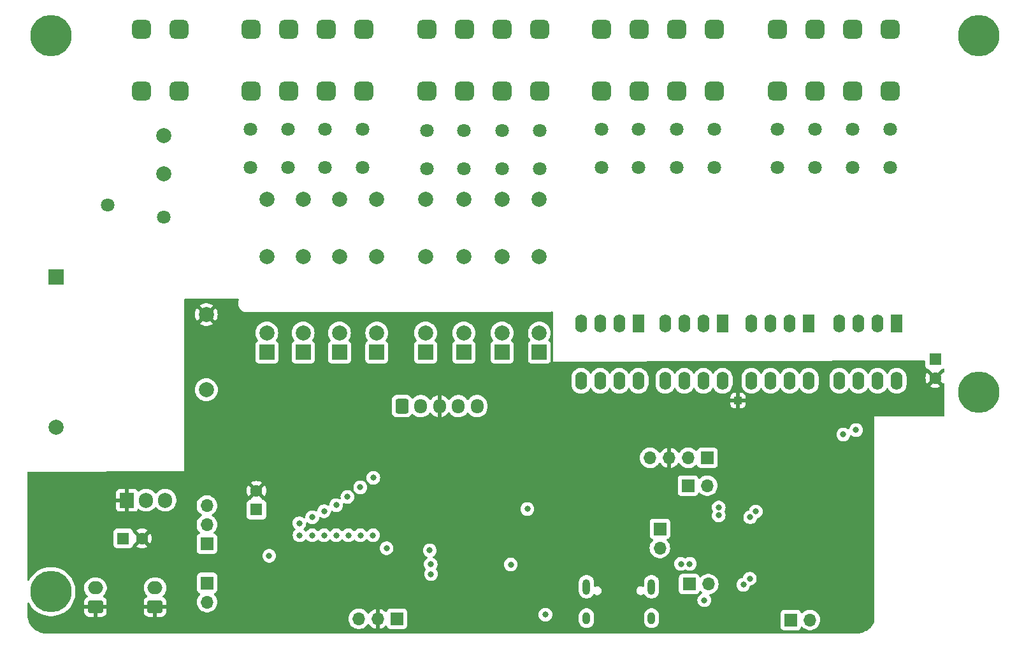
<source format=gbr>
%TF.GenerationSoftware,KiCad,Pcbnew,8.0.4*%
%TF.CreationDate,2024-08-19T03:02:05+02:00*%
%TF.ProjectId,hamodule,68616d6f-6475-46c6-952e-6b696361645f,20240807.23.8*%
%TF.SameCoordinates,Original*%
%TF.FileFunction,Copper,L2,Inr*%
%TF.FilePolarity,Positive*%
%FSLAX46Y46*%
G04 Gerber Fmt 4.6, Leading zero omitted, Abs format (unit mm)*
G04 Created by KiCad (PCBNEW 8.0.4) date 2024-08-19 03:02:05*
%MOMM*%
%LPD*%
G01*
G04 APERTURE LIST*
G04 Aperture macros list*
%AMRoundRect*
0 Rectangle with rounded corners*
0 $1 Rounding radius*
0 $2 $3 $4 $5 $6 $7 $8 $9 X,Y pos of 4 corners*
0 Add a 4 corners polygon primitive as box body*
4,1,4,$2,$3,$4,$5,$6,$7,$8,$9,$2,$3,0*
0 Add four circle primitives for the rounded corners*
1,1,$1+$1,$2,$3*
1,1,$1+$1,$4,$5*
1,1,$1+$1,$6,$7*
1,1,$1+$1,$8,$9*
0 Add four rect primitives between the rounded corners*
20,1,$1+$1,$2,$3,$4,$5,0*
20,1,$1+$1,$4,$5,$6,$7,0*
20,1,$1+$1,$6,$7,$8,$9,0*
20,1,$1+$1,$8,$9,$2,$3,0*%
G04 Aperture macros list end*
%TA.AperFunction,ComponentPad*%
%ADD10R,1.700000X1.700000*%
%TD*%
%TA.AperFunction,ComponentPad*%
%ADD11O,1.700000X1.700000*%
%TD*%
%TA.AperFunction,ComponentPad*%
%ADD12C,1.800000*%
%TD*%
%TA.AperFunction,ComponentPad*%
%ADD13RoundRect,0.250000X0.750000X-0.600000X0.750000X0.600000X-0.750000X0.600000X-0.750000X-0.600000X0*%
%TD*%
%TA.AperFunction,ComponentPad*%
%ADD14O,2.000000X1.700000*%
%TD*%
%TA.AperFunction,ComponentPad*%
%ADD15R,2.000000X2.000000*%
%TD*%
%TA.AperFunction,ComponentPad*%
%ADD16C,2.000000*%
%TD*%
%TA.AperFunction,ComponentPad*%
%ADD17R,1.905000X2.000000*%
%TD*%
%TA.AperFunction,ComponentPad*%
%ADD18O,1.905000X2.000000*%
%TD*%
%TA.AperFunction,ComponentPad*%
%ADD19RoundRect,0.625000X0.625000X0.625000X-0.625000X0.625000X-0.625000X-0.625000X0.625000X-0.625000X0*%
%TD*%
%TA.AperFunction,ComponentPad*%
%ADD20C,5.500000*%
%TD*%
%TA.AperFunction,ComponentPad*%
%ADD21R,1.600000X2.400000*%
%TD*%
%TA.AperFunction,ComponentPad*%
%ADD22O,1.600000X2.400000*%
%TD*%
%TA.AperFunction,ComponentPad*%
%ADD23R,1.600000X1.600000*%
%TD*%
%TA.AperFunction,ComponentPad*%
%ADD24C,1.600000*%
%TD*%
%TA.AperFunction,ComponentPad*%
%ADD25R,1.000000X1.000000*%
%TD*%
%TA.AperFunction,ComponentPad*%
%ADD26O,1.000000X2.100000*%
%TD*%
%TA.AperFunction,ComponentPad*%
%ADD27O,1.000000X1.600000*%
%TD*%
%TA.AperFunction,ComponentPad*%
%ADD28RoundRect,0.250000X-0.600000X-0.725000X0.600000X-0.725000X0.600000X0.725000X-0.600000X0.725000X0*%
%TD*%
%TA.AperFunction,ComponentPad*%
%ADD29O,1.700000X1.950000*%
%TD*%
%TA.AperFunction,ViaPad*%
%ADD30C,0.800000*%
%TD*%
G04 APERTURE END LIST*
D10*
%TO.N,3.3V+*%
%TO.C,J5*%
X23876500Y6731000D03*
D11*
%TO.N,Net-(J4-Pin_2)*%
X23876500Y4191000D03*
%TD*%
D12*
%TO.N,220VAC(N)*%
%TO.C,RV1*%
X10626400Y57005330D03*
%TO.N,220VAC(L)*%
X18126400Y55372000D03*
%TD*%
D13*
%TO.N,GND*%
%TO.C,J1*%
X16963300Y3568700D03*
D14*
%TO.N,5V+*%
X16963300Y6068700D03*
%TD*%
D15*
%TO.N,220VAC(N)*%
%TO.C,PS1*%
X3780000Y47421800D03*
D16*
%TO.N,220VAC(L)*%
X3780000Y27421800D03*
%TO.N,5V+_PS*%
X23780000Y32421800D03*
%TO.N,GND*%
X23780000Y42421800D03*
%TD*%
D17*
%TO.N,GND*%
%TO.C,U1*%
X13242700Y17729200D03*
D18*
%TO.N,Net-(J4-Pin_2)*%
X15782700Y17729200D03*
%TO.N,5V+*%
X18322700Y17729200D03*
%TD*%
D19*
%TO.N,Net-(F13-Pad2)*%
%TO.C,J15*%
X44691800Y72136000D03*
X44691800Y80335999D03*
%TO.N,Net-(F12-Pad2)*%
X39691800Y72136000D03*
X39691800Y80335999D03*
%TO.N,Net-(F11-Pad2)*%
X34691800Y72136000D03*
X34691800Y80335999D03*
%TO.N,Net-(F10-Pad2)*%
X29691800Y72136000D03*
X29691800Y80335999D03*
%TD*%
%TO.N,Net-(F1-Pad1)*%
%TO.C,J2*%
X20144000Y72112401D03*
X20144000Y80312400D03*
%TO.N,220VAC(N)*%
X15144000Y72112401D03*
X15144000Y80312400D03*
%TD*%
%TO.N,Net-(F2-Pad2)*%
%TO.C,J7*%
X91264000Y72140201D03*
X91264000Y80340200D03*
%TO.N,Net-(F3-Pad2)*%
X86264000Y72140201D03*
X86264000Y80340200D03*
%TO.N,Net-(F4-Pad2)*%
X81264000Y72140201D03*
X81264000Y80340200D03*
%TO.N,Net-(F5-Pad2)*%
X76264000Y72140201D03*
X76264000Y80340200D03*
%TD*%
D16*
%TO.N,Net-(F1-Pad1)*%
%TO.C,F1*%
X18161000Y66243200D03*
%TO.N,220VAC(L)*%
X18151000Y61163200D03*
%TD*%
D20*
%TO.N,unconnected-(H2-Pad1)*%
%TO.C,H2*%
X3124000Y79468400D03*
%TD*%
%TO.N,unconnected-(H1-Pad1)*%
%TO.C,H1*%
X126424000Y79468400D03*
%TD*%
D21*
%TO.N,Net-(R23-Pad2)*%
%TO.C,U4*%
X115513178Y41232282D03*
D22*
%TO.N,220VAC(N)-LowV*%
X112973178Y41232282D03*
X110433178Y41232282D03*
%TO.N,Net-(R24-Pad2)*%
X107893178Y41232282D03*
%TO.N,Net-(C23-Pad1)*%
X107893178Y33612282D03*
%TO.N,3.3V+*%
X110433178Y33612282D03*
X112973178Y33612282D03*
%TO.N,Net-(C22-Pad1)*%
X115513178Y33612282D03*
%TD*%
D21*
%TO.N,Net-(R19-Pad2)*%
%TO.C,U7*%
X81205300Y41228800D03*
D22*
%TO.N,220VAC(N)-LowV*%
X78665300Y41228800D03*
X76125300Y41228800D03*
%TO.N,Net-(R20-Pad2)*%
X73585300Y41228800D03*
%TO.N,Net-(C29-Pad1)*%
X73585300Y33608800D03*
%TO.N,3.3V+*%
X76125300Y33608800D03*
X78665300Y33608800D03*
%TO.N,Net-(C28-Pad2)*%
X81205300Y33608800D03*
%TD*%
D21*
%TO.N,Net-(R21-Pad2)*%
%TO.C,U6*%
X92381300Y41228800D03*
D22*
%TO.N,220VAC(N)-LowV*%
X89841300Y41228800D03*
X87301300Y41228800D03*
%TO.N,Net-(R22-Pad2)*%
X84761300Y41228800D03*
%TO.N,Net-(C27-Pad1)*%
X84761300Y33608800D03*
%TO.N,3.3V+*%
X87301300Y33608800D03*
X89841300Y33608800D03*
%TO.N,Net-(C26-Pad1)*%
X92381300Y33608800D03*
%TD*%
D13*
%TO.N,GND*%
%TO.C,J4*%
X9038500Y3568700D03*
D14*
%TO.N,Net-(J4-Pin_2)*%
X9038500Y6068700D03*
%TD*%
D10*
%TO.N,RXD0*%
%TO.C,J10*%
X101429402Y1808701D03*
D11*
%TO.N,TXD0*%
X103969402Y1808701D03*
%TD*%
D23*
%TO.N,Net-(JP1-B)*%
%TO.C,C19*%
X120624000Y36468400D03*
D24*
%TO.N,GND*%
X120624000Y33968400D03*
%TD*%
D10*
%TO.N,GPIO15*%
%TO.C,J14*%
X90364000Y23368400D03*
D11*
%TO.N,GPIO7*%
X87824000Y23368400D03*
%TO.N,GND*%
X85284000Y23368400D03*
%TO.N,3.3V+*%
X82744000Y23368400D03*
%TD*%
D19*
%TO.N,Net-(F6-Pad2)*%
%TO.C,J6*%
X114621702Y72140201D03*
X114621702Y80340200D03*
%TO.N,Net-(F7-Pad2)*%
X109621702Y72140201D03*
X109621702Y80340200D03*
%TO.N,Net-(F8-Pad2)*%
X104621702Y72140201D03*
X104621702Y80340200D03*
%TO.N,Net-(F9-Pad2)*%
X99621702Y72140201D03*
X99621702Y80340200D03*
%TD*%
%TO.N,Net-(F17-Pad2)*%
%TO.C,J16*%
X68059800Y72136000D03*
X68059800Y80335999D03*
%TO.N,Net-(F16-Pad2)*%
X63059800Y72136000D03*
X63059800Y80335999D03*
%TO.N,Net-(F15-Pad2)*%
X58059800Y72136000D03*
X58059800Y80335999D03*
%TO.N,Net-(F14-Pad2)*%
X53059800Y72136000D03*
X53059800Y80335999D03*
%TD*%
D12*
%TO.N,Net-(F15-Pad1)*%
%TO.C,F15*%
X58026800Y61849000D03*
%TO.N,Net-(F15-Pad2)*%
X58026800Y66929000D03*
%TD*%
D15*
%TO.N,Net-(U11-O5)*%
%TO.C,K5*%
X52911000Y37424500D03*
D16*
%TO.N,5V+*%
X52911000Y39964500D03*
%TO.N,220VAC(L)*%
X52911000Y50124500D03*
%TO.N,Net-(F14-Pad1)*%
X52911000Y57744500D03*
%TD*%
D10*
%TO.N,GPIO3*%
%TO.C,J12*%
X87784000Y19668400D03*
D11*
%TO.N,GPIO16*%
X90324000Y19668400D03*
%TD*%
D12*
%TO.N,Net-(F4-Pad1)*%
%TO.C,F4*%
X81228000Y61952500D03*
%TO.N,Net-(F4-Pad2)*%
X81228000Y67032500D03*
%TD*%
D23*
%TO.N,5V+_PS*%
%TO.C,C18*%
X30424000Y16486020D03*
D24*
%TO.N,GND*%
X30424000Y18986020D03*
%TD*%
D15*
%TO.N,Net-(U11-O6)*%
%TO.C,K6*%
X57991000Y37424500D03*
D16*
%TO.N,5V+*%
X57991000Y39964500D03*
%TO.N,220VAC(L)*%
X57991000Y50124500D03*
%TO.N,Net-(F15-Pad1)*%
X57991000Y57744500D03*
%TD*%
D12*
%TO.N,Net-(F2-Pad1)*%
%TO.C,F2*%
X91286400Y61952500D03*
%TO.N,Net-(F2-Pad2)*%
X91286400Y67032500D03*
%TD*%
D10*
%TO.N,GPIO12*%
%TO.C,J13*%
X84039402Y13923701D03*
D11*
%TO.N,GPIO13*%
X84039402Y11383701D03*
%TD*%
D12*
%TO.N,Net-(F7-Pad1)*%
%TO.C,F7*%
X109626400Y61950600D03*
%TO.N,Net-(F7-Pad2)*%
X109626400Y67030600D03*
%TD*%
D10*
%TO.N,SDA*%
%TO.C,J11*%
X87929800Y6578600D03*
D11*
%TO.N,SCL*%
X90469800Y6578600D03*
%TD*%
D25*
%TO.N,GND*%
%TO.C,TP1*%
X94424000Y30968400D03*
%TD*%
D12*
%TO.N,Net-(F8-Pad1)*%
%TO.C,F8*%
X104621800Y61950600D03*
%TO.N,Net-(F8-Pad2)*%
X104621800Y67030600D03*
%TD*%
%TO.N,Net-(F13-Pad1)*%
%TO.C,F13*%
X44532300Y61935500D03*
%TO.N,Net-(F13-Pad2)*%
X44532300Y67015500D03*
%TD*%
D21*
%TO.N,Net-(R25-Pad2)*%
%TO.C,U5*%
X103829178Y41232282D03*
D22*
%TO.N,220VAC(N)-LowV*%
X101289178Y41232282D03*
X98749178Y41232282D03*
%TO.N,Net-(R26-Pad2)*%
X96209178Y41232282D03*
%TO.N,Net-(C25-Pad1)*%
X96209178Y33612282D03*
%TO.N,3.3V+*%
X98749178Y33612282D03*
X101289178Y33612282D03*
%TO.N,Net-(C24-Pad2)*%
X103829178Y33612282D03*
%TD*%
D10*
%TO.N,Net-(D4-DOUT)*%
%TO.C,J8*%
X49116800Y1966700D03*
D11*
%TO.N,GND*%
X46576800Y1966700D03*
%TO.N,5V+*%
X44036800Y1966700D03*
%TD*%
D12*
%TO.N,Net-(F14-Pad1)*%
%TO.C,F14*%
X53073800Y61849000D03*
%TO.N,Net-(F14-Pad2)*%
X53073800Y66929000D03*
%TD*%
D26*
%TO.N,Net-(J3-SHIELD)*%
%TO.C,J3*%
X74285402Y6222801D03*
D27*
X74285402Y2042801D03*
D26*
X82925402Y6222801D03*
D27*
X82925402Y2042801D03*
%TD*%
D28*
%TO.N,5V+*%
%TO.C,J9*%
X49762400Y30243000D03*
D29*
%TO.N,3.3V+*%
X52262400Y30243000D03*
%TO.N,GND*%
X54762400Y30243000D03*
%TO.N,SDA*%
X57262400Y30243000D03*
%TO.N,SCL*%
X59762400Y30243000D03*
%TD*%
D10*
%TO.N,VBUS*%
%TO.C,SW1*%
X23847200Y11938000D03*
D11*
%TO.N,5V+*%
X23847200Y14478000D03*
%TO.N,5V+_PS*%
X23847200Y17018000D03*
%TD*%
D12*
%TO.N,Net-(F6-Pad1)*%
%TO.C,F6*%
X114604800Y61950600D03*
%TO.N,Net-(F6-Pad2)*%
X114604800Y67030600D03*
%TD*%
%TO.N,Net-(F3-Pad1)*%
%TO.C,F3*%
X86257200Y61952500D03*
%TO.N,Net-(F3-Pad2)*%
X86257200Y67032500D03*
%TD*%
%TO.N,Net-(F16-Pad1)*%
%TO.C,F16*%
X63106800Y61849000D03*
%TO.N,Net-(F16-Pad2)*%
X63106800Y66929000D03*
%TD*%
D15*
%TO.N,Net-(U11-O1)*%
%TO.C,K1*%
X31818300Y37424500D03*
D16*
%TO.N,5V+*%
X31818300Y39964500D03*
%TO.N,220VAC(L)*%
X31818300Y50124500D03*
%TO.N,Net-(F10-Pad1)*%
X31818300Y57744500D03*
%TD*%
D15*
%TO.N,Net-(U11-O2)*%
%TO.C,K2*%
X36644300Y37424500D03*
D16*
%TO.N,5V+*%
X36644300Y39964500D03*
%TO.N,220VAC(L)*%
X36644300Y50124500D03*
%TO.N,Net-(F11-Pad1)*%
X36644300Y57744500D03*
%TD*%
D12*
%TO.N,Net-(F11-Pad1)*%
%TO.C,F11*%
X34612300Y61935500D03*
%TO.N,Net-(F11-Pad2)*%
X34612300Y67015500D03*
%TD*%
D15*
%TO.N,Net-(U11-O4)*%
%TO.C,K4*%
X46423300Y37424500D03*
D16*
%TO.N,5V+*%
X46423300Y39964500D03*
%TO.N,220VAC(L)*%
X46423300Y50124500D03*
%TO.N,Net-(F13-Pad1)*%
X46423300Y57744500D03*
%TD*%
D15*
%TO.N,Net-(U11-O7)*%
%TO.C,K7*%
X63071000Y37424500D03*
D16*
%TO.N,5V+*%
X63071000Y39964500D03*
%TO.N,220VAC(L)*%
X63071000Y50124500D03*
%TO.N,Net-(F16-Pad1)*%
X63071000Y57744500D03*
%TD*%
D15*
%TO.N,Net-(U11-O8)*%
%TO.C,K8*%
X68024000Y37424500D03*
D16*
%TO.N,5V+*%
X68024000Y39964500D03*
%TO.N,220VAC(L)*%
X68024000Y50124500D03*
%TO.N,Net-(F17-Pad1)*%
X68024000Y57744500D03*
%TD*%
D15*
%TO.N,Net-(U11-O3)*%
%TO.C,K3*%
X41470300Y37424500D03*
D16*
%TO.N,5V+*%
X41470300Y39964500D03*
%TO.N,220VAC(L)*%
X41470300Y50124500D03*
%TO.N,Net-(F12-Pad1)*%
X41470300Y57744500D03*
%TD*%
D20*
%TO.N,unconnected-(H4-Pad1)*%
%TO.C,H4*%
X126424000Y32080200D03*
%TD*%
D23*
%TO.N,Net-(J4-Pin_2)*%
%TO.C,C12*%
X12734700Y12649200D03*
D24*
%TO.N,GND*%
X15234700Y12649200D03*
%TD*%
D12*
%TO.N,Net-(F9-Pad1)*%
%TO.C,F9*%
X99621800Y61980000D03*
%TO.N,Net-(F9-Pad2)*%
X99621800Y67060000D03*
%TD*%
%TO.N,Net-(F5-Pad1)*%
%TO.C,F5*%
X76249600Y61952500D03*
%TO.N,Net-(F5-Pad2)*%
X76249600Y67032500D03*
%TD*%
%TO.N,Net-(F17-Pad1)*%
%TO.C,F17*%
X68059800Y61849000D03*
%TO.N,Net-(F17-Pad2)*%
X68059800Y66929000D03*
%TD*%
%TO.N,Net-(F10-Pad1)*%
%TO.C,F10*%
X29659300Y61935500D03*
%TO.N,Net-(F10-Pad2)*%
X29659300Y67015500D03*
%TD*%
D20*
%TO.N,unconnected-(H3-Pad1)*%
%TO.C,H3*%
X3124000Y5568400D03*
%TD*%
D12*
%TO.N,Net-(F12-Pad1)*%
%TO.C,F12*%
X39532300Y61935500D03*
%TO.N,Net-(F12-Pad2)*%
X39532300Y67015500D03*
%TD*%
D30*
%TO.N,GND*%
X81324000Y15268400D03*
X87624000Y17268400D03*
X86124000Y17268400D03*
X84724000Y17268400D03*
X83324000Y17268400D03*
X81924000Y17268400D03*
X80424000Y17268400D03*
%TO.N,3.3V+*%
X86849408Y9271000D03*
X64224000Y9168400D03*
X66424000Y16568400D03*
X53456793Y11068400D03*
X110099000Y27068400D03*
X47724000Y11337028D03*
X32124000Y10320200D03*
X108413402Y26468400D03*
X88011000Y9271000D03*
%TO.N,IO0*%
X68834000Y2518301D03*
X89936653Y4443400D03*
%TO.N,GND*%
X111124000Y18468400D03*
X18224000Y15568400D03*
X49524000Y7768400D03*
X111124000Y16968400D03*
X111124000Y19968400D03*
X64224000Y1668400D03*
X100624000Y12468400D03*
X100624000Y10968400D03*
X105124000Y9468400D03*
X109624000Y15468400D03*
X109624000Y19968400D03*
X102124000Y9468400D03*
X41860021Y7545829D03*
X108124000Y18468400D03*
X38611477Y7545361D03*
X111124000Y9468400D03*
X111124000Y15468400D03*
X109624000Y18468400D03*
X67653400Y11268400D03*
X85024000Y19268400D03*
X74824000Y14098701D03*
X76606400Y31267400D03*
X18224000Y8668400D03*
X74624000Y12168400D03*
X109624000Y10968400D03*
X45724000Y25768400D03*
X32124000Y6790296D03*
X87706200Y29743400D03*
X111112800Y31216600D03*
X111112800Y29692600D03*
X28424000Y33468400D03*
X45112019Y7546568D03*
X111239402Y21068400D03*
X73385402Y8468400D03*
X108124000Y10968400D03*
X82324000Y14098701D03*
X111124000Y10968400D03*
X105524000Y26581201D03*
X109624000Y12468400D03*
X105124000Y18468400D03*
X86568505Y11531600D03*
X111124000Y13968400D03*
X100624000Y9468400D03*
X106624000Y9468400D03*
X100546400Y31216600D03*
X6172200Y10109200D03*
X6146800Y12217400D03*
X82424000Y12268400D03*
X50596800Y4468400D03*
X78625400Y8862301D03*
X100624000Y13968400D03*
X105462601Y24157201D03*
X111924000Y23968400D03*
X112124000Y29692600D03*
X101624000Y19968400D03*
X103624000Y10968400D03*
X109624000Y13968400D03*
X87731600Y31242000D03*
X111124000Y12468400D03*
X45724000Y24668400D03*
X102124000Y10968400D03*
X105124000Y10968400D03*
X111824000Y26968400D03*
X25695600Y9368400D03*
X67487800Y2032000D03*
X59124000Y8768400D03*
X89357200Y29743400D03*
X100546400Y29718000D03*
X6124000Y16068400D03*
X78181200Y31216600D03*
X6096000Y14198600D03*
X74624000Y8468400D03*
X83896200Y8712200D03*
X106624000Y10968400D03*
X89357200Y31267400D03*
X33324000Y6790296D03*
X100124000Y19968400D03*
X63005101Y8087299D03*
X109624000Y9468400D03*
X106624000Y19968400D03*
X40024000Y1268400D03*
X50224000Y26768400D03*
X47271496Y6781896D03*
X99555800Y31216600D03*
X54124000Y26768400D03*
X81864200Y8726701D03*
X109624000Y16968400D03*
X102124000Y13968400D03*
X49824000Y23168400D03*
X108124000Y19968400D03*
X88024000Y2184400D03*
X82854800Y8726701D03*
X102124000Y15468400D03*
X102124000Y12468400D03*
X100124000Y18468400D03*
X28324000Y28168400D03*
X103624000Y9468400D03*
X111924000Y24968400D03*
X70142600Y11268400D03*
X35359041Y7546504D03*
X108124000Y9468400D03*
X76606400Y29743400D03*
X112124000Y31216600D03*
X78130400Y29692600D03*
X106624000Y18468400D03*
X57150000Y1041400D03*
X99530400Y29692600D03*
%TO.N,SDA*%
X95986468Y7298201D03*
X53632600Y7899400D03*
%TO.N,SCL*%
X95129402Y6498701D03*
X53581800Y9220200D03*
%TO.N,/ESP-D+*%
X96038170Y15477469D03*
X91853360Y15726201D03*
%TO.N,/ESP-D-*%
X91853360Y16776201D03*
X96780634Y16219933D03*
%TO.N,Net-(U11-I2)*%
X36124000Y14663896D03*
X36171496Y13063896D03*
%TO.N,Net-(U11-I3)*%
X37847896Y13063896D03*
X37847896Y15463896D03*
%TO.N,Net-(U11-I4)*%
X39424000Y16263896D03*
X39422696Y13064296D03*
%TO.N,Net-(U11-I5)*%
X41048296Y13063896D03*
X41024000Y17063896D03*
%TO.N,Net-(U11-I6)*%
X42524000Y18168400D03*
X42662496Y13063896D03*
%TO.N,Net-(U11-I7)*%
X44224000Y19438400D03*
X44248696Y13063896D03*
%TO.N,Net-(U11-I8)*%
X45964000Y20708400D03*
X45925096Y13064296D03*
%TD*%
%TA.AperFunction,Conductor*%
%TO.N,GND*%
G36*
X27999524Y44511521D02*
G01*
X28066522Y44491699D01*
X28112169Y44438802D01*
X28121972Y44369624D01*
X28114596Y44344946D01*
X28115553Y44344597D01*
X28047241Y44156916D01*
X28013500Y43965559D01*
X28013500Y43771242D01*
X28047241Y43579885D01*
X28113700Y43397293D01*
X28113703Y43397286D01*
X28210858Y43229008D01*
X28335757Y43080158D01*
X28484607Y42955259D01*
X28484608Y42955258D01*
X28484610Y42955257D01*
X28652890Y42858101D01*
X28835484Y42791642D01*
X29026844Y42757900D01*
X29026846Y42757900D01*
X69321154Y42757900D01*
X69321156Y42757900D01*
X69512516Y42791642D01*
X69663492Y42846594D01*
X69733219Y42851026D01*
X69794275Y42817056D01*
X69827273Y42755469D01*
X69829902Y42730270D01*
X69840033Y36375863D01*
X69840400Y36145800D01*
X119191143Y36288831D01*
X119258237Y36269341D01*
X119304145Y36216670D01*
X119315500Y36164832D01*
X119315500Y35619746D01*
X119322011Y35559198D01*
X119322011Y35559196D01*
X119373111Y35422196D01*
X119460739Y35305139D01*
X119577796Y35217511D01*
X119714799Y35166411D01*
X119742050Y35163482D01*
X119775345Y35159901D01*
X119775360Y35159901D01*
X119775362Y35159900D01*
X119775364Y35159900D01*
X119778669Y35159723D01*
X119778659Y35159545D01*
X119778665Y35159544D01*
X119778653Y35159441D01*
X119778591Y35158272D01*
X119840084Y35140215D01*
X119885839Y35087411D01*
X119891519Y35054433D01*
X120577553Y34368400D01*
X120571339Y34368400D01*
X120469606Y34341141D01*
X120378394Y34288480D01*
X120303920Y34214006D01*
X120251259Y34122794D01*
X120224000Y34021061D01*
X120224000Y34014848D01*
X119544974Y34693874D01*
X119544973Y34693874D01*
X119493868Y34620888D01*
X119493866Y34620884D01*
X119397734Y34414727D01*
X119397730Y34414718D01*
X119338860Y34195011D01*
X119338858Y34195000D01*
X119319034Y33968403D01*
X119319034Y33968398D01*
X119338858Y33741801D01*
X119338860Y33741790D01*
X119397730Y33522083D01*
X119397735Y33522069D01*
X119493863Y33315922D01*
X119544974Y33242928D01*
X120224000Y33921954D01*
X120224000Y33915739D01*
X120251259Y33814006D01*
X120303920Y33722794D01*
X120378394Y33648320D01*
X120469606Y33595659D01*
X120571339Y33568400D01*
X120577553Y33568400D01*
X119898526Y32889375D01*
X119971513Y32838268D01*
X119971521Y32838264D01*
X120177668Y32742136D01*
X120177682Y32742131D01*
X120397389Y32683261D01*
X120397400Y32683259D01*
X120623998Y32663434D01*
X120624002Y32663434D01*
X120850599Y32683259D01*
X120850610Y32683261D01*
X121070317Y32742131D01*
X121070331Y32742136D01*
X121276478Y32838264D01*
X121349471Y32889376D01*
X120670447Y33568400D01*
X120676661Y33568400D01*
X120778394Y33595659D01*
X120869606Y33648320D01*
X120944080Y33722794D01*
X120996741Y33814006D01*
X121024000Y33915739D01*
X121024000Y33921953D01*
X121703024Y33242929D01*
X121737192Y33245918D01*
X121805692Y33232151D01*
X121855876Y33183536D01*
X121872000Y33122390D01*
X121872000Y29005400D01*
X121852315Y28938361D01*
X121799511Y28892606D01*
X121748000Y28881400D01*
X112547400Y28881400D01*
X112535857Y1583016D01*
X112524933Y1532177D01*
X112453438Y1373322D01*
X112446479Y1360063D01*
X112296218Y1111499D01*
X112287712Y1099176D01*
X112108581Y870533D01*
X112098651Y859325D01*
X111893275Y653949D01*
X111882067Y644019D01*
X111653424Y464888D01*
X111641101Y456382D01*
X111392536Y306120D01*
X111379277Y299161D01*
X111114406Y179952D01*
X111100410Y174645D01*
X110824300Y88606D01*
X110823115Y88236D01*
X110808577Y84653D01*
X110522876Y32296D01*
X110508010Y30491D01*
X110419687Y25149D01*
X110412229Y24923D01*
X50466081Y11392D01*
X50466055Y11392D01*
X2518401Y10502D01*
X2510819Y10734D01*
X2217118Y28722D01*
X2202261Y30537D01*
X1916511Y83109D01*
X1901983Y86700D01*
X1624638Y173317D01*
X1610647Y178633D01*
X1345773Y298026D01*
X1332524Y304988D01*
X1083944Y455435D01*
X1071632Y463943D01*
X843006Y643227D01*
X831807Y653156D01*
X626433Y858692D01*
X616513Y869898D01*
X465129Y1063258D01*
X437399Y1098677D01*
X428903Y1110994D01*
X415403Y1133339D01*
X311135Y1305927D01*
X278660Y1359680D01*
X271708Y1372934D01*
X152521Y1637906D01*
X147216Y1651900D01*
X144789Y1659693D01*
X60815Y1929317D01*
X57237Y1943843D01*
X53049Y1966706D01*
X42673644Y1966706D01*
X42673644Y1966695D01*
X42692234Y1742341D01*
X42692236Y1742329D01*
X42747503Y1524086D01*
X42837940Y1317908D01*
X42961076Y1129435D01*
X42961084Y1129424D01*
X43113556Y963798D01*
X43113561Y963793D01*
X43158783Y928595D01*
X43291224Y825511D01*
X43291225Y825511D01*
X43291227Y825509D01*
X43417935Y756939D01*
X43489226Y718358D01*
X43702165Y645256D01*
X43924231Y608200D01*
X44149369Y608200D01*
X44371435Y645256D01*
X44584374Y718358D01*
X44782376Y825511D01*
X44960040Y963794D01*
X45065095Y1077913D01*
X45112515Y1129424D01*
X45112515Y1129425D01*
X45112522Y1129432D01*
X45206549Y1273353D01*
X45259694Y1318706D01*
X45328925Y1328130D01*
X45392261Y1298628D01*
X45411930Y1276652D01*
X45538690Y1095622D01*
X45705717Y928595D01*
X45899221Y793100D01*
X46113307Y693271D01*
X46113316Y693267D01*
X46326800Y636066D01*
X46326800Y1533688D01*
X46383807Y1500775D01*
X46510974Y1466700D01*
X46642626Y1466700D01*
X46769793Y1500775D01*
X46826800Y1533688D01*
X46826800Y636067D01*
X47040283Y693267D01*
X47040292Y693271D01*
X47254378Y793100D01*
X47447878Y928592D01*
X47563714Y1044428D01*
X47625037Y1077913D01*
X47694729Y1072929D01*
X47750663Y1031058D01*
X47767577Y1000081D01*
X47815910Y870497D01*
X47824747Y858692D01*
X47903539Y753439D01*
X48020596Y665811D01*
X48157599Y614711D01*
X48184850Y611782D01*
X48218145Y608201D01*
X48218162Y608200D01*
X50015438Y608200D01*
X50015454Y608201D01*
X50042492Y611109D01*
X50076001Y614711D01*
X50213004Y665811D01*
X50330061Y753439D01*
X50417689Y870496D01*
X50468789Y1007499D01*
X50474784Y1063258D01*
X50475299Y1068046D01*
X50475300Y1068063D01*
X50475300Y2518301D01*
X67920496Y2518301D01*
X67940458Y2328373D01*
X67940459Y2328370D01*
X67999470Y2146752D01*
X67999473Y2146745D01*
X68094960Y1981357D01*
X68222747Y1839435D01*
X68377248Y1727183D01*
X68551712Y1649507D01*
X68738513Y1609801D01*
X68929487Y1609801D01*
X69116288Y1649507D01*
X69290752Y1727183D01*
X69445253Y1839435D01*
X69573040Y1981357D01*
X69668527Y2146745D01*
X69727542Y2328373D01*
X69739499Y2442135D01*
X73276902Y2442135D01*
X73276902Y1643468D01*
X73315656Y1448640D01*
X73315658Y1448632D01*
X73391679Y1265100D01*
X73391684Y1265091D01*
X73502048Y1099921D01*
X73502051Y1099917D01*
X73642517Y959451D01*
X73642521Y959448D01*
X73807691Y849084D01*
X73807697Y849081D01*
X73807698Y849080D01*
X73991233Y773057D01*
X74186068Y734302D01*
X74186072Y734301D01*
X74186073Y734301D01*
X74384732Y734301D01*
X74384733Y734302D01*
X74579571Y773057D01*
X74763106Y849080D01*
X74928283Y959448D01*
X75068755Y1099920D01*
X75179123Y1265097D01*
X75255146Y1448632D01*
X75293902Y1643472D01*
X75293902Y2442130D01*
X75293901Y2442135D01*
X81916902Y2442135D01*
X81916902Y1643468D01*
X81955656Y1448640D01*
X81955658Y1448632D01*
X82031679Y1265100D01*
X82031684Y1265091D01*
X82142048Y1099921D01*
X82142051Y1099917D01*
X82282517Y959451D01*
X82282521Y959448D01*
X82447691Y849084D01*
X82447697Y849081D01*
X82447698Y849080D01*
X82631233Y773057D01*
X82826068Y734302D01*
X82826072Y734301D01*
X82826073Y734301D01*
X83024732Y734301D01*
X83024733Y734302D01*
X83219571Y773057D01*
X83403106Y849080D01*
X83568283Y959448D01*
X83708755Y1099920D01*
X83819123Y1265097D01*
X83895146Y1448632D01*
X83933902Y1643472D01*
X83933902Y2442130D01*
X83895146Y2636970D01*
X83865991Y2707356D01*
X100070902Y2707356D01*
X100070902Y910047D01*
X100077413Y849499D01*
X100077413Y849497D01*
X100105925Y773057D01*
X100128513Y712497D01*
X100216141Y595440D01*
X100333198Y507812D01*
X100388308Y487257D01*
X100463227Y459313D01*
X100470201Y456712D01*
X100497452Y453783D01*
X100530747Y450202D01*
X100530764Y450201D01*
X102328040Y450201D01*
X102328056Y450202D01*
X102355094Y453110D01*
X102388603Y456712D01*
X102395577Y459313D01*
X102410523Y464888D01*
X102525606Y507812D01*
X102642663Y595440D01*
X102730291Y712497D01*
X102775540Y833814D01*
X102817411Y889745D01*
X102882876Y914162D01*
X102951148Y899310D01*
X102982947Y874465D01*
X103046162Y805795D01*
X103223826Y667512D01*
X103223827Y667512D01*
X103223829Y667510D01*
X103279758Y637243D01*
X103421828Y560359D01*
X103634767Y487257D01*
X103856833Y450201D01*
X104081971Y450201D01*
X104304037Y487257D01*
X104516976Y560359D01*
X104714978Y667512D01*
X104892642Y805795D01*
X105005686Y928592D01*
X105045117Y971425D01*
X105045118Y971427D01*
X105045124Y971433D01*
X105168262Y1159910D01*
X105258698Y1366085D01*
X105313966Y1584333D01*
X105313967Y1584342D01*
X105332558Y1808696D01*
X105332558Y1808707D01*
X105313967Y2033061D01*
X105313965Y2033073D01*
X105285179Y2146745D01*
X105258698Y2251317D01*
X105168262Y2457492D01*
X105045124Y2645969D01*
X105045121Y2645972D01*
X105045117Y2645978D01*
X104892645Y2811604D01*
X104892640Y2811609D01*
X104745796Y2925903D01*
X104714978Y2949890D01*
X104714977Y2949891D01*
X104714974Y2949893D01*
X104516982Y3057040D01*
X104516979Y3057042D01*
X104516976Y3057043D01*
X104516973Y3057044D01*
X104516971Y3057045D01*
X104304039Y3130145D01*
X104081971Y3167201D01*
X103856833Y3167201D01*
X103634764Y3130145D01*
X103421832Y3057045D01*
X103421821Y3057040D01*
X103223829Y2949893D01*
X103223824Y2949889D01*
X103046163Y2811609D01*
X102982950Y2742941D01*
X102923063Y2706951D01*
X102853225Y2709052D01*
X102795609Y2748577D01*
X102775540Y2783591D01*
X102730291Y2904905D01*
X102719944Y2918727D01*
X102642663Y3021962D01*
X102525606Y3109590D01*
X102388605Y3160690D01*
X102328056Y3167201D01*
X102328040Y3167201D01*
X100530764Y3167201D01*
X100530747Y3167201D01*
X100470199Y3160690D01*
X100470197Y3160690D01*
X100333197Y3109590D01*
X100216141Y3021962D01*
X100128513Y2904906D01*
X100077413Y2767906D01*
X100077413Y2767904D01*
X100070902Y2707356D01*
X83865991Y2707356D01*
X83819123Y2820505D01*
X83819122Y2820506D01*
X83819119Y2820512D01*
X83708755Y2985682D01*
X83708752Y2985686D01*
X83568286Y3126152D01*
X83568282Y3126155D01*
X83403112Y3236519D01*
X83403103Y3236524D01*
X83219571Y3312545D01*
X83219563Y3312547D01*
X83024735Y3351301D01*
X83024731Y3351301D01*
X82826073Y3351301D01*
X82826068Y3351301D01*
X82631240Y3312547D01*
X82631232Y3312545D01*
X82447700Y3236524D01*
X82447691Y3236519D01*
X82282521Y3126155D01*
X82282517Y3126152D01*
X82142051Y2985686D01*
X82142048Y2985682D01*
X82031684Y2820512D01*
X82031679Y2820503D01*
X81955658Y2636971D01*
X81955656Y2636963D01*
X81916902Y2442135D01*
X75293901Y2442135D01*
X75255146Y2636970D01*
X75179123Y2820505D01*
X75179122Y2820506D01*
X75179119Y2820512D01*
X75068755Y2985682D01*
X75068752Y2985686D01*
X74928286Y3126152D01*
X74928282Y3126155D01*
X74763112Y3236519D01*
X74763103Y3236524D01*
X74579571Y3312545D01*
X74579563Y3312547D01*
X74384735Y3351301D01*
X74384731Y3351301D01*
X74186073Y3351301D01*
X74186068Y3351301D01*
X73991240Y3312547D01*
X73991232Y3312545D01*
X73807700Y3236524D01*
X73807691Y3236519D01*
X73642521Y3126155D01*
X73642517Y3126152D01*
X73502051Y2985686D01*
X73502048Y2985682D01*
X73391684Y2820512D01*
X73391679Y2820503D01*
X73315658Y2636971D01*
X73315656Y2636963D01*
X73276902Y2442135D01*
X69739499Y2442135D01*
X69747504Y2518301D01*
X69727542Y2708229D01*
X69668527Y2889857D01*
X69573040Y3055245D01*
X69445253Y3197167D01*
X69290752Y3309419D01*
X69116288Y3387095D01*
X69116286Y3387096D01*
X68929487Y3426801D01*
X68738513Y3426801D01*
X68551714Y3387096D01*
X68551712Y3387095D01*
X68410544Y3324243D01*
X68377246Y3309418D01*
X68222745Y3197166D01*
X68094959Y3055244D01*
X67999473Y2889858D01*
X67999470Y2889851D01*
X67940725Y2709052D01*
X67940458Y2708229D01*
X67920496Y2518301D01*
X50475300Y2518301D01*
X50475300Y2865338D01*
X50475299Y2865355D01*
X50471046Y2904906D01*
X50468789Y2925901D01*
X50466022Y2933319D01*
X50439359Y3004806D01*
X50417689Y3062904D01*
X50330061Y3179961D01*
X50213004Y3267589D01*
X50076003Y3318689D01*
X50015454Y3325200D01*
X50015438Y3325200D01*
X48218162Y3325200D01*
X48218145Y3325200D01*
X48157597Y3318689D01*
X48157595Y3318689D01*
X48020595Y3267589D01*
X47903539Y3179961D01*
X47815911Y3062905D01*
X47767577Y2933319D01*
X47725705Y2877386D01*
X47660241Y2852970D01*
X47591968Y2867822D01*
X47563715Y2888973D01*
X47447882Y3004806D01*
X47254378Y3140301D01*
X47040292Y3240130D01*
X47040286Y3240133D01*
X46826800Y3297336D01*
X46826800Y2399712D01*
X46769793Y2432625D01*
X46642626Y2466700D01*
X46510974Y2466700D01*
X46383807Y2432625D01*
X46326800Y2399712D01*
X46326800Y3297336D01*
X46326799Y3297336D01*
X46113313Y3240133D01*
X46113307Y3240130D01*
X45899222Y3140301D01*
X45899220Y3140300D01*
X45705726Y3004814D01*
X45705720Y3004809D01*
X45538691Y2837780D01*
X45538690Y2837778D01*
X45411931Y2656748D01*
X45357354Y2613123D01*
X45287855Y2605931D01*
X45225501Y2637453D01*
X45206552Y2660044D01*
X45112522Y2803968D01*
X45112515Y2803975D01*
X45112515Y2803977D01*
X44960043Y2969603D01*
X44960038Y2969608D01*
X44782377Y3107888D01*
X44782372Y3107892D01*
X44584380Y3215039D01*
X44584377Y3215041D01*
X44584374Y3215042D01*
X44584371Y3215043D01*
X44584369Y3215044D01*
X44371437Y3288144D01*
X44149369Y3325200D01*
X43924231Y3325200D01*
X43702162Y3288144D01*
X43489230Y3215044D01*
X43489219Y3215039D01*
X43291227Y3107892D01*
X43291222Y3107888D01*
X43113561Y2969608D01*
X43113556Y2969603D01*
X42961084Y2803977D01*
X42961078Y2803968D01*
X42837940Y2615493D01*
X42747503Y2409315D01*
X42692236Y2191072D01*
X42692234Y2191060D01*
X42673644Y1966706D01*
X53049Y1966706D01*
X4888Y2229648D01*
X3086Y2244499D01*
X1320Y2273707D01*
X226Y2291813D01*
X0Y2299295D01*
X0Y4005739D01*
X19685Y4072778D01*
X72489Y4118533D01*
X141647Y4128477D01*
X205203Y4099452D01*
X233552Y4063826D01*
X327830Y3886000D01*
X327835Y3885993D01*
X526120Y3593544D01*
X754053Y3325200D01*
X754869Y3324240D01*
X1011393Y3081247D01*
X1011400Y3081242D01*
X1011402Y3081240D01*
X1035523Y3062904D01*
X1292686Y2867414D01*
X1292694Y2867409D01*
X1292706Y2867401D01*
X1557254Y2708229D01*
X1595449Y2685248D01*
X1751344Y2613123D01*
X1916128Y2536885D01*
X1916130Y2536885D01*
X1916133Y2536883D01*
X2250979Y2424061D01*
X2596059Y2348103D01*
X2947329Y2309900D01*
X2947335Y2309900D01*
X3300665Y2309900D01*
X3300671Y2309900D01*
X3651941Y2348103D01*
X3997021Y2424061D01*
X4331867Y2536883D01*
X4652551Y2685248D01*
X4877347Y2820503D01*
X4955293Y2867401D01*
X4955297Y2867404D01*
X4955314Y2867414D01*
X5236607Y3081247D01*
X5493131Y3324240D01*
X5721879Y3593543D01*
X5920170Y3886000D01*
X6085678Y4198182D01*
X6216463Y4526428D01*
X6310992Y4866890D01*
X6368156Y5215577D01*
X6384539Y5517740D01*
X6387286Y5568398D01*
X6387286Y5568403D01*
X6368156Y5921221D01*
X6368156Y5921223D01*
X6326451Y6175616D01*
X7530000Y6175616D01*
X7530000Y5961785D01*
X7563451Y5750583D01*
X7629526Y5547220D01*
X7629527Y5547217D01*
X7711584Y5386173D01*
X7726606Y5356691D01*
X7852294Y5183696D01*
X7852296Y5183694D01*
X7990570Y5045420D01*
X8024055Y4984097D01*
X8019071Y4914405D01*
X7977199Y4858472D01*
X7967986Y4852201D01*
X7820159Y4761020D01*
X7820155Y4761017D01*
X7696184Y4637046D01*
X7604143Y4487825D01*
X7604141Y4487820D01*
X7548994Y4321398D01*
X7548993Y4321391D01*
X7538500Y4218687D01*
X7538500Y3818700D01*
X8605488Y3818700D01*
X8572575Y3761693D01*
X8538500Y3634526D01*
X8538500Y3502874D01*
X8572575Y3375707D01*
X8605488Y3318700D01*
X7538501Y3318700D01*
X7538501Y2918714D01*
X7548994Y2816003D01*
X7604141Y2649581D01*
X7604143Y2649576D01*
X7696184Y2500355D01*
X7820154Y2376385D01*
X7969375Y2284344D01*
X7969380Y2284342D01*
X8135802Y2229195D01*
X8135809Y2229194D01*
X8238519Y2218701D01*
X8788499Y2218701D01*
X8788500Y2218702D01*
X8788500Y3135688D01*
X8845507Y3102775D01*
X8972674Y3068700D01*
X9104326Y3068700D01*
X9231493Y3102775D01*
X9288500Y3135688D01*
X9288500Y2218701D01*
X9838472Y2218701D01*
X9838486Y2218702D01*
X9941197Y2229195D01*
X10107619Y2284342D01*
X10107624Y2284344D01*
X10256845Y2376385D01*
X10380815Y2500355D01*
X10472856Y2649576D01*
X10472858Y2649581D01*
X10528005Y2816003D01*
X10528006Y2816010D01*
X10538499Y2918714D01*
X10538500Y2918727D01*
X10538500Y3318700D01*
X9471512Y3318700D01*
X9504425Y3375707D01*
X9538500Y3502874D01*
X9538500Y3634526D01*
X9504425Y3761693D01*
X9471512Y3818700D01*
X10538499Y3818700D01*
X10538499Y4218672D01*
X10538498Y4218687D01*
X10528005Y4321398D01*
X10472858Y4487820D01*
X10472856Y4487825D01*
X10380815Y4637046D01*
X10256844Y4761017D01*
X10256840Y4761020D01*
X10109013Y4852201D01*
X10062288Y4904149D01*
X10051067Y4973111D01*
X10078910Y5037193D01*
X10086407Y5045398D01*
X10224706Y5183696D01*
X10350394Y5356691D01*
X10447472Y5547217D01*
X10513549Y5750584D01*
X10547000Y5961784D01*
X10547000Y6175616D01*
X15454800Y6175616D01*
X15454800Y5961785D01*
X15488251Y5750583D01*
X15554326Y5547220D01*
X15554327Y5547217D01*
X15636384Y5386173D01*
X15651406Y5356691D01*
X15777094Y5183696D01*
X15777096Y5183694D01*
X15915370Y5045420D01*
X15948855Y4984097D01*
X15943871Y4914405D01*
X15901999Y4858472D01*
X15892786Y4852201D01*
X15744959Y4761020D01*
X15744955Y4761017D01*
X15620984Y4637046D01*
X15528943Y4487825D01*
X15528941Y4487820D01*
X15473794Y4321398D01*
X15473793Y4321391D01*
X15463300Y4218687D01*
X15463300Y3818700D01*
X16530288Y3818700D01*
X16497375Y3761693D01*
X16463300Y3634526D01*
X16463300Y3502874D01*
X16497375Y3375707D01*
X16530288Y3318700D01*
X15463301Y3318700D01*
X15463301Y2918714D01*
X15473794Y2816003D01*
X15528941Y2649581D01*
X15528943Y2649576D01*
X15620984Y2500355D01*
X15744954Y2376385D01*
X15894175Y2284344D01*
X15894180Y2284342D01*
X16060602Y2229195D01*
X16060609Y2229194D01*
X16163319Y2218701D01*
X16713299Y2218701D01*
X16713300Y2218702D01*
X16713300Y3135688D01*
X16770307Y3102775D01*
X16897474Y3068700D01*
X17029126Y3068700D01*
X17156293Y3102775D01*
X17213300Y3135688D01*
X17213300Y2218701D01*
X17763272Y2218701D01*
X17763286Y2218702D01*
X17865997Y2229195D01*
X18032419Y2284342D01*
X18032424Y2284344D01*
X18181645Y2376385D01*
X18305615Y2500355D01*
X18397656Y2649576D01*
X18397658Y2649581D01*
X18452805Y2816003D01*
X18452806Y2816010D01*
X18463299Y2918714D01*
X18463300Y2918727D01*
X18463300Y3318700D01*
X17396312Y3318700D01*
X17429225Y3375707D01*
X17463300Y3502874D01*
X17463300Y3634526D01*
X17429225Y3761693D01*
X17396312Y3818700D01*
X18463299Y3818700D01*
X18463299Y4191006D01*
X22513344Y4191006D01*
X22513344Y4190995D01*
X22531934Y3966641D01*
X22531936Y3966629D01*
X22587203Y3748386D01*
X22677640Y3542208D01*
X22800776Y3353735D01*
X22800784Y3353724D01*
X22953256Y3188098D01*
X22953260Y3188094D01*
X23130924Y3049811D01*
X23130925Y3049811D01*
X23130927Y3049809D01*
X23214086Y3004806D01*
X23328926Y2942658D01*
X23541865Y2869556D01*
X23763931Y2832500D01*
X23989069Y2832500D01*
X24211135Y2869556D01*
X24424074Y2942658D01*
X24622076Y3049811D01*
X24799740Y3188094D01*
X24919962Y3318689D01*
X24952215Y3353724D01*
X24952216Y3353726D01*
X24952222Y3353732D01*
X25075360Y3542209D01*
X25165796Y3748384D01*
X25221064Y3966632D01*
X25229522Y4068700D01*
X25239656Y4190995D01*
X25239656Y4191006D01*
X25221065Y4415360D01*
X25221063Y4415372D01*
X25165796Y4633615D01*
X25141125Y4689859D01*
X25075360Y4839791D01*
X25057655Y4866890D01*
X24952223Y5028266D01*
X24952215Y5028277D01*
X24807010Y5186009D01*
X24776087Y5248663D01*
X24783947Y5318089D01*
X24828094Y5372245D01*
X24854905Y5386173D01*
X24935084Y5416080D01*
X24972704Y5430111D01*
X25089761Y5517739D01*
X25177389Y5634796D01*
X25228489Y5771799D01*
X25232091Y5805308D01*
X25234999Y5832346D01*
X25235000Y5832363D01*
X25235000Y6872135D01*
X73276902Y6872135D01*
X73276902Y5573468D01*
X73315656Y5378640D01*
X73315658Y5378632D01*
X73391679Y5195100D01*
X73391684Y5195091D01*
X73502048Y5029921D01*
X73502051Y5029917D01*
X73642517Y4889451D01*
X73642521Y4889448D01*
X73807691Y4779084D01*
X73807697Y4779081D01*
X73807698Y4779080D01*
X73991233Y4703057D01*
X74186068Y4664302D01*
X74186072Y4664301D01*
X74186073Y4664301D01*
X74384732Y4664301D01*
X74384733Y4664302D01*
X74579571Y4703057D01*
X74763106Y4779080D01*
X74928283Y4889448D01*
X75068755Y5029920D01*
X75153347Y5156520D01*
X75182508Y5200162D01*
X75184284Y5198976D01*
X75226442Y5241927D01*
X75294573Y5257416D01*
X75354602Y5235664D01*
X75354999Y5236350D01*
X75358861Y5234120D01*
X75360263Y5233612D01*
X75361998Y5232310D01*
X75362033Y5232290D01*
X75362037Y5232286D01*
X75493267Y5156520D01*
X75639636Y5117301D01*
X75639638Y5117301D01*
X75791166Y5117301D01*
X75791168Y5117301D01*
X75937537Y5156520D01*
X76068767Y5232286D01*
X76175917Y5339436D01*
X76251683Y5470666D01*
X76290902Y5617035D01*
X76290902Y5768567D01*
X80919902Y5768567D01*
X80919902Y5617035D01*
X80931575Y5573472D01*
X80959121Y5470665D01*
X80997004Y5405051D01*
X81034887Y5339436D01*
X81142037Y5232286D01*
X81273267Y5156520D01*
X81419636Y5117301D01*
X81419638Y5117301D01*
X81571166Y5117301D01*
X81571168Y5117301D01*
X81717537Y5156520D01*
X81848767Y5232286D01*
X81848768Y5232288D01*
X81855805Y5236350D01*
X81856499Y5235147D01*
X81913596Y5257224D01*
X81982041Y5243190D01*
X82026998Y5199296D01*
X82028296Y5200162D01*
X82142048Y5029921D01*
X82142051Y5029917D01*
X82282517Y4889451D01*
X82282521Y4889448D01*
X82447691Y4779084D01*
X82447697Y4779081D01*
X82447698Y4779080D01*
X82631233Y4703057D01*
X82826068Y4664302D01*
X82826072Y4664301D01*
X82826073Y4664301D01*
X83024732Y4664301D01*
X83024733Y4664302D01*
X83219571Y4703057D01*
X83403106Y4779080D01*
X83568283Y4889448D01*
X83708755Y5029920D01*
X83819123Y5195097D01*
X83895146Y5378632D01*
X83933902Y5573472D01*
X83933902Y6872130D01*
X83895146Y7066970D01*
X83828696Y7227393D01*
X83819124Y7250503D01*
X83819119Y7250512D01*
X83708755Y7415682D01*
X83708752Y7415686D01*
X83647183Y7477255D01*
X86571300Y7477255D01*
X86571300Y5679946D01*
X86577811Y5619398D01*
X86577811Y5619396D01*
X86620643Y5504563D01*
X86628911Y5482396D01*
X86716539Y5365339D01*
X86833596Y5277711D01*
X86929536Y5241927D01*
X86955319Y5232310D01*
X86970599Y5226611D01*
X86997850Y5223682D01*
X87031145Y5220101D01*
X87031162Y5220100D01*
X88828438Y5220100D01*
X88828454Y5220101D01*
X88855492Y5223009D01*
X88889001Y5226611D01*
X89026004Y5277711D01*
X89143061Y5365339D01*
X89230689Y5482396D01*
X89275938Y5603713D01*
X89317809Y5659644D01*
X89383274Y5684061D01*
X89451546Y5669209D01*
X89483345Y5644364D01*
X89546560Y5575694D01*
X89621020Y5517739D01*
X89637948Y5504563D01*
X89678761Y5447852D01*
X89682434Y5378079D01*
X89647803Y5317396D01*
X89612221Y5293431D01*
X89479901Y5234519D01*
X89325398Y5122265D01*
X89197612Y4980343D01*
X89102126Y4814957D01*
X89102123Y4814950D01*
X89043204Y4633615D01*
X89043111Y4633328D01*
X89023149Y4443400D01*
X89043111Y4253472D01*
X89043112Y4253469D01*
X89102123Y4071851D01*
X89102126Y4071844D01*
X89197613Y3906456D01*
X89325400Y3764534D01*
X89479901Y3652282D01*
X89654365Y3574606D01*
X89841166Y3534900D01*
X90032140Y3534900D01*
X90218941Y3574606D01*
X90393405Y3652282D01*
X90547906Y3764534D01*
X90675693Y3906456D01*
X90771180Y4071844D01*
X90830195Y4253472D01*
X90850157Y4443400D01*
X90830195Y4633328D01*
X90771180Y4814956D01*
X90675693Y4980344D01*
X90672314Y4984097D01*
X90627144Y5034264D01*
X90596915Y5097255D01*
X90605541Y5166591D01*
X90650283Y5220256D01*
X90698883Y5239543D01*
X90804435Y5257156D01*
X91017374Y5330258D01*
X91215376Y5437411D01*
X91393040Y5575694D01*
X91514454Y5707583D01*
X91545515Y5741324D01*
X91545516Y5741326D01*
X91545522Y5741332D01*
X91668660Y5929809D01*
X91759096Y6135984D01*
X91814364Y6354232D01*
X91814365Y6354241D01*
X91826336Y6498701D01*
X94215898Y6498701D01*
X94235860Y6308773D01*
X94235861Y6308770D01*
X94294872Y6127152D01*
X94294875Y6127145D01*
X94390362Y5961757D01*
X94518149Y5819835D01*
X94672650Y5707583D01*
X94847114Y5629907D01*
X95033915Y5590201D01*
X95224889Y5590201D01*
X95411690Y5629907D01*
X95586154Y5707583D01*
X95740655Y5819835D01*
X95868442Y5961757D01*
X95963929Y6127145D01*
X96022944Y6308773D01*
X96022944Y6308774D01*
X96024689Y6314144D01*
X96064126Y6371820D01*
X96116838Y6397116D01*
X96268756Y6429407D01*
X96443220Y6507083D01*
X96597721Y6619335D01*
X96725508Y6761257D01*
X96820995Y6926645D01*
X96880010Y7108273D01*
X96899972Y7298201D01*
X96880010Y7488129D01*
X96822046Y7666522D01*
X96820997Y7669751D01*
X96820996Y7669754D01*
X96820995Y7669757D01*
X96725508Y7835145D01*
X96597721Y7977067D01*
X96443220Y8089319D01*
X96268756Y8166995D01*
X96268754Y8166996D01*
X96081955Y8206701D01*
X95890981Y8206701D01*
X95704182Y8166996D01*
X95529714Y8089318D01*
X95375213Y7977066D01*
X95247427Y7835144D01*
X95151941Y7669758D01*
X95151939Y7669754D01*
X95091180Y7482758D01*
X95051742Y7425083D01*
X94999031Y7399787D01*
X94847115Y7367496D01*
X94672648Y7289818D01*
X94518147Y7177566D01*
X94390361Y7035644D01*
X94294875Y6870258D01*
X94294872Y6870251D01*
X94259459Y6761259D01*
X94235860Y6688629D01*
X94215898Y6498701D01*
X91826336Y6498701D01*
X91832956Y6578595D01*
X91832956Y6578606D01*
X91814365Y6802960D01*
X91814363Y6802972D01*
X91796850Y6872130D01*
X91759096Y7021216D01*
X91668660Y7227391D01*
X91666567Y7230594D01*
X91580416Y7362458D01*
X91545522Y7415868D01*
X91545519Y7415871D01*
X91545515Y7415877D01*
X91393043Y7581503D01*
X91393038Y7581508D01*
X91215377Y7719788D01*
X91215372Y7719792D01*
X91017380Y7826939D01*
X91017377Y7826941D01*
X91017374Y7826942D01*
X91017371Y7826943D01*
X91017369Y7826944D01*
X90804437Y7900044D01*
X90582369Y7937100D01*
X90357231Y7937100D01*
X90135162Y7900044D01*
X89922230Y7826944D01*
X89922219Y7826939D01*
X89724227Y7719792D01*
X89724222Y7719788D01*
X89546561Y7581508D01*
X89483348Y7512840D01*
X89423461Y7476850D01*
X89353623Y7478951D01*
X89296007Y7518476D01*
X89275938Y7553490D01*
X89230689Y7674804D01*
X89204739Y7709469D01*
X89143061Y7791861D01*
X89026004Y7879489D01*
X88889003Y7930589D01*
X88828454Y7937100D01*
X88828438Y7937100D01*
X87031162Y7937100D01*
X87031145Y7937100D01*
X86970597Y7930589D01*
X86970595Y7930589D01*
X86833595Y7879489D01*
X86716539Y7791861D01*
X86628911Y7674805D01*
X86577811Y7537805D01*
X86577811Y7537803D01*
X86571300Y7477255D01*
X83647183Y7477255D01*
X83568286Y7556152D01*
X83568282Y7556155D01*
X83403112Y7666519D01*
X83403103Y7666524D01*
X83219571Y7742545D01*
X83219563Y7742547D01*
X83024735Y7781301D01*
X83024731Y7781301D01*
X82826073Y7781301D01*
X82826068Y7781301D01*
X82631240Y7742547D01*
X82631232Y7742545D01*
X82447700Y7666524D01*
X82447691Y7666519D01*
X82282521Y7556155D01*
X82282517Y7556152D01*
X82142051Y7415686D01*
X82142048Y7415682D01*
X82031684Y7250512D01*
X82031679Y7250503D01*
X81955658Y7066971D01*
X81955656Y7066963D01*
X81916902Y6872135D01*
X81916902Y6328754D01*
X81897217Y6261715D01*
X81844413Y6215960D01*
X81775255Y6206016D01*
X81730905Y6221365D01*
X81717540Y6229081D01*
X81717537Y6229082D01*
X81571168Y6268301D01*
X81419636Y6268301D01*
X81273265Y6229082D01*
X81142037Y6153316D01*
X81142034Y6153314D01*
X81034889Y6046169D01*
X81034887Y6046166D01*
X80959121Y5914938D01*
X80933639Y5819835D01*
X80919902Y5768567D01*
X76290902Y5768567D01*
X76251683Y5914936D01*
X76175917Y6046166D01*
X76068767Y6153316D01*
X75979430Y6204895D01*
X75937538Y6229082D01*
X75864352Y6248692D01*
X75791168Y6268301D01*
X75639636Y6268301D01*
X75493267Y6229082D01*
X75493266Y6229082D01*
X75493264Y6229081D01*
X75493263Y6229081D01*
X75479899Y6221365D01*
X75411999Y6204895D01*
X75345972Y6227748D01*
X75302783Y6282671D01*
X75293902Y6328754D01*
X75293902Y6872131D01*
X75293901Y6872135D01*
X75283057Y6926652D01*
X75255146Y7066970D01*
X75188696Y7227393D01*
X75179124Y7250503D01*
X75179119Y7250512D01*
X75068755Y7415682D01*
X75068752Y7415686D01*
X74928286Y7556152D01*
X74928282Y7556155D01*
X74763112Y7666519D01*
X74763103Y7666524D01*
X74579571Y7742545D01*
X74579563Y7742547D01*
X74384735Y7781301D01*
X74384731Y7781301D01*
X74186073Y7781301D01*
X74186068Y7781301D01*
X73991240Y7742547D01*
X73991232Y7742545D01*
X73807700Y7666524D01*
X73807691Y7666519D01*
X73642521Y7556155D01*
X73642517Y7556152D01*
X73502051Y7415686D01*
X73502048Y7415682D01*
X73391684Y7250512D01*
X73391679Y7250503D01*
X73315658Y7066971D01*
X73315656Y7066963D01*
X73276902Y6872135D01*
X25235000Y6872135D01*
X25235000Y7629638D01*
X25234999Y7629655D01*
X25231034Y7666524D01*
X25228489Y7690201D01*
X25221302Y7709469D01*
X25190571Y7791861D01*
X25177389Y7827204D01*
X25089761Y7944261D01*
X24972704Y8031889D01*
X24835703Y8082989D01*
X24775154Y8089500D01*
X24775138Y8089500D01*
X22977862Y8089500D01*
X22977845Y8089500D01*
X22917297Y8082989D01*
X22917295Y8082989D01*
X22780295Y8031889D01*
X22663239Y7944261D01*
X22575611Y7827205D01*
X22524511Y7690205D01*
X22524511Y7690203D01*
X22518000Y7629655D01*
X22518000Y5832346D01*
X22524511Y5771798D01*
X22524511Y5771796D01*
X22562775Y5669209D01*
X22575611Y5634796D01*
X22663239Y5517739D01*
X22780296Y5430111D01*
X22832237Y5410738D01*
X22898095Y5386173D01*
X22954028Y5344301D01*
X22978444Y5278837D01*
X22963592Y5210564D01*
X22945990Y5186009D01*
X22800779Y5028270D01*
X22800776Y5028266D01*
X22677640Y4839793D01*
X22587203Y4633615D01*
X22531936Y4415372D01*
X22531934Y4415360D01*
X22513344Y4191006D01*
X18463299Y4191006D01*
X18463299Y4218672D01*
X18463298Y4218687D01*
X18452805Y4321398D01*
X18397658Y4487820D01*
X18397656Y4487825D01*
X18305615Y4637046D01*
X18181644Y4761017D01*
X18181640Y4761020D01*
X18033813Y4852201D01*
X17987088Y4904149D01*
X17975867Y4973111D01*
X18003710Y5037193D01*
X18011207Y5045398D01*
X18149506Y5183696D01*
X18275194Y5356691D01*
X18372272Y5547217D01*
X18438349Y5750584D01*
X18471800Y5961784D01*
X18471800Y6175616D01*
X18438349Y6386816D01*
X18401996Y6498701D01*
X18372273Y6590181D01*
X18372272Y6590184D01*
X18275193Y6780710D01*
X18149506Y6953704D01*
X17998304Y7104906D01*
X17825309Y7230594D01*
X17634783Y7327673D01*
X17634780Y7327674D01*
X17431417Y7393749D01*
X17292912Y7415686D01*
X17220216Y7427200D01*
X16706384Y7427200D01*
X16635984Y7416050D01*
X16495182Y7393749D01*
X16291819Y7327674D01*
X16291816Y7327673D01*
X16101290Y7230594D01*
X15928293Y7104904D01*
X15777096Y6953707D01*
X15651406Y6780710D01*
X15554327Y6590184D01*
X15554326Y6590181D01*
X15488251Y6386818D01*
X15454800Y6175616D01*
X10547000Y6175616D01*
X10513549Y6386816D01*
X10477196Y6498701D01*
X10447473Y6590181D01*
X10447472Y6590184D01*
X10350393Y6780710D01*
X10224706Y6953704D01*
X10073504Y7104906D01*
X9900509Y7230594D01*
X9709983Y7327673D01*
X9709980Y7327674D01*
X9506617Y7393749D01*
X9368112Y7415686D01*
X9295416Y7427200D01*
X8781584Y7427200D01*
X8711184Y7416050D01*
X8570382Y7393749D01*
X8367019Y7327674D01*
X8367016Y7327673D01*
X8176490Y7230594D01*
X8003493Y7104904D01*
X7852296Y6953707D01*
X7726606Y6780710D01*
X7629527Y6590184D01*
X7629526Y6590181D01*
X7563451Y6386818D01*
X7530000Y6175616D01*
X6326451Y6175616D01*
X6310992Y6269910D01*
X6260970Y6450072D01*
X6216465Y6610367D01*
X6216464Y6610369D01*
X6085682Y6938609D01*
X6085673Y6938627D01*
X6041887Y7021216D01*
X5920170Y7250800D01*
X5721879Y7543257D01*
X5614434Y7669751D01*
X5493138Y7812552D01*
X5493133Y7812558D01*
X5477946Y7826944D01*
X5236607Y8055553D01*
X5236600Y8055559D01*
X5236597Y8055561D01*
X5090006Y8166996D01*
X4955314Y8269386D01*
X4955308Y8269390D01*
X4955293Y8269400D01*
X4652555Y8451550D01*
X4652549Y8451553D01*
X4331871Y8599916D01*
X3997023Y8712739D01*
X3651939Y8788698D01*
X3300672Y8826900D01*
X3300671Y8826900D01*
X2947329Y8826900D01*
X2947327Y8826900D01*
X2596060Y8788698D01*
X2250976Y8712739D01*
X1916128Y8599916D01*
X1595450Y8451553D01*
X1595444Y8451550D01*
X1292706Y8269400D01*
X1292690Y8269389D01*
X1011402Y8055561D01*
X1011393Y8055553D01*
X754866Y7812558D01*
X754861Y7812552D01*
X526120Y7543257D01*
X327830Y7250801D01*
X233555Y7072979D01*
X184762Y7022970D01*
X116677Y7007278D01*
X50917Y7030888D01*
X8360Y7086302D01*
X0Y7131062D01*
X0Y10320200D01*
X31210496Y10320200D01*
X31230458Y10130272D01*
X31230459Y10130269D01*
X31289470Y9948651D01*
X31289473Y9948644D01*
X31384960Y9783256D01*
X31512747Y9641334D01*
X31667248Y9529082D01*
X31841712Y9451406D01*
X32028513Y9411700D01*
X32219487Y9411700D01*
X32406288Y9451406D01*
X32580752Y9529082D01*
X32735253Y9641334D01*
X32863040Y9783256D01*
X32958527Y9948644D01*
X33017542Y10130272D01*
X33037504Y10320200D01*
X33017542Y10510128D01*
X32958527Y10691756D01*
X32863040Y10857144D01*
X32735253Y10999066D01*
X32580752Y11111318D01*
X32406288Y11188994D01*
X32406286Y11188995D01*
X32219487Y11228700D01*
X32028513Y11228700D01*
X31841714Y11188995D01*
X31667246Y11111317D01*
X31512745Y10999065D01*
X31384959Y10857143D01*
X31289473Y10691757D01*
X31289470Y10691750D01*
X31237388Y10531456D01*
X31230458Y10510128D01*
X31210496Y10320200D01*
X0Y10320200D01*
X0Y13497855D01*
X11426200Y13497855D01*
X11426200Y11800546D01*
X11432711Y11739998D01*
X11432711Y11739996D01*
X11481917Y11608073D01*
X11483811Y11602996D01*
X11571439Y11485939D01*
X11688496Y11398311D01*
X11825499Y11347211D01*
X11852750Y11344282D01*
X11886045Y11340701D01*
X11886062Y11340700D01*
X13583338Y11340700D01*
X13583354Y11340701D01*
X13610392Y11343609D01*
X13643901Y11347211D01*
X13780904Y11398311D01*
X13897961Y11485939D01*
X13985589Y11602996D01*
X14036689Y11739999D01*
X14040291Y11773508D01*
X14043199Y11800546D01*
X14043377Y11803869D01*
X14043555Y11803860D01*
X14043556Y11803865D01*
X14043659Y11803854D01*
X14044828Y11803792D01*
X14062885Y11865285D01*
X14115689Y11911040D01*
X14148667Y11916721D01*
X14834700Y12602754D01*
X14834700Y12596539D01*
X14861959Y12494806D01*
X14914620Y12403594D01*
X14989094Y12329120D01*
X15080306Y12276459D01*
X15182039Y12249200D01*
X15188253Y12249200D01*
X14509226Y11570175D01*
X14582213Y11519068D01*
X14582221Y11519064D01*
X14788368Y11422936D01*
X14788382Y11422931D01*
X15008089Y11364061D01*
X15008100Y11364059D01*
X15234698Y11344234D01*
X15234702Y11344234D01*
X15461299Y11364059D01*
X15461310Y11364061D01*
X15681017Y11422931D01*
X15681031Y11422936D01*
X15887178Y11519064D01*
X15960171Y11570176D01*
X15281147Y12249200D01*
X15287361Y12249200D01*
X15389094Y12276459D01*
X15480306Y12329120D01*
X15554780Y12403594D01*
X15607441Y12494806D01*
X15634700Y12596539D01*
X15634700Y12602753D01*
X16313724Y11923729D01*
X16364836Y11996722D01*
X16460964Y12202869D01*
X16460969Y12202883D01*
X16519839Y12422590D01*
X16519841Y12422601D01*
X16539666Y12649198D01*
X16539666Y12649203D01*
X16519841Y12875800D01*
X16519839Y12875811D01*
X16460969Y13095518D01*
X16460964Y13095532D01*
X16364836Y13301679D01*
X16364832Y13301687D01*
X16313725Y13374674D01*
X15634700Y12695649D01*
X15634700Y12701861D01*
X15607441Y12803594D01*
X15554780Y12894806D01*
X15480306Y12969280D01*
X15389094Y13021941D01*
X15287361Y13049200D01*
X15281148Y13049200D01*
X15960172Y13728226D01*
X15887178Y13779337D01*
X15681031Y13875465D01*
X15681017Y13875470D01*
X15461310Y13934340D01*
X15461299Y13934342D01*
X15234702Y13954166D01*
X15234698Y13954166D01*
X15008100Y13934342D01*
X15008089Y13934340D01*
X14788382Y13875470D01*
X14788373Y13875466D01*
X14582216Y13779334D01*
X14582212Y13779332D01*
X14509226Y13728227D01*
X14509226Y13728226D01*
X15188253Y13049200D01*
X15182039Y13049200D01*
X15080306Y13021941D01*
X14989094Y12969280D01*
X14914620Y12894806D01*
X14861959Y12803594D01*
X14834700Y12701861D01*
X14834700Y12695648D01*
X14147610Y13382737D01*
X14109505Y13390396D01*
X14059323Y13439012D01*
X14044665Y13494600D01*
X14043659Y13494547D01*
X14043556Y13494535D01*
X14043555Y13494541D01*
X14043377Y13494531D01*
X14043199Y13497855D01*
X14037184Y13553793D01*
X14036689Y13558401D01*
X14036108Y13559958D01*
X14002646Y13649673D01*
X13985589Y13695404D01*
X13897961Y13812461D01*
X13780904Y13900089D01*
X13765657Y13905776D01*
X13643903Y13951189D01*
X13583354Y13957700D01*
X13583338Y13957700D01*
X11886062Y13957700D01*
X11886045Y13957700D01*
X11825497Y13951189D01*
X11825495Y13951189D01*
X11688495Y13900089D01*
X11571439Y13812461D01*
X11483811Y13695405D01*
X11432711Y13558405D01*
X11432711Y13558403D01*
X11426200Y13497855D01*
X0Y13497855D01*
X0Y18777045D01*
X11790200Y18777045D01*
X11790200Y17979200D01*
X12751952Y17979200D01*
X12730182Y17941492D01*
X12692700Y17801609D01*
X12692700Y17656791D01*
X12730182Y17516908D01*
X12751952Y17479200D01*
X11790200Y17479200D01*
X11790200Y16681356D01*
X11796601Y16621828D01*
X11796603Y16621821D01*
X11846845Y16487114D01*
X11846849Y16487107D01*
X11933009Y16372013D01*
X11933012Y16372010D01*
X12048106Y16285850D01*
X12048113Y16285846D01*
X12182820Y16235604D01*
X12182827Y16235602D01*
X12242355Y16229201D01*
X12242372Y16229200D01*
X12992700Y16229200D01*
X12992700Y17238453D01*
X13030408Y17216682D01*
X13170291Y17179200D01*
X13315109Y17179200D01*
X13454992Y17216682D01*
X13492700Y17238453D01*
X13492700Y16229200D01*
X14243028Y16229200D01*
X14243044Y16229201D01*
X14302572Y16235602D01*
X14302579Y16235604D01*
X14437286Y16285846D01*
X14437293Y16285850D01*
X14552387Y16372010D01*
X14552390Y16372013D01*
X14638550Y16487107D01*
X14638555Y16487115D01*
X14646068Y16507260D01*
X14687937Y16563195D01*
X14753401Y16587615D01*
X14821674Y16572765D01*
X14835136Y16564249D01*
X14913575Y16507260D01*
X15016969Y16432140D01*
X15122305Y16378469D01*
X15221866Y16327740D01*
X15221868Y16327740D01*
X15221871Y16327738D01*
X15304214Y16300983D01*
X15440581Y16256674D01*
X15667712Y16220700D01*
X15667717Y16220700D01*
X15897688Y16220700D01*
X16124818Y16256674D01*
X16147045Y16263896D01*
X16343529Y16327738D01*
X16548431Y16432140D01*
X16734478Y16567311D01*
X16897089Y16729922D01*
X16952383Y16806028D01*
X17007712Y16848692D01*
X17077325Y16854671D01*
X17139120Y16822065D01*
X17153014Y16806031D01*
X17208311Y16729922D01*
X17370922Y16567311D01*
X17556969Y16432140D01*
X17649424Y16385032D01*
X17761866Y16327740D01*
X17761868Y16327740D01*
X17761871Y16327738D01*
X17844214Y16300983D01*
X17980581Y16256674D01*
X18207712Y16220700D01*
X18207717Y16220700D01*
X18437688Y16220700D01*
X18664818Y16256674D01*
X18687045Y16263896D01*
X18883529Y16327738D01*
X19088431Y16432140D01*
X19274478Y16567311D01*
X19437089Y16729922D01*
X19572260Y16915969D01*
X19624250Y17018006D01*
X22484044Y17018006D01*
X22484044Y17017995D01*
X22502634Y16793641D01*
X22502636Y16793629D01*
X22557903Y16575386D01*
X22648340Y16369208D01*
X22771476Y16180735D01*
X22771484Y16180724D01*
X22923956Y16015098D01*
X22923961Y16015093D01*
X22983181Y15969000D01*
X23101624Y15876811D01*
X23101629Y15876809D01*
X23101631Y15876807D01*
X23138130Y15857054D01*
X23187720Y15807835D01*
X23202828Y15739618D01*
X23178657Y15674063D01*
X23138130Y15638946D01*
X23101631Y15619194D01*
X23101622Y15619188D01*
X22923961Y15480908D01*
X22923956Y15480903D01*
X22771484Y15315277D01*
X22771476Y15315266D01*
X22648340Y15126793D01*
X22557903Y14920615D01*
X22502636Y14702372D01*
X22502634Y14702360D01*
X22484044Y14478006D01*
X22484044Y14477995D01*
X22502634Y14253641D01*
X22502636Y14253629D01*
X22557903Y14035386D01*
X22648340Y13829208D01*
X22771476Y13640735D01*
X22771484Y13640724D01*
X22916689Y13482992D01*
X22947612Y13420338D01*
X22939752Y13350912D01*
X22895605Y13296756D01*
X22868796Y13282828D01*
X22750994Y13238889D01*
X22633939Y13151261D01*
X22546311Y13034205D01*
X22495211Y12897205D01*
X22495211Y12897203D01*
X22488700Y12836655D01*
X22488700Y11039346D01*
X22495211Y10978798D01*
X22495211Y10978796D01*
X22540586Y10857144D01*
X22546311Y10841796D01*
X22633939Y10724739D01*
X22750996Y10637111D01*
X22887999Y10586011D01*
X22915250Y10583082D01*
X22948545Y10579501D01*
X22948562Y10579500D01*
X24745838Y10579500D01*
X24745854Y10579501D01*
X24772892Y10582409D01*
X24806401Y10586011D01*
X24943404Y10637111D01*
X25060461Y10724739D01*
X25148089Y10841796D01*
X25199189Y10978799D01*
X25202791Y11012308D01*
X25205699Y11039346D01*
X25205700Y11039363D01*
X25205700Y11337028D01*
X46810496Y11337028D01*
X46830458Y11147100D01*
X46830459Y11147097D01*
X46889470Y10965479D01*
X46889473Y10965472D01*
X46984960Y10800084D01*
X47112747Y10658162D01*
X47267248Y10545910D01*
X47441712Y10468234D01*
X47628513Y10428528D01*
X47819487Y10428528D01*
X48006288Y10468234D01*
X48180752Y10545910D01*
X48335253Y10658162D01*
X48463040Y10800084D01*
X48558527Y10965472D01*
X48591971Y11068400D01*
X52543289Y11068400D01*
X52563251Y10878472D01*
X52563252Y10878469D01*
X52622263Y10696851D01*
X52622266Y10696844D01*
X52717753Y10531456D01*
X52845540Y10389534D01*
X53000041Y10277282D01*
X53108388Y10229043D01*
X53161624Y10183794D01*
X53181946Y10116945D01*
X53162901Y10049721D01*
X53128951Y10017002D01*
X53130306Y10015138D01*
X53125048Y10011319D01*
X53125048Y10011318D01*
X53085605Y9982662D01*
X52970545Y9899065D01*
X52842759Y9757143D01*
X52747273Y9591757D01*
X52747270Y9591750D01*
X52688259Y9410132D01*
X52688258Y9410128D01*
X52668296Y9220200D01*
X52688258Y9030272D01*
X52688259Y9030269D01*
X52747270Y8848651D01*
X52747273Y8848644D01*
X52842760Y8683256D01*
X52884081Y8637364D01*
X52904611Y8614563D01*
X52934841Y8551571D01*
X52926215Y8482236D01*
X52904615Y8448623D01*
X52893561Y8436346D01*
X52893557Y8436341D01*
X52798073Y8270957D01*
X52798070Y8270950D01*
X52739114Y8089500D01*
X52739058Y8089328D01*
X52719096Y7899400D01*
X52739058Y7709472D01*
X52739059Y7709469D01*
X52798070Y7527851D01*
X52798073Y7527844D01*
X52893560Y7362456D01*
X53021347Y7220534D01*
X53175848Y7108282D01*
X53350312Y7030606D01*
X53537113Y6990900D01*
X53728087Y6990900D01*
X53914888Y7030606D01*
X54089352Y7108282D01*
X54243853Y7220534D01*
X54371640Y7362456D01*
X54467127Y7527844D01*
X54526142Y7709472D01*
X54546104Y7899400D01*
X54526142Y8089328D01*
X54467127Y8270956D01*
X54371640Y8436344D01*
X54309785Y8505041D01*
X54279557Y8568029D01*
X54288182Y8637364D01*
X54309788Y8670983D01*
X54320840Y8683256D01*
X54416327Y8848644D01*
X54475342Y9030272D01*
X54489860Y9168400D01*
X63310496Y9168400D01*
X63330458Y8978472D01*
X63330459Y8978469D01*
X63389470Y8796851D01*
X63389473Y8796844D01*
X63484960Y8631456D01*
X63612747Y8489534D01*
X63767248Y8377282D01*
X63941712Y8299606D01*
X64128513Y8259900D01*
X64319487Y8259900D01*
X64506288Y8299606D01*
X64680752Y8377282D01*
X64835253Y8489534D01*
X64963040Y8631456D01*
X65058527Y8796844D01*
X65117542Y8978472D01*
X65137504Y9168400D01*
X65126720Y9271000D01*
X85935904Y9271000D01*
X85955866Y9081072D01*
X85955867Y9081069D01*
X86014878Y8899451D01*
X86014881Y8899444D01*
X86110368Y8734056D01*
X86238155Y8592134D01*
X86392656Y8479882D01*
X86567120Y8402206D01*
X86753921Y8362500D01*
X86944895Y8362500D01*
X87131696Y8402206D01*
X87306160Y8479882D01*
X87357318Y8517052D01*
X87423124Y8540531D01*
X87491178Y8524706D01*
X87503087Y8517053D01*
X87554248Y8479882D01*
X87728712Y8402206D01*
X87915513Y8362500D01*
X88106487Y8362500D01*
X88293288Y8402206D01*
X88467752Y8479882D01*
X88622253Y8592134D01*
X88750040Y8734056D01*
X88845527Y8899444D01*
X88904542Y9081072D01*
X88924504Y9271000D01*
X88904542Y9460928D01*
X88845527Y9642556D01*
X88750040Y9807944D01*
X88622253Y9949866D01*
X88467752Y10062118D01*
X88293288Y10139794D01*
X88293286Y10139795D01*
X88106487Y10179500D01*
X87915513Y10179500D01*
X87728714Y10139795D01*
X87554250Y10062120D01*
X87503089Y10024949D01*
X87437282Y10001470D01*
X87369228Y10017296D01*
X87357319Y10024949D01*
X87323223Y10049721D01*
X87306160Y10062118D01*
X87306159Y10062119D01*
X87306157Y10062120D01*
X87183016Y10116945D01*
X87131696Y10139794D01*
X87131694Y10139795D01*
X86944895Y10179500D01*
X86753921Y10179500D01*
X86567122Y10139795D01*
X86545733Y10130272D01*
X86392661Y10062120D01*
X86392654Y10062117D01*
X86238153Y9949865D01*
X86110367Y9807943D01*
X86014881Y9642557D01*
X86014878Y9642550D01*
X85955867Y9460932D01*
X85955866Y9460928D01*
X85935904Y9271000D01*
X65126720Y9271000D01*
X65117542Y9358328D01*
X65058527Y9539956D01*
X64963040Y9705344D01*
X64835253Y9847266D01*
X64680752Y9959518D01*
X64506288Y10037194D01*
X64506286Y10037195D01*
X64319487Y10076900D01*
X64128513Y10076900D01*
X63941714Y10037195D01*
X63767246Y9959517D01*
X63612745Y9847265D01*
X63484959Y9705343D01*
X63389473Y9539957D01*
X63389470Y9539950D01*
X63330459Y9358332D01*
X63330458Y9358328D01*
X63310496Y9168400D01*
X54489860Y9168400D01*
X54495304Y9220200D01*
X54475342Y9410128D01*
X54416327Y9591756D01*
X54320840Y9757144D01*
X54193053Y9899066D01*
X54038552Y10011318D01*
X54038551Y10011319D01*
X53930204Y10059558D01*
X53876967Y10104808D01*
X53856646Y10171657D01*
X53875691Y10238881D01*
X53909670Y10271558D01*
X53908287Y10273462D01*
X53913545Y10277282D01*
X54068046Y10389534D01*
X54195833Y10531456D01*
X54291320Y10696844D01*
X54350335Y10878472D01*
X54370297Y11068400D01*
X54350335Y11258328D01*
X54309597Y11383707D01*
X82676246Y11383707D01*
X82676246Y11383696D01*
X82694836Y11159342D01*
X82694838Y11159330D01*
X82750105Y10941087D01*
X82840542Y10734909D01*
X82963678Y10546436D01*
X82963686Y10546425D01*
X83072220Y10428528D01*
X83116162Y10380795D01*
X83293826Y10242512D01*
X83293827Y10242512D01*
X83293829Y10242510D01*
X83402328Y10183794D01*
X83491828Y10135359D01*
X83704767Y10062257D01*
X83926833Y10025201D01*
X84151971Y10025201D01*
X84374037Y10062257D01*
X84586976Y10135359D01*
X84784978Y10242512D01*
X84962642Y10380795D01*
X85101337Y10531456D01*
X85115117Y10546425D01*
X85115118Y10546427D01*
X85115124Y10546433D01*
X85238262Y10734910D01*
X85328698Y10941085D01*
X85383966Y11159333D01*
X85392169Y11258328D01*
X85402558Y11383696D01*
X85402558Y11383707D01*
X85383967Y11608061D01*
X85383965Y11608073D01*
X85334385Y11803860D01*
X85328698Y11826317D01*
X85238262Y12032492D01*
X85115124Y12220969D01*
X85115121Y12220972D01*
X85115117Y12220978D01*
X84969912Y12378710D01*
X84938989Y12441364D01*
X84946849Y12510790D01*
X84990996Y12564946D01*
X85017807Y12578874D01*
X85097986Y12608781D01*
X85135606Y12622812D01*
X85252663Y12710440D01*
X85340291Y12827497D01*
X85391391Y12964500D01*
X85394993Y12998009D01*
X85397901Y13025047D01*
X85397902Y13025064D01*
X85397902Y14822339D01*
X85397901Y14822356D01*
X85394132Y14857407D01*
X85391391Y14882902D01*
X85340291Y15019905D01*
X85252663Y15136962D01*
X85135606Y15224590D01*
X85107345Y15235131D01*
X84998605Y15275690D01*
X84938056Y15282201D01*
X84938040Y15282201D01*
X83140764Y15282201D01*
X83140747Y15282201D01*
X83080199Y15275690D01*
X83080197Y15275690D01*
X82943197Y15224590D01*
X82826141Y15136962D01*
X82738513Y15019906D01*
X82687413Y14882906D01*
X82687413Y14882904D01*
X82680902Y14822356D01*
X82680902Y13025047D01*
X82687413Y12964499D01*
X82687413Y12964497D01*
X82738513Y12827497D01*
X82826141Y12710440D01*
X82943198Y12622812D01*
X82995139Y12603439D01*
X83060997Y12578874D01*
X83116930Y12537002D01*
X83141346Y12471538D01*
X83126494Y12403265D01*
X83108892Y12378710D01*
X82963681Y12220971D01*
X82963678Y12220967D01*
X82840542Y12032494D01*
X82750105Y11826316D01*
X82694838Y11608073D01*
X82694836Y11608061D01*
X82676246Y11383707D01*
X54309597Y11383707D01*
X54291320Y11439956D01*
X54195833Y11605344D01*
X54068046Y11747266D01*
X53913545Y11859518D01*
X53739081Y11937194D01*
X53739079Y11937195D01*
X53552280Y11976900D01*
X53361306Y11976900D01*
X53174507Y11937195D01*
X53174505Y11937194D01*
X53032506Y11873972D01*
X53000039Y11859517D01*
X52845538Y11747265D01*
X52717752Y11605343D01*
X52622266Y11439957D01*
X52622263Y11439950D01*
X52588822Y11337028D01*
X52563251Y11258328D01*
X52543289Y11068400D01*
X48591971Y11068400D01*
X48617542Y11147100D01*
X48637504Y11337028D01*
X48617542Y11526956D01*
X48558527Y11708584D01*
X48463040Y11873972D01*
X48335253Y12015894D01*
X48180752Y12128146D01*
X48006288Y12205822D01*
X48006286Y12205823D01*
X47819487Y12245528D01*
X47628513Y12245528D01*
X47441714Y12205823D01*
X47267246Y12128145D01*
X47112745Y12015893D01*
X46984959Y11873971D01*
X46889473Y11708585D01*
X46889470Y11708578D01*
X46830459Y11526960D01*
X46830458Y11526956D01*
X46810496Y11337028D01*
X25205700Y11337028D01*
X25205700Y12836638D01*
X25205699Y12836655D01*
X25201490Y12875800D01*
X25199189Y12897201D01*
X25148089Y13034204D01*
X25060461Y13151261D01*
X24943404Y13238889D01*
X24825604Y13282828D01*
X24769671Y13324700D01*
X24745255Y13390165D01*
X24760108Y13458438D01*
X24777704Y13482986D01*
X24922922Y13640732D01*
X25046060Y13829209D01*
X25136496Y14035384D01*
X25191764Y14253632D01*
X25191765Y14253641D01*
X25210356Y14477995D01*
X25210356Y14478006D01*
X25194952Y14663896D01*
X35210496Y14663896D01*
X35230458Y14473968D01*
X35230459Y14473965D01*
X35289470Y14292347D01*
X35289473Y14292340D01*
X35384960Y14126952D01*
X35512747Y13985030D01*
X35559325Y13951189D01*
X35565146Y13946960D01*
X35607811Y13891630D01*
X35613790Y13822016D01*
X35581184Y13760221D01*
X35565147Y13746325D01*
X35560242Y13742762D01*
X35432455Y13600839D01*
X35336969Y13435453D01*
X35336966Y13435446D01*
X35287378Y13282828D01*
X35277954Y13253824D01*
X35257992Y13063896D01*
X35277954Y12873968D01*
X35277955Y12873965D01*
X35336966Y12692347D01*
X35336969Y12692340D01*
X35432456Y12526952D01*
X35560243Y12385030D01*
X35714744Y12272778D01*
X35889208Y12195102D01*
X36076009Y12155396D01*
X36266983Y12155396D01*
X36453784Y12195102D01*
X36628248Y12272778D01*
X36782749Y12385030D01*
X36910536Y12526952D01*
X36910536Y12526953D01*
X36914884Y12531781D01*
X36916186Y12530609D01*
X36964707Y12568024D01*
X37034320Y12574003D01*
X37096115Y12541398D01*
X37104474Y12531751D01*
X37104508Y12531781D01*
X37108855Y12526953D01*
X37108856Y12526952D01*
X37236643Y12385030D01*
X37391144Y12272778D01*
X37565608Y12195102D01*
X37752409Y12155396D01*
X37943383Y12155396D01*
X38130184Y12195102D01*
X38304648Y12272778D01*
X38459149Y12385030D01*
X38543327Y12478521D01*
X38602812Y12515168D01*
X38672669Y12513838D01*
X38727624Y12478520D01*
X38811443Y12385430D01*
X38965944Y12273178D01*
X39140408Y12195502D01*
X39327209Y12155796D01*
X39518183Y12155796D01*
X39704984Y12195502D01*
X39879448Y12273178D01*
X40033949Y12385430D01*
X40143167Y12506730D01*
X40202651Y12543377D01*
X40272508Y12542047D01*
X40327465Y12506728D01*
X40420328Y12403594D01*
X40437043Y12385030D01*
X40591544Y12272778D01*
X40766008Y12195102D01*
X40952809Y12155396D01*
X41143783Y12155396D01*
X41330584Y12195102D01*
X41505048Y12272778D01*
X41659549Y12385030D01*
X41763247Y12500199D01*
X41822732Y12536847D01*
X41892589Y12535517D01*
X41947544Y12500199D01*
X42051243Y12385030D01*
X42205744Y12272778D01*
X42380208Y12195102D01*
X42567009Y12155396D01*
X42757983Y12155396D01*
X42944784Y12195102D01*
X43119248Y12272778D01*
X43273749Y12385030D01*
X43363446Y12484650D01*
X43422932Y12521298D01*
X43492789Y12519968D01*
X43547745Y12484650D01*
X43637443Y12385030D01*
X43791944Y12272778D01*
X43966408Y12195102D01*
X44153209Y12155396D01*
X44344183Y12155396D01*
X44530984Y12195102D01*
X44705448Y12272778D01*
X44859949Y12385030D01*
X44987736Y12526952D01*
X44987736Y12526953D01*
X44992084Y12531781D01*
X44993334Y12530655D01*
X45042046Y12568221D01*
X45111659Y12574205D01*
X45173456Y12541603D01*
X45181659Y12532137D01*
X45181708Y12532181D01*
X45186055Y12527353D01*
X45186056Y12527352D01*
X45313843Y12385430D01*
X45468344Y12273178D01*
X45642808Y12195502D01*
X45829609Y12155796D01*
X46020583Y12155796D01*
X46207384Y12195502D01*
X46381848Y12273178D01*
X46536349Y12385430D01*
X46664136Y12527352D01*
X46759623Y12692740D01*
X46818638Y12874368D01*
X46838600Y13064296D01*
X46818638Y13254224D01*
X46759623Y13435852D01*
X46664136Y13601240D01*
X46536349Y13743162D01*
X46381848Y13855414D01*
X46207384Y13933090D01*
X46207382Y13933091D01*
X46020583Y13972796D01*
X45829609Y13972796D01*
X45642810Y13933091D01*
X45581459Y13905776D01*
X45507345Y13872778D01*
X45468342Y13855413D01*
X45313841Y13743161D01*
X45181708Y13596411D01*
X45180462Y13597533D01*
X45131711Y13559958D01*
X45062097Y13553995D01*
X45000309Y13586616D01*
X44992132Y13596055D01*
X44992084Y13596011D01*
X44859950Y13742761D01*
X44859400Y13743161D01*
X44705448Y13855014D01*
X44530984Y13932690D01*
X44530982Y13932691D01*
X44344183Y13972396D01*
X44153209Y13972396D01*
X43966410Y13932691D01*
X43966408Y13932690D01*
X43792843Y13855414D01*
X43791942Y13855013D01*
X43637441Y13742761D01*
X43547746Y13643144D01*
X43488259Y13606495D01*
X43418402Y13607826D01*
X43363446Y13643144D01*
X43273750Y13742761D01*
X43273200Y13743161D01*
X43119248Y13855014D01*
X42944784Y13932690D01*
X42944782Y13932691D01*
X42757983Y13972396D01*
X42567009Y13972396D01*
X42380210Y13932691D01*
X42380208Y13932690D01*
X42206643Y13855414D01*
X42205742Y13855013D01*
X42051241Y13742761D01*
X41947546Y13627595D01*
X41888059Y13590946D01*
X41818202Y13592277D01*
X41763246Y13627595D01*
X41659550Y13742761D01*
X41659000Y13743161D01*
X41505048Y13855014D01*
X41330584Y13932690D01*
X41330582Y13932691D01*
X41143783Y13972396D01*
X40952809Y13972396D01*
X40766010Y13932691D01*
X40766008Y13932690D01*
X40592443Y13855414D01*
X40591542Y13855013D01*
X40437041Y13742761D01*
X40327826Y13621465D01*
X40268339Y13584816D01*
X40198482Y13586147D01*
X40143526Y13621465D01*
X40033950Y13743161D01*
X40033948Y13743163D01*
X39879448Y13855414D01*
X39704984Y13933090D01*
X39704982Y13933091D01*
X39518183Y13972796D01*
X39327209Y13972796D01*
X39140410Y13933091D01*
X39079059Y13905776D01*
X39004945Y13872778D01*
X38965942Y13855413D01*
X38811443Y13743163D01*
X38727265Y13649673D01*
X38667778Y13613025D01*
X38597921Y13614356D01*
X38542966Y13649673D01*
X38459149Y13742762D01*
X38304648Y13855014D01*
X38130184Y13932690D01*
X38130182Y13932691D01*
X37943383Y13972396D01*
X37752409Y13972396D01*
X37565610Y13932691D01*
X37565608Y13932690D01*
X37392043Y13855414D01*
X37391142Y13855013D01*
X37236641Y13742761D01*
X37104508Y13596011D01*
X37103207Y13597183D01*
X37054670Y13559763D01*
X36985056Y13553793D01*
X36923265Y13586406D01*
X36914916Y13596041D01*
X36914884Y13596011D01*
X36782750Y13742761D01*
X36782199Y13743161D01*
X36730349Y13780833D01*
X36687685Y13836162D01*
X36681706Y13905776D01*
X36714312Y13967571D01*
X36730355Y13981471D01*
X36735253Y13985030D01*
X36735255Y13985032D01*
X36863040Y14126952D01*
X36958527Y14292340D01*
X37017542Y14473968D01*
X37037504Y14663896D01*
X37036368Y14674705D01*
X37048935Y14743435D01*
X37096667Y14794460D01*
X37164406Y14811579D01*
X37230648Y14789358D01*
X37232574Y14787987D01*
X37236641Y14785032D01*
X37236643Y14785030D01*
X37391144Y14672778D01*
X37565608Y14595102D01*
X37752409Y14555396D01*
X37943383Y14555396D01*
X38130184Y14595102D01*
X38304648Y14672778D01*
X38459149Y14785030D01*
X38586936Y14926952D01*
X38682423Y15092340D01*
X38741438Y15273968D01*
X38754421Y15397502D01*
X38781004Y15462112D01*
X38838301Y15502097D01*
X38908120Y15504757D01*
X38950626Y15484854D01*
X38967243Y15472781D01*
X38967245Y15472780D01*
X38967248Y15472778D01*
X39141712Y15395102D01*
X39328513Y15355396D01*
X39519487Y15355396D01*
X39706288Y15395102D01*
X39880752Y15472778D01*
X40035253Y15585030D01*
X40163040Y15726952D01*
X40258527Y15892340D01*
X40317542Y16073968D01*
X40332220Y16213629D01*
X40358805Y16278242D01*
X40416102Y16318227D01*
X40485921Y16320887D01*
X40528427Y16300983D01*
X40567242Y16272782D01*
X40567243Y16272781D01*
X40567245Y16272780D01*
X40567248Y16272778D01*
X40741712Y16195102D01*
X40928513Y16155396D01*
X41119487Y16155396D01*
X41306288Y16195102D01*
X41480752Y16272778D01*
X41635253Y16385030D01*
X41763040Y16526952D01*
X41786970Y16568400D01*
X65510496Y16568400D01*
X65530458Y16378472D01*
X65530459Y16378469D01*
X65589470Y16196851D01*
X65589473Y16196844D01*
X65684960Y16031456D01*
X65812747Y15889534D01*
X65967248Y15777282D01*
X66141712Y15699606D01*
X66328513Y15659900D01*
X66519487Y15659900D01*
X66706288Y15699606D01*
X66880752Y15777282D01*
X67035253Y15889534D01*
X67163040Y16031456D01*
X67258527Y16196844D01*
X67317542Y16378472D01*
X67337504Y16568400D01*
X67317542Y16758328D01*
X67311735Y16776201D01*
X90939856Y16776201D01*
X90959818Y16586273D01*
X90959819Y16586270D01*
X91018830Y16404652D01*
X91018833Y16404645D01*
X91071628Y16313201D01*
X91088101Y16245300D01*
X91071628Y16189201D01*
X91018833Y16097758D01*
X91018830Y16097751D01*
X90991752Y16014412D01*
X90959818Y15916129D01*
X90939856Y15726201D01*
X90959818Y15536273D01*
X90959819Y15536270D01*
X91018830Y15354652D01*
X91018833Y15354645D01*
X91114320Y15189257D01*
X91242107Y15047335D01*
X91396608Y14935083D01*
X91571072Y14857407D01*
X91757873Y14817701D01*
X91948847Y14817701D01*
X92135648Y14857407D01*
X92310112Y14935083D01*
X92464613Y15047335D01*
X92592400Y15189257D01*
X92687887Y15354645D01*
X92727795Y15477469D01*
X95124666Y15477469D01*
X95144628Y15287541D01*
X95144629Y15287538D01*
X95203640Y15105920D01*
X95203643Y15105913D01*
X95299130Y14940525D01*
X95426917Y14798603D01*
X95581418Y14686351D01*
X95755882Y14608675D01*
X95942683Y14568969D01*
X96133657Y14568969D01*
X96320458Y14608675D01*
X96494922Y14686351D01*
X96649423Y14798603D01*
X96777210Y14940525D01*
X96872697Y15105913D01*
X96922052Y15257814D01*
X96961489Y15315487D01*
X97014200Y15340784D01*
X97062922Y15351139D01*
X97237386Y15428815D01*
X97391887Y15541067D01*
X97519674Y15682989D01*
X97615161Y15848377D01*
X97674176Y16030005D01*
X97694138Y16219933D01*
X97674176Y16409861D01*
X97615161Y16591489D01*
X97519674Y16756877D01*
X97391887Y16898799D01*
X97237386Y17011051D01*
X97062922Y17088727D01*
X97062920Y17088728D01*
X96876121Y17128433D01*
X96685147Y17128433D01*
X96498348Y17088728D01*
X96323880Y17011050D01*
X96169379Y16898798D01*
X96041593Y16756876D01*
X95946107Y16591490D01*
X95946105Y16591486D01*
X95896751Y16439591D01*
X95857313Y16381916D01*
X95804604Y16356620D01*
X95755882Y16346263D01*
X95590832Y16272778D01*
X95581414Y16268585D01*
X95426915Y16156334D01*
X95299129Y16014412D01*
X95203643Y15849026D01*
X95203640Y15849019D01*
X95144629Y15667401D01*
X95144628Y15667397D01*
X95124666Y15477469D01*
X92727795Y15477469D01*
X92746902Y15536273D01*
X92766864Y15726201D01*
X92746902Y15916129D01*
X92687887Y16097757D01*
X92635090Y16189203D01*
X92618618Y16257100D01*
X92635091Y16313201D01*
X92687887Y16404645D01*
X92746902Y16586273D01*
X92766864Y16776201D01*
X92746902Y16966129D01*
X92687887Y17147757D01*
X92592400Y17313145D01*
X92464613Y17455067D01*
X92310112Y17567319D01*
X92135648Y17644995D01*
X92135646Y17644996D01*
X91948847Y17684701D01*
X91757873Y17684701D01*
X91571074Y17644996D01*
X91396606Y17567318D01*
X91242105Y17455066D01*
X91114319Y17313144D01*
X91018833Y17147758D01*
X91018830Y17147751D01*
X90973067Y17006906D01*
X90959818Y16966129D01*
X90939856Y16776201D01*
X67311735Y16776201D01*
X67258527Y16939956D01*
X67163040Y17105344D01*
X67035253Y17247266D01*
X66880752Y17359518D01*
X66706288Y17437194D01*
X66706286Y17437195D01*
X66519487Y17476900D01*
X66328513Y17476900D01*
X66141714Y17437195D01*
X66137799Y17435452D01*
X65981612Y17365913D01*
X65967246Y17359517D01*
X65812745Y17247265D01*
X65684959Y17105343D01*
X65589473Y16939957D01*
X65589470Y16939950D01*
X65541932Y16793641D01*
X65530458Y16758328D01*
X65510496Y16568400D01*
X41786970Y16568400D01*
X41858527Y16692340D01*
X41917542Y16873968D01*
X41937504Y17063896D01*
X41919028Y17239677D01*
X41931597Y17308401D01*
X41979329Y17359425D01*
X42047069Y17376543D01*
X42092782Y17365914D01*
X42241712Y17299606D01*
X42428513Y17259900D01*
X42619487Y17259900D01*
X42806288Y17299606D01*
X42980752Y17377282D01*
X43135253Y17489534D01*
X43263040Y17631456D01*
X43358527Y17796844D01*
X43417542Y17978472D01*
X43437504Y18168400D01*
X43417542Y18358328D01*
X43358527Y18539956D01*
X43263040Y18705344D01*
X43135253Y18847266D01*
X42980752Y18959518D01*
X42806288Y19037194D01*
X42806286Y19037195D01*
X42619487Y19076900D01*
X42428513Y19076900D01*
X42241714Y19037195D01*
X42241712Y19037194D01*
X42093698Y18971294D01*
X42067246Y18959517D01*
X41912745Y18847265D01*
X41784959Y18705343D01*
X41689473Y18539957D01*
X41689470Y18539950D01*
X41630459Y18358332D01*
X41630458Y18358328D01*
X41610496Y18168400D01*
X41628970Y17992624D01*
X41616402Y17923896D01*
X41568670Y17872872D01*
X41500929Y17855754D01*
X41455215Y17866384D01*
X41379738Y17899988D01*
X41306288Y17932690D01*
X41306286Y17932691D01*
X41119487Y17972396D01*
X40928513Y17972396D01*
X40741714Y17932691D01*
X40741712Y17932690D01*
X40567819Y17855268D01*
X40567246Y17855013D01*
X40412745Y17742761D01*
X40284959Y17600839D01*
X40189473Y17435453D01*
X40189470Y17435446D01*
X40132432Y17259900D01*
X40130458Y17253824D01*
X40122615Y17179200D01*
X40115779Y17114165D01*
X40089194Y17049550D01*
X40031896Y17009566D01*
X39962077Y17006906D01*
X39919573Y17026809D01*
X39880752Y17055014D01*
X39706288Y17132690D01*
X39706286Y17132691D01*
X39519487Y17172396D01*
X39328513Y17172396D01*
X39141714Y17132691D01*
X39115166Y17120871D01*
X38987198Y17063896D01*
X38967246Y17055013D01*
X38812745Y16942761D01*
X38684959Y16800839D01*
X38589473Y16635453D01*
X38589470Y16635446D01*
X38541272Y16487107D01*
X38530458Y16453824D01*
X38517475Y16330295D01*
X38490890Y16265681D01*
X38433593Y16225696D01*
X38363774Y16223036D01*
X38321270Y16242938D01*
X38304651Y16255012D01*
X38304650Y16255013D01*
X38304648Y16255014D01*
X38130184Y16332690D01*
X38130182Y16332691D01*
X37943383Y16372396D01*
X37752409Y16372396D01*
X37565610Y16332691D01*
X37539098Y16320887D01*
X37394873Y16256674D01*
X37391142Y16255013D01*
X37236641Y16142761D01*
X37108855Y16000839D01*
X37013369Y15835453D01*
X37013366Y15835446D01*
X36958765Y15667401D01*
X36954354Y15653824D01*
X36935819Y15477469D01*
X36934392Y15463893D01*
X36935528Y15453082D01*
X36922957Y15384352D01*
X36875223Y15333330D01*
X36807482Y15316214D01*
X36741241Y15338439D01*
X36739321Y15339806D01*
X36735254Y15342761D01*
X36735253Y15342762D01*
X36580752Y15455014D01*
X36406288Y15532690D01*
X36406286Y15532691D01*
X36219487Y15572396D01*
X36028513Y15572396D01*
X35841714Y15532691D01*
X35841712Y15532690D01*
X35683191Y15462112D01*
X35667246Y15455013D01*
X35512745Y15342761D01*
X35384959Y15200839D01*
X35289473Y15035453D01*
X35289470Y15035446D01*
X35239906Y14882902D01*
X35230458Y14853824D01*
X35210496Y14663896D01*
X25194952Y14663896D01*
X25191765Y14702360D01*
X25191763Y14702372D01*
X25136496Y14920615D01*
X25133716Y14926952D01*
X25046060Y15126791D01*
X25012916Y15177521D01*
X24960460Y15257812D01*
X24922922Y15315268D01*
X24922919Y15315271D01*
X24922915Y15315277D01*
X24770443Y15480903D01*
X24770438Y15480908D01*
X24592777Y15619188D01*
X24592778Y15619188D01*
X24592776Y15619189D01*
X24556270Y15638945D01*
X24506679Y15688164D01*
X24491571Y15756381D01*
X24515741Y15821936D01*
X24556270Y15857055D01*
X24556284Y15857064D01*
X24592776Y15876811D01*
X24770440Y16015094D01*
X24887968Y16142762D01*
X24922915Y16180724D01*
X24922916Y16180726D01*
X24922922Y16180732D01*
X25046060Y16369209D01*
X25136496Y16575384D01*
X25191764Y16793632D01*
X25192361Y16800839D01*
X25210356Y17017995D01*
X25210356Y17018006D01*
X25191765Y17242360D01*
X25191763Y17242372D01*
X25168389Y17334675D01*
X29115500Y17334675D01*
X29115500Y15637366D01*
X29122011Y15576818D01*
X29122011Y15576816D01*
X29164795Y15462112D01*
X29173111Y15439816D01*
X29260739Y15322759D01*
X29377796Y15235131D01*
X29514799Y15184031D01*
X29542050Y15181102D01*
X29575345Y15177521D01*
X29575362Y15177520D01*
X31272638Y15177520D01*
X31272654Y15177521D01*
X31299692Y15180429D01*
X31333201Y15184031D01*
X31470204Y15235131D01*
X31587261Y15322759D01*
X31674889Y15439816D01*
X31725989Y15576819D01*
X31730544Y15619189D01*
X31732499Y15637366D01*
X31732500Y15637383D01*
X31732500Y17334658D01*
X31732499Y17334675D01*
X31727997Y17376543D01*
X31725989Y17395221D01*
X31710983Y17435452D01*
X31694666Y17479200D01*
X31674889Y17532224D01*
X31587261Y17649281D01*
X31470204Y17736909D01*
X31333203Y17788009D01*
X31272654Y17794520D01*
X31269331Y17794697D01*
X31269340Y17794876D01*
X31269335Y17794876D01*
X31269346Y17794980D01*
X31269408Y17796149D01*
X31207915Y17814205D01*
X31162160Y17867009D01*
X31156479Y17899988D01*
X30470447Y18586020D01*
X30476661Y18586020D01*
X30578394Y18613279D01*
X30669606Y18665940D01*
X30744080Y18740414D01*
X30796741Y18831626D01*
X30824000Y18933359D01*
X30824000Y18939573D01*
X31503024Y18260549D01*
X31554136Y18333542D01*
X31650264Y18539689D01*
X31650269Y18539703D01*
X31709139Y18759410D01*
X31709141Y18759421D01*
X31728966Y18986018D01*
X31728966Y18986023D01*
X31709141Y19212620D01*
X31709139Y19212631D01*
X31650269Y19432338D01*
X31650264Y19432352D01*
X31647444Y19438400D01*
X43310496Y19438400D01*
X43330458Y19248472D01*
X43330459Y19248469D01*
X43389470Y19066851D01*
X43389473Y19066844D01*
X43484960Y18901456D01*
X43612747Y18759534D01*
X43767248Y18647282D01*
X43941712Y18569606D01*
X44128513Y18529900D01*
X44319487Y18529900D01*
X44506288Y18569606D01*
X44680752Y18647282D01*
X44835253Y18759534D01*
X44963040Y18901456D01*
X45058527Y19066844D01*
X45117542Y19248472D01*
X45137504Y19438400D01*
X45117542Y19628328D01*
X45058527Y19809956D01*
X44963040Y19975344D01*
X44835253Y20117266D01*
X44680752Y20229518D01*
X44506288Y20307194D01*
X44506286Y20307195D01*
X44319487Y20346900D01*
X44128513Y20346900D01*
X43941714Y20307195D01*
X43767246Y20229517D01*
X43612745Y20117265D01*
X43484959Y19975343D01*
X43389473Y19809957D01*
X43389470Y19809950D01*
X43330459Y19628332D01*
X43330458Y19628328D01*
X43310496Y19438400D01*
X31647444Y19438400D01*
X31554136Y19638499D01*
X31554132Y19638507D01*
X31503025Y19711494D01*
X30824000Y19032469D01*
X30824000Y19038681D01*
X30796741Y19140414D01*
X30744080Y19231626D01*
X30669606Y19306100D01*
X30578394Y19358761D01*
X30476661Y19386020D01*
X30470448Y19386020D01*
X31149472Y20065046D01*
X31076478Y20116157D01*
X30870331Y20212285D01*
X30870317Y20212290D01*
X30650610Y20271160D01*
X30650599Y20271162D01*
X30424002Y20290986D01*
X30423998Y20290986D01*
X30197400Y20271162D01*
X30197389Y20271160D01*
X29977682Y20212290D01*
X29977673Y20212286D01*
X29771516Y20116154D01*
X29771512Y20116152D01*
X29698526Y20065047D01*
X29698526Y20065046D01*
X30377553Y19386020D01*
X30371339Y19386020D01*
X30269606Y19358761D01*
X30178394Y19306100D01*
X30103920Y19231626D01*
X30051259Y19140414D01*
X30024000Y19038681D01*
X30024000Y19032468D01*
X29344974Y19711494D01*
X29344973Y19711494D01*
X29293868Y19638508D01*
X29293866Y19638504D01*
X29197734Y19432347D01*
X29197730Y19432338D01*
X29138860Y19212631D01*
X29138858Y19212620D01*
X29119034Y18986023D01*
X29119034Y18986018D01*
X29138858Y18759421D01*
X29138860Y18759410D01*
X29197730Y18539703D01*
X29197735Y18539689D01*
X29293863Y18333542D01*
X29344974Y18260548D01*
X30024000Y18939574D01*
X30024000Y18933359D01*
X30051259Y18831626D01*
X30103920Y18740414D01*
X30178394Y18665940D01*
X30269606Y18613279D01*
X30371339Y18586020D01*
X30377553Y18586020D01*
X29690464Y17898933D01*
X29682805Y17860825D01*
X29634189Y17810643D01*
X29578600Y17795985D01*
X29578653Y17794980D01*
X29578665Y17794876D01*
X29578659Y17794876D01*
X29578669Y17794697D01*
X29575345Y17794520D01*
X29514797Y17788009D01*
X29514795Y17788009D01*
X29377795Y17736909D01*
X29260739Y17649281D01*
X29173111Y17532225D01*
X29122011Y17395225D01*
X29122011Y17395223D01*
X29115500Y17334675D01*
X25168389Y17334675D01*
X25162098Y17359517D01*
X25136496Y17460616D01*
X25046060Y17666791D01*
X24922922Y17855268D01*
X24922919Y17855271D01*
X24922915Y17855277D01*
X24770443Y18020903D01*
X24770438Y18020908D01*
X24592777Y18159188D01*
X24592772Y18159192D01*
X24394780Y18266339D01*
X24394777Y18266341D01*
X24394774Y18266342D01*
X24394771Y18266343D01*
X24394769Y18266344D01*
X24181837Y18339444D01*
X23959769Y18376500D01*
X23734631Y18376500D01*
X23512562Y18339444D01*
X23299630Y18266344D01*
X23299619Y18266339D01*
X23101627Y18159192D01*
X23101622Y18159188D01*
X22923961Y18020908D01*
X22923956Y18020903D01*
X22771484Y17855277D01*
X22771476Y17855266D01*
X22648340Y17666793D01*
X22557903Y17460615D01*
X22502636Y17242372D01*
X22502634Y17242360D01*
X22484044Y17018006D01*
X19624250Y17018006D01*
X19676662Y17120871D01*
X19747726Y17339582D01*
X19750883Y17359517D01*
X19783700Y17566712D01*
X19783700Y17891689D01*
X19747726Y18118819D01*
X19699792Y18266342D01*
X19676662Y18337529D01*
X19676660Y18337532D01*
X19676660Y18337534D01*
X19580015Y18527211D01*
X19572260Y18542431D01*
X19437089Y18728478D01*
X19274478Y18891089D01*
X19088431Y19026260D01*
X19064053Y19038681D01*
X18883533Y19130661D01*
X18664818Y19201727D01*
X18437688Y19237700D01*
X18437683Y19237700D01*
X18207717Y19237700D01*
X18207712Y19237700D01*
X17980581Y19201727D01*
X17761866Y19130661D01*
X17556968Y19026260D01*
X17370919Y18891087D01*
X17208312Y18728480D01*
X17153018Y18652374D01*
X17097687Y18609709D01*
X17028074Y18603730D01*
X16966279Y18636336D01*
X16952382Y18652374D01*
X16922494Y18693511D01*
X16897089Y18728478D01*
X16734478Y18891089D01*
X16548431Y19026260D01*
X16524053Y19038681D01*
X16343533Y19130661D01*
X16124818Y19201727D01*
X15897688Y19237700D01*
X15897683Y19237700D01*
X15667717Y19237700D01*
X15667712Y19237700D01*
X15440581Y19201727D01*
X15221866Y19130661D01*
X15016964Y19026258D01*
X14835136Y18894152D01*
X14769330Y18870672D01*
X14701276Y18886498D01*
X14652581Y18936604D01*
X14646068Y18951139D01*
X14638553Y18971289D01*
X14638550Y18971294D01*
X14552390Y19086388D01*
X14552387Y19086391D01*
X14437293Y19172551D01*
X14437286Y19172555D01*
X14302579Y19222797D01*
X14302572Y19222799D01*
X14243044Y19229200D01*
X13492700Y19229200D01*
X13492700Y18219948D01*
X13454992Y18241718D01*
X13315109Y18279200D01*
X13170291Y18279200D01*
X13030408Y18241718D01*
X12992700Y18219948D01*
X12992700Y19229200D01*
X12242355Y19229200D01*
X12182827Y19222799D01*
X12182820Y19222797D01*
X12048113Y19172555D01*
X12048106Y19172551D01*
X11933012Y19086391D01*
X11933009Y19086388D01*
X11846849Y18971294D01*
X11846845Y18971287D01*
X11796603Y18836580D01*
X11796601Y18836573D01*
X11790200Y18777045D01*
X0Y18777045D01*
X0Y20708400D01*
X45050496Y20708400D01*
X45070458Y20518472D01*
X45070459Y20518469D01*
X45129470Y20336851D01*
X45129473Y20336844D01*
X45224960Y20171456D01*
X45352747Y20029534D01*
X45507248Y19917282D01*
X45681712Y19839606D01*
X45868513Y19799900D01*
X46059487Y19799900D01*
X46246288Y19839606D01*
X46420752Y19917282D01*
X46575253Y20029534D01*
X46703040Y20171456D01*
X46798527Y20336844D01*
X46857542Y20518472D01*
X46862648Y20567055D01*
X86425500Y20567055D01*
X86425500Y18769746D01*
X86432011Y18709198D01*
X86432011Y18709196D01*
X86469119Y18609709D01*
X86483111Y18572196D01*
X86570739Y18455139D01*
X86687796Y18367511D01*
X86824799Y18316411D01*
X86852050Y18313482D01*
X86885345Y18309901D01*
X86885362Y18309900D01*
X88682638Y18309900D01*
X88682654Y18309901D01*
X88709692Y18312809D01*
X88743201Y18316411D01*
X88880204Y18367511D01*
X88997261Y18455139D01*
X89084889Y18572196D01*
X89130138Y18693513D01*
X89172009Y18749444D01*
X89237474Y18773861D01*
X89305746Y18759009D01*
X89337545Y18734164D01*
X89400760Y18665494D01*
X89578424Y18527211D01*
X89578425Y18527211D01*
X89578427Y18527209D01*
X89705135Y18458639D01*
X89776426Y18420058D01*
X89989365Y18346956D01*
X90211431Y18309900D01*
X90436569Y18309900D01*
X90658635Y18346956D01*
X90871574Y18420058D01*
X91069576Y18527211D01*
X91247240Y18665494D01*
X91399722Y18831132D01*
X91522860Y19019609D01*
X91613296Y19225784D01*
X91668564Y19444032D01*
X91668565Y19444041D01*
X91687156Y19668395D01*
X91687156Y19668406D01*
X91668565Y19892760D01*
X91668563Y19892772D01*
X91633930Y20029534D01*
X91613296Y20111016D01*
X91522860Y20317191D01*
X91510015Y20336851D01*
X91399723Y20505666D01*
X91399715Y20505677D01*
X91247243Y20671303D01*
X91247238Y20671308D01*
X91069577Y20809588D01*
X91069572Y20809592D01*
X90871580Y20916739D01*
X90871577Y20916741D01*
X90871574Y20916742D01*
X90871571Y20916743D01*
X90871569Y20916744D01*
X90658637Y20989844D01*
X90436569Y21026900D01*
X90211431Y21026900D01*
X89989362Y20989844D01*
X89776430Y20916744D01*
X89776419Y20916739D01*
X89578427Y20809592D01*
X89578422Y20809588D01*
X89400761Y20671308D01*
X89337548Y20602640D01*
X89277661Y20566650D01*
X89207823Y20568751D01*
X89150207Y20608276D01*
X89130138Y20643290D01*
X89084889Y20764604D01*
X89051214Y20809588D01*
X88997261Y20881661D01*
X88880204Y20969289D01*
X88743203Y21020389D01*
X88682654Y21026900D01*
X88682638Y21026900D01*
X86885362Y21026900D01*
X86885345Y21026900D01*
X86824797Y21020389D01*
X86824795Y21020389D01*
X86687795Y20969289D01*
X86570739Y20881661D01*
X86483111Y20764605D01*
X86432011Y20627605D01*
X86432011Y20627603D01*
X86425500Y20567055D01*
X46862648Y20567055D01*
X46877504Y20708400D01*
X46857542Y20898328D01*
X46798527Y21079956D01*
X46703040Y21245344D01*
X46575253Y21387266D01*
X46420752Y21499518D01*
X46246288Y21577194D01*
X46246286Y21577195D01*
X46059487Y21616900D01*
X45868513Y21616900D01*
X45681714Y21577195D01*
X45507246Y21499517D01*
X45352745Y21387265D01*
X45224959Y21245343D01*
X45129473Y21079957D01*
X45129470Y21079950D01*
X45076441Y20916742D01*
X45070458Y20898328D01*
X45050496Y20708400D01*
X0Y20708400D01*
X0Y21415374D01*
X19685Y21482413D01*
X72489Y21528168D01*
X123824Y21539374D01*
X20824000Y21568400D01*
X20822322Y23368406D01*
X81380844Y23368406D01*
X81380844Y23368395D01*
X81399434Y23144041D01*
X81399436Y23144029D01*
X81454703Y22925786D01*
X81545140Y22719608D01*
X81668276Y22531135D01*
X81668284Y22531124D01*
X81794967Y22393512D01*
X81820760Y22365494D01*
X81998424Y22227211D01*
X81998425Y22227211D01*
X81998427Y22227209D01*
X82058314Y22194800D01*
X82196426Y22120058D01*
X82409365Y22046956D01*
X82631431Y22009900D01*
X82856569Y22009900D01*
X83078635Y22046956D01*
X83291574Y22120058D01*
X83489576Y22227211D01*
X83667240Y22365494D01*
X83788594Y22497318D01*
X83819715Y22531124D01*
X83819715Y22531125D01*
X83819722Y22531132D01*
X83913749Y22675053D01*
X83966894Y22720406D01*
X84036125Y22729830D01*
X84099461Y22700328D01*
X84119130Y22678352D01*
X84245890Y22497322D01*
X84412917Y22330295D01*
X84606421Y22194800D01*
X84820507Y22094971D01*
X84820516Y22094967D01*
X85034000Y22037766D01*
X85034000Y22935388D01*
X85091007Y22902475D01*
X85218174Y22868400D01*
X85349826Y22868400D01*
X85476993Y22902475D01*
X85534000Y22935388D01*
X85534000Y22037767D01*
X85747483Y22094967D01*
X85747492Y22094971D01*
X85961578Y22194800D01*
X86155082Y22330295D01*
X86322105Y22497318D01*
X86448868Y22678352D01*
X86503445Y22721977D01*
X86572944Y22729169D01*
X86635298Y22697647D01*
X86654251Y22675050D01*
X86748276Y22531135D01*
X86748284Y22531124D01*
X86874967Y22393512D01*
X86900760Y22365494D01*
X87078424Y22227211D01*
X87078425Y22227211D01*
X87078427Y22227209D01*
X87138314Y22194800D01*
X87276426Y22120058D01*
X87489365Y22046956D01*
X87711431Y22009900D01*
X87936569Y22009900D01*
X88158635Y22046956D01*
X88371574Y22120058D01*
X88569576Y22227211D01*
X88747240Y22365494D01*
X88810452Y22434161D01*
X88870337Y22470150D01*
X88940175Y22468051D01*
X88997791Y22428527D01*
X89017861Y22393512D01*
X89063111Y22272196D01*
X89150739Y22155139D01*
X89267796Y22067511D01*
X89404799Y22016411D01*
X89432050Y22013482D01*
X89465345Y22009901D01*
X89465362Y22009900D01*
X91262638Y22009900D01*
X91262654Y22009901D01*
X91289692Y22012809D01*
X91323201Y22016411D01*
X91460204Y22067511D01*
X91577261Y22155139D01*
X91664889Y22272196D01*
X91715989Y22409199D01*
X91719591Y22442708D01*
X91722499Y22469746D01*
X91722500Y22469763D01*
X91722500Y24267038D01*
X91722499Y24267055D01*
X91718672Y24302641D01*
X91715989Y24327601D01*
X91664889Y24464604D01*
X91577261Y24581661D01*
X91460204Y24669289D01*
X91323203Y24720389D01*
X91262654Y24726900D01*
X91262638Y24726900D01*
X89465362Y24726900D01*
X89465345Y24726900D01*
X89404797Y24720389D01*
X89404795Y24720389D01*
X89267795Y24669289D01*
X89150739Y24581661D01*
X89063111Y24464605D01*
X89017861Y24343289D01*
X88975989Y24287356D01*
X88910524Y24262940D01*
X88842252Y24277793D01*
X88810454Y24302638D01*
X88747240Y24371306D01*
X88569576Y24509589D01*
X88569575Y24509590D01*
X88569572Y24509592D01*
X88371580Y24616739D01*
X88371577Y24616741D01*
X88371574Y24616742D01*
X88371571Y24616743D01*
X88371569Y24616744D01*
X88158637Y24689844D01*
X87936569Y24726900D01*
X87711431Y24726900D01*
X87489362Y24689844D01*
X87276430Y24616744D01*
X87276419Y24616739D01*
X87078427Y24509592D01*
X87078422Y24509588D01*
X86900761Y24371308D01*
X86900756Y24371303D01*
X86748284Y24205677D01*
X86748276Y24205666D01*
X86654251Y24061750D01*
X86601105Y24016393D01*
X86531873Y24006970D01*
X86468538Y24036472D01*
X86448868Y24058449D01*
X86322113Y24239474D01*
X86322108Y24239480D01*
X86155082Y24406506D01*
X85961578Y24542001D01*
X85747492Y24641830D01*
X85747486Y24641833D01*
X85534000Y24699036D01*
X85534000Y23801412D01*
X85476993Y23834325D01*
X85349826Y23868400D01*
X85218174Y23868400D01*
X85091007Y23834325D01*
X85034000Y23801412D01*
X85034000Y24699036D01*
X85033999Y24699036D01*
X84820513Y24641833D01*
X84820507Y24641830D01*
X84606422Y24542001D01*
X84606420Y24542000D01*
X84412926Y24406514D01*
X84412920Y24406509D01*
X84245891Y24239480D01*
X84245890Y24239478D01*
X84119131Y24058448D01*
X84064554Y24014823D01*
X83995055Y24007631D01*
X83932701Y24039153D01*
X83913752Y24061744D01*
X83819722Y24205668D01*
X83819715Y24205675D01*
X83819715Y24205677D01*
X83667243Y24371303D01*
X83667238Y24371308D01*
X83489577Y24509588D01*
X83489572Y24509592D01*
X83291580Y24616739D01*
X83291577Y24616741D01*
X83291574Y24616742D01*
X83291571Y24616743D01*
X83291569Y24616744D01*
X83078637Y24689844D01*
X82856569Y24726900D01*
X82631431Y24726900D01*
X82409362Y24689844D01*
X82196430Y24616744D01*
X82196419Y24616739D01*
X81998427Y24509592D01*
X81998422Y24509588D01*
X81820761Y24371308D01*
X81820756Y24371303D01*
X81668284Y24205677D01*
X81668276Y24205666D01*
X81545140Y24017193D01*
X81454703Y23811015D01*
X81399436Y23592772D01*
X81399434Y23592760D01*
X81380844Y23368406D01*
X20822322Y23368406D01*
X20819432Y26468400D01*
X107499898Y26468400D01*
X107519860Y26278472D01*
X107519861Y26278470D01*
X107519861Y26278469D01*
X107578872Y26096851D01*
X107578875Y26096844D01*
X107674362Y25931456D01*
X107802149Y25789534D01*
X107956650Y25677282D01*
X108131114Y25599606D01*
X108317915Y25559900D01*
X108508889Y25559900D01*
X108695690Y25599606D01*
X108870154Y25677282D01*
X109024655Y25789534D01*
X109152442Y25931456D01*
X109247929Y26096844D01*
X109306944Y26278472D01*
X109308166Y26290100D01*
X109334748Y26354712D01*
X109392045Y26394698D01*
X109461864Y26397359D01*
X109504368Y26377458D01*
X109642248Y26277282D01*
X109816712Y26199606D01*
X110003513Y26159900D01*
X110194487Y26159900D01*
X110381288Y26199606D01*
X110555752Y26277282D01*
X110710253Y26389534D01*
X110838040Y26531456D01*
X110933527Y26696844D01*
X110992542Y26878472D01*
X111012504Y27068400D01*
X110992542Y27258328D01*
X110933527Y27439956D01*
X110838040Y27605344D01*
X110710253Y27747266D01*
X110555752Y27859518D01*
X110381288Y27937194D01*
X110381286Y27937195D01*
X110194487Y27976900D01*
X110003513Y27976900D01*
X109816714Y27937195D01*
X109642246Y27859517D01*
X109487745Y27747265D01*
X109359959Y27605343D01*
X109264473Y27439957D01*
X109264470Y27439950D01*
X109205458Y27258330D01*
X109205457Y27258328D01*
X109204235Y27246696D01*
X109177648Y27182083D01*
X109120349Y27142100D01*
X109050530Y27139443D01*
X109008031Y27159345D01*
X108870154Y27259518D01*
X108695690Y27337194D01*
X108695688Y27337195D01*
X108508889Y27376900D01*
X108317915Y27376900D01*
X108131116Y27337195D01*
X107956648Y27259517D01*
X107802147Y27147265D01*
X107674361Y27005343D01*
X107578875Y26839957D01*
X107578872Y26839950D01*
X107519861Y26658332D01*
X107519860Y26658328D01*
X107499898Y26468400D01*
X20819432Y26468400D01*
X20813883Y32421800D01*
X22266835Y32421800D01*
X22285465Y32185086D01*
X22340895Y31954205D01*
X22340895Y31954203D01*
X22431757Y31734841D01*
X22431759Y31734838D01*
X22555820Y31532390D01*
X22555821Y31532387D01*
X22608076Y31471204D01*
X22710031Y31351831D01*
X22825746Y31253001D01*
X22890586Y31197622D01*
X22890589Y31197621D01*
X23093037Y31073560D01*
X23093040Y31073558D01*
X23312403Y30982696D01*
X23312404Y30982696D01*
X23312406Y30982695D01*
X23543289Y30927265D01*
X23780000Y30908635D01*
X24016711Y30927265D01*
X24247594Y30982695D01*
X24247596Y30982696D01*
X24247597Y30982696D01*
X24334164Y31018553D01*
X48403900Y31018553D01*
X48403900Y29467463D01*
X48403901Y29467447D01*
X48414513Y29363573D01*
X48470284Y29195265D01*
X48470286Y29195260D01*
X48505542Y29138102D01*
X48563370Y29044348D01*
X48688748Y28918970D01*
X48839662Y28825885D01*
X49007974Y28770113D01*
X49111855Y28759500D01*
X50412944Y28759501D01*
X50516826Y28770113D01*
X50685138Y28825885D01*
X50836052Y28918970D01*
X50961430Y29044348D01*
X51052079Y29191313D01*
X51104024Y29238034D01*
X51172987Y29249257D01*
X51237069Y29221413D01*
X51245296Y29213894D01*
X51377396Y29081794D01*
X51550391Y28956106D01*
X51643838Y28908493D01*
X51740916Y28859028D01*
X51740919Y28859027D01*
X51842600Y28825990D01*
X51944284Y28792951D01*
X52155484Y28759500D01*
X52155485Y28759500D01*
X52369315Y28759500D01*
X52369316Y28759500D01*
X52580516Y28792951D01*
X52783883Y28859028D01*
X52974409Y28956106D01*
X53147404Y29081794D01*
X53298606Y29232996D01*
X53417335Y29396414D01*
X53472665Y29439079D01*
X53542278Y29445058D01*
X53604073Y29412452D01*
X53617971Y29396413D01*
X53732672Y29238541D01*
X53732676Y29238536D01*
X53882935Y29088277D01*
X53882940Y29088273D01*
X54054842Y28963380D01*
X54244182Y28866905D01*
X54446271Y28801243D01*
X54512400Y28790769D01*
X54512400Y29838855D01*
X54579057Y29800370D01*
X54699865Y29768000D01*
X54824935Y29768000D01*
X54945743Y29800370D01*
X55012400Y29838855D01*
X55012400Y28790770D01*
X55078526Y28801243D01*
X55078529Y28801243D01*
X55280617Y28866905D01*
X55469957Y28963380D01*
X55641859Y29088273D01*
X55641864Y29088277D01*
X55792123Y29238536D01*
X55792127Y29238541D01*
X55906828Y29396413D01*
X55962157Y29439079D01*
X56031771Y29445058D01*
X56093566Y29412453D01*
X56107464Y29396414D01*
X56226194Y29232996D01*
X56377396Y29081794D01*
X56550391Y28956106D01*
X56643838Y28908493D01*
X56740916Y28859028D01*
X56740919Y28859027D01*
X56842600Y28825990D01*
X56944284Y28792951D01*
X57155484Y28759500D01*
X57155485Y28759500D01*
X57369315Y28759500D01*
X57369316Y28759500D01*
X57580516Y28792951D01*
X57783883Y28859028D01*
X57974409Y28956106D01*
X58147404Y29081794D01*
X58298606Y29232996D01*
X58393476Y29363573D01*
X58412082Y29389182D01*
X58467412Y29431848D01*
X58537025Y29437827D01*
X58598820Y29405221D01*
X58612718Y29389182D01*
X58714380Y29249257D01*
X58726194Y29232996D01*
X58877396Y29081794D01*
X59050391Y28956106D01*
X59143838Y28908493D01*
X59240916Y28859028D01*
X59240919Y28859027D01*
X59342600Y28825990D01*
X59444284Y28792951D01*
X59655484Y28759500D01*
X59655485Y28759500D01*
X59869315Y28759500D01*
X59869316Y28759500D01*
X60080516Y28792951D01*
X60283883Y28859028D01*
X60474409Y28956106D01*
X60647404Y29081794D01*
X60798606Y29232996D01*
X60924294Y29405991D01*
X61021372Y29596517D01*
X61087449Y29799884D01*
X61120900Y30011084D01*
X61120900Y30420556D01*
X93424000Y30420556D01*
X93430401Y30361028D01*
X93430403Y30361021D01*
X93480645Y30226314D01*
X93480649Y30226307D01*
X93566809Y30111213D01*
X93566812Y30111210D01*
X93681906Y30025050D01*
X93681913Y30025046D01*
X93816620Y29974804D01*
X93816627Y29974802D01*
X93876155Y29968401D01*
X93876172Y29968400D01*
X94174000Y29968400D01*
X94674000Y29968400D01*
X94971828Y29968400D01*
X94971844Y29968401D01*
X95031372Y29974802D01*
X95031379Y29974804D01*
X95166086Y30025046D01*
X95166093Y30025050D01*
X95281187Y30111210D01*
X95281190Y30111213D01*
X95367350Y30226307D01*
X95367354Y30226314D01*
X95417596Y30361021D01*
X95417598Y30361028D01*
X95423999Y30420556D01*
X95424000Y30420573D01*
X95424000Y30718400D01*
X94674000Y30718400D01*
X94674000Y29968400D01*
X94174000Y29968400D01*
X94174000Y30718400D01*
X93424000Y30718400D01*
X93424000Y30420556D01*
X61120900Y30420556D01*
X61120900Y30474916D01*
X61087449Y30686116D01*
X61021372Y30889483D01*
X61021372Y30889484D01*
X60955824Y31018128D01*
X94174000Y31018128D01*
X94174000Y30918672D01*
X94212060Y30826786D01*
X94282386Y30756460D01*
X94374272Y30718400D01*
X94473728Y30718400D01*
X94565614Y30756460D01*
X94635940Y30826786D01*
X94674000Y30918672D01*
X94674000Y31018128D01*
X94635940Y31110014D01*
X94565614Y31180340D01*
X94473728Y31218400D01*
X94674000Y31218400D01*
X95424000Y31218400D01*
X95424000Y31516228D01*
X95423999Y31516245D01*
X95417598Y31575773D01*
X95417596Y31575780D01*
X95367354Y31710487D01*
X95367350Y31710494D01*
X95281190Y31825588D01*
X95281187Y31825591D01*
X95166093Y31911751D01*
X95166086Y31911755D01*
X95031379Y31961997D01*
X95031372Y31961999D01*
X94971844Y31968400D01*
X94674000Y31968400D01*
X94674000Y31218400D01*
X94473728Y31218400D01*
X94374272Y31218400D01*
X94282386Y31180340D01*
X94212060Y31110014D01*
X94174000Y31018128D01*
X60955824Y31018128D01*
X60924294Y31080009D01*
X60798606Y31253004D01*
X60647404Y31404206D01*
X60493195Y31516245D01*
X93424000Y31516245D01*
X93424000Y31218400D01*
X94174000Y31218400D01*
X94174000Y31968400D01*
X93876155Y31968400D01*
X93816627Y31961999D01*
X93816620Y31961997D01*
X93681913Y31911755D01*
X93681906Y31911751D01*
X93566812Y31825591D01*
X93566809Y31825588D01*
X93480649Y31710494D01*
X93480645Y31710487D01*
X93430403Y31575780D01*
X93430401Y31575773D01*
X93424000Y31516245D01*
X60493195Y31516245D01*
X60474409Y31529894D01*
X60384367Y31575773D01*
X60283883Y31626973D01*
X60283880Y31626974D01*
X60080517Y31693049D01*
X59936323Y31715887D01*
X59869316Y31726500D01*
X59655484Y31726500D01*
X59588477Y31715887D01*
X59444282Y31693049D01*
X59240919Y31626974D01*
X59240916Y31626973D01*
X59050390Y31529894D01*
X58877393Y31404204D01*
X58726196Y31253007D01*
X58726196Y31253006D01*
X58726194Y31253004D01*
X58719366Y31243606D01*
X58612718Y31096818D01*
X58557388Y31054153D01*
X58487774Y31048174D01*
X58425979Y31080780D01*
X58412082Y31096818D01*
X58351399Y31180340D01*
X58298606Y31253004D01*
X58147404Y31404206D01*
X57974409Y31529894D01*
X57884367Y31575773D01*
X57783883Y31626973D01*
X57783880Y31626974D01*
X57580517Y31693049D01*
X57436323Y31715887D01*
X57369316Y31726500D01*
X57155484Y31726500D01*
X57088477Y31715887D01*
X56944282Y31693049D01*
X56740919Y31626974D01*
X56740916Y31626973D01*
X56550390Y31529894D01*
X56377393Y31404204D01*
X56226196Y31253007D01*
X56226196Y31253006D01*
X56226194Y31253004D01*
X56219366Y31243606D01*
X56107464Y31089587D01*
X56052134Y31046922D01*
X55982520Y31040943D01*
X55920725Y31073549D01*
X55906828Y31089588D01*
X55792127Y31247460D01*
X55792123Y31247465D01*
X55641864Y31397724D01*
X55641859Y31397728D01*
X55469957Y31522621D01*
X55280615Y31619097D01*
X55078524Y31684759D01*
X55012400Y31695232D01*
X55012400Y30647146D01*
X54945743Y30685630D01*
X54824935Y30718000D01*
X54699865Y30718000D01*
X54579057Y30685630D01*
X54512400Y30647146D01*
X54512400Y31695232D01*
X54512399Y31695232D01*
X54446275Y31684759D01*
X54244184Y31619097D01*
X54054842Y31522621D01*
X53882940Y31397728D01*
X53882935Y31397724D01*
X53732676Y31247465D01*
X53617971Y31089587D01*
X53562641Y31046922D01*
X53493027Y31040943D01*
X53431232Y31073549D01*
X53417335Y31089588D01*
X53298608Y31253001D01*
X53298603Y31253007D01*
X53147406Y31404204D01*
X53147404Y31404206D01*
X52974409Y31529894D01*
X52884367Y31575773D01*
X52783883Y31626973D01*
X52783880Y31626974D01*
X52580517Y31693049D01*
X52436323Y31715887D01*
X52369316Y31726500D01*
X52155484Y31726500D01*
X52088477Y31715887D01*
X51944282Y31693049D01*
X51740919Y31626974D01*
X51740916Y31626973D01*
X51550390Y31529894D01*
X51377397Y31404207D01*
X51245296Y31272106D01*
X51183973Y31238622D01*
X51114281Y31243606D01*
X51058348Y31285478D01*
X51052084Y31294680D01*
X50961430Y31441652D01*
X50836052Y31567030D01*
X50685138Y31660115D01*
X50585748Y31693049D01*
X50516827Y31715887D01*
X50412945Y31726500D01*
X49111862Y31726500D01*
X49111846Y31726499D01*
X49007972Y31715887D01*
X48839664Y31660116D01*
X48839659Y31660114D01*
X48688746Y31567029D01*
X48563371Y31441654D01*
X48470286Y31290741D01*
X48470284Y31290736D01*
X48414513Y31122428D01*
X48403900Y31018553D01*
X24334164Y31018553D01*
X24466959Y31073558D01*
X24466960Y31073559D01*
X24466963Y31073560D01*
X24669416Y31197624D01*
X24849969Y31351831D01*
X25004176Y31532384D01*
X25128240Y31734837D01*
X25165832Y31825591D01*
X25219104Y31954203D01*
X25219104Y31954204D01*
X25219105Y31954206D01*
X25274535Y32185089D01*
X25293165Y32421800D01*
X25274535Y32658511D01*
X25219105Y32889394D01*
X25219104Y32889397D01*
X25219104Y32889398D01*
X25128242Y33108760D01*
X25128240Y33108763D01*
X25004179Y33311211D01*
X25004178Y33311214D01*
X24969340Y33352003D01*
X24849969Y33491769D01*
X24728330Y33595659D01*
X24669413Y33645979D01*
X24669410Y33645980D01*
X24466962Y33770041D01*
X24466959Y33770043D01*
X24247596Y33860905D01*
X24016714Y33916335D01*
X23780000Y33934965D01*
X23543285Y33916335D01*
X23312404Y33860905D01*
X23312402Y33860905D01*
X23093040Y33770043D01*
X23093037Y33770041D01*
X22890589Y33645980D01*
X22890586Y33645979D01*
X22710031Y33491769D01*
X22555821Y33311214D01*
X22555820Y33311211D01*
X22431759Y33108763D01*
X22431757Y33108760D01*
X22340895Y32889398D01*
X22340895Y32889396D01*
X22285465Y32658515D01*
X22266835Y32421800D01*
X20813883Y32421800D01*
X20812308Y34111781D01*
X72276800Y34111781D01*
X72276800Y33105820D01*
X72309019Y32902392D01*
X72372667Y32706506D01*
X72425785Y32602259D01*
X72464398Y32526476D01*
X72466173Y32522994D01*
X72587226Y32356377D01*
X72587230Y32356372D01*
X72732871Y32210731D01*
X72732876Y32210727D01*
X72878208Y32105139D01*
X72899497Y32089671D01*
X73016428Y32030091D01*
X73083005Y31996168D01*
X73083007Y31996168D01*
X73083010Y31996166D01*
X73168465Y31968400D01*
X73278891Y31932520D01*
X73380605Y31916410D01*
X73482319Y31900300D01*
X73482320Y31900300D01*
X73688280Y31900300D01*
X73688281Y31900300D01*
X73891708Y31932520D01*
X74087590Y31996166D01*
X74271103Y32089671D01*
X74437730Y32210732D01*
X74583368Y32356370D01*
X74704429Y32522997D01*
X74744815Y32602260D01*
X74792790Y32653055D01*
X74860611Y32669850D01*
X74926746Y32647313D01*
X74965784Y32602260D01*
X75004398Y32526476D01*
X75006173Y32522994D01*
X75127226Y32356377D01*
X75127230Y32356372D01*
X75272871Y32210731D01*
X75272876Y32210727D01*
X75418208Y32105139D01*
X75439497Y32089671D01*
X75556428Y32030091D01*
X75623005Y31996168D01*
X75623007Y31996168D01*
X75623010Y31996166D01*
X75708465Y31968400D01*
X75818891Y31932520D01*
X75920605Y31916410D01*
X76022319Y31900300D01*
X76022320Y31900300D01*
X76228280Y31900300D01*
X76228281Y31900300D01*
X76431708Y31932520D01*
X76627590Y31996166D01*
X76811103Y32089671D01*
X76977730Y32210732D01*
X77123368Y32356370D01*
X77244429Y32522997D01*
X77284815Y32602260D01*
X77332790Y32653055D01*
X77400611Y32669850D01*
X77466746Y32647313D01*
X77505784Y32602260D01*
X77544398Y32526476D01*
X77546173Y32522994D01*
X77667226Y32356377D01*
X77667230Y32356372D01*
X77812871Y32210731D01*
X77812876Y32210727D01*
X77958208Y32105139D01*
X77979497Y32089671D01*
X78096428Y32030091D01*
X78163005Y31996168D01*
X78163007Y31996168D01*
X78163010Y31996166D01*
X78248465Y31968400D01*
X78358891Y31932520D01*
X78460605Y31916410D01*
X78562319Y31900300D01*
X78562320Y31900300D01*
X78768280Y31900300D01*
X78768281Y31900300D01*
X78971708Y31932520D01*
X79167590Y31996166D01*
X79351103Y32089671D01*
X79517730Y32210732D01*
X79663368Y32356370D01*
X79784429Y32522997D01*
X79824815Y32602260D01*
X79872790Y32653055D01*
X79940611Y32669850D01*
X80006746Y32647313D01*
X80045784Y32602260D01*
X80084398Y32526476D01*
X80086173Y32522994D01*
X80207226Y32356377D01*
X80207230Y32356372D01*
X80352871Y32210731D01*
X80352876Y32210727D01*
X80498208Y32105139D01*
X80519497Y32089671D01*
X80636428Y32030091D01*
X80703005Y31996168D01*
X80703007Y31996168D01*
X80703010Y31996166D01*
X80788465Y31968400D01*
X80898891Y31932520D01*
X81000605Y31916410D01*
X81102319Y31900300D01*
X81102320Y31900300D01*
X81308280Y31900300D01*
X81308281Y31900300D01*
X81511708Y31932520D01*
X81707590Y31996166D01*
X81891103Y32089671D01*
X82057730Y32210732D01*
X82203368Y32356370D01*
X82324429Y32522997D01*
X82417934Y32706510D01*
X82481580Y32902392D01*
X82513800Y33105819D01*
X82513800Y34111781D01*
X83452800Y34111781D01*
X83452800Y33105820D01*
X83485019Y32902392D01*
X83548667Y32706506D01*
X83601785Y32602259D01*
X83640398Y32526476D01*
X83642173Y32522994D01*
X83763226Y32356377D01*
X83763230Y32356372D01*
X83908871Y32210731D01*
X83908876Y32210727D01*
X84054208Y32105139D01*
X84075497Y32089671D01*
X84192428Y32030091D01*
X84259005Y31996168D01*
X84259007Y31996168D01*
X84259010Y31996166D01*
X84344465Y31968400D01*
X84454891Y31932520D01*
X84556605Y31916410D01*
X84658319Y31900300D01*
X84658320Y31900300D01*
X84864280Y31900300D01*
X84864281Y31900300D01*
X85067708Y31932520D01*
X85263590Y31996166D01*
X85447103Y32089671D01*
X85613730Y32210732D01*
X85759368Y32356370D01*
X85880429Y32522997D01*
X85920815Y32602260D01*
X85968790Y32653055D01*
X86036611Y32669850D01*
X86102746Y32647313D01*
X86141784Y32602260D01*
X86180398Y32526476D01*
X86182173Y32522994D01*
X86303226Y32356377D01*
X86303230Y32356372D01*
X86448871Y32210731D01*
X86448876Y32210727D01*
X86594208Y32105139D01*
X86615497Y32089671D01*
X86732428Y32030091D01*
X86799005Y31996168D01*
X86799007Y31996168D01*
X86799010Y31996166D01*
X86884465Y31968400D01*
X86994891Y31932520D01*
X87096605Y31916410D01*
X87198319Y31900300D01*
X87198320Y31900300D01*
X87404280Y31900300D01*
X87404281Y31900300D01*
X87607708Y31932520D01*
X87803590Y31996166D01*
X87987103Y32089671D01*
X88153730Y32210732D01*
X88299368Y32356370D01*
X88420429Y32522997D01*
X88460815Y32602260D01*
X88508790Y32653055D01*
X88576611Y32669850D01*
X88642746Y32647313D01*
X88681784Y32602260D01*
X88720398Y32526476D01*
X88722173Y32522994D01*
X88843226Y32356377D01*
X88843230Y32356372D01*
X88988871Y32210731D01*
X88988876Y32210727D01*
X89134208Y32105139D01*
X89155497Y32089671D01*
X89272428Y32030091D01*
X89339005Y31996168D01*
X89339007Y31996168D01*
X89339010Y31996166D01*
X89424465Y31968400D01*
X89534891Y31932520D01*
X89636605Y31916410D01*
X89738319Y31900300D01*
X89738320Y31900300D01*
X89944280Y31900300D01*
X89944281Y31900300D01*
X90147708Y31932520D01*
X90343590Y31996166D01*
X90527103Y32089671D01*
X90693730Y32210732D01*
X90839368Y32356370D01*
X90960429Y32522997D01*
X91000815Y32602260D01*
X91048790Y32653055D01*
X91116611Y32669850D01*
X91182746Y32647313D01*
X91221784Y32602260D01*
X91260398Y32526476D01*
X91262173Y32522994D01*
X91383226Y32356377D01*
X91383230Y32356372D01*
X91528871Y32210731D01*
X91528876Y32210727D01*
X91674208Y32105139D01*
X91695497Y32089671D01*
X91812428Y32030091D01*
X91879005Y31996168D01*
X91879007Y31996168D01*
X91879010Y31996166D01*
X91964465Y31968400D01*
X92074891Y31932520D01*
X92176605Y31916410D01*
X92278319Y31900300D01*
X92278320Y31900300D01*
X92484280Y31900300D01*
X92484281Y31900300D01*
X92687708Y31932520D01*
X92883590Y31996166D01*
X93067103Y32089671D01*
X93233730Y32210732D01*
X93379368Y32356370D01*
X93500429Y32522997D01*
X93593934Y32706510D01*
X93657580Y32902392D01*
X93689800Y33105819D01*
X93689800Y34111781D01*
X93689249Y34115263D01*
X94900678Y34115263D01*
X94900678Y33109302D01*
X94932897Y32905874D01*
X94996545Y32709988D01*
X95090051Y32526476D01*
X95211104Y32359859D01*
X95211108Y32359854D01*
X95356749Y32214213D01*
X95356754Y32214209D01*
X95361547Y32210727D01*
X95523375Y32093153D01*
X95640306Y32033573D01*
X95706883Y31999650D01*
X95706885Y31999650D01*
X95706888Y31999648D01*
X95803059Y31968400D01*
X95902769Y31936002D01*
X96004483Y31919892D01*
X96106197Y31903782D01*
X96106198Y31903782D01*
X96312158Y31903782D01*
X96312159Y31903782D01*
X96515586Y31936002D01*
X96711468Y31999648D01*
X96894981Y32093153D01*
X97061608Y32214214D01*
X97207246Y32359852D01*
X97328307Y32526479D01*
X97368693Y32605742D01*
X97416668Y32656537D01*
X97484489Y32673332D01*
X97550624Y32650795D01*
X97589663Y32605741D01*
X97630051Y32526476D01*
X97751104Y32359859D01*
X97751108Y32359854D01*
X97896749Y32214213D01*
X97896754Y32214209D01*
X97901547Y32210727D01*
X98063375Y32093153D01*
X98180306Y32033573D01*
X98246883Y31999650D01*
X98246885Y31999650D01*
X98246888Y31999648D01*
X98343059Y31968400D01*
X98442769Y31936002D01*
X98544483Y31919892D01*
X98646197Y31903782D01*
X98646198Y31903782D01*
X98852158Y31903782D01*
X98852159Y31903782D01*
X99055586Y31936002D01*
X99251468Y31999648D01*
X99434981Y32093153D01*
X99601608Y32214214D01*
X99747246Y32359852D01*
X99868307Y32526479D01*
X99908693Y32605742D01*
X99956668Y32656537D01*
X100024489Y32673332D01*
X100090624Y32650795D01*
X100129663Y32605741D01*
X100170051Y32526476D01*
X100291104Y32359859D01*
X100291108Y32359854D01*
X100436749Y32214213D01*
X100436754Y32214209D01*
X100441547Y32210727D01*
X100603375Y32093153D01*
X100720306Y32033573D01*
X100786883Y31999650D01*
X100786885Y31999650D01*
X100786888Y31999648D01*
X100883059Y31968400D01*
X100982769Y31936002D01*
X101084483Y31919892D01*
X101186197Y31903782D01*
X101186198Y31903782D01*
X101392158Y31903782D01*
X101392159Y31903782D01*
X101595586Y31936002D01*
X101791468Y31999648D01*
X101974981Y32093153D01*
X102141608Y32214214D01*
X102287246Y32359852D01*
X102408307Y32526479D01*
X102448693Y32605742D01*
X102496668Y32656537D01*
X102564489Y32673332D01*
X102630624Y32650795D01*
X102669663Y32605741D01*
X102710051Y32526476D01*
X102831104Y32359859D01*
X102831108Y32359854D01*
X102976749Y32214213D01*
X102976754Y32214209D01*
X102981547Y32210727D01*
X103143375Y32093153D01*
X103260306Y32033573D01*
X103326883Y31999650D01*
X103326885Y31999650D01*
X103326888Y31999648D01*
X103423059Y31968400D01*
X103522769Y31936002D01*
X103624483Y31919892D01*
X103726197Y31903782D01*
X103726198Y31903782D01*
X103932158Y31903782D01*
X103932159Y31903782D01*
X104135586Y31936002D01*
X104331468Y31999648D01*
X104514981Y32093153D01*
X104681608Y32214214D01*
X104827246Y32359852D01*
X104948307Y32526479D01*
X105041812Y32709992D01*
X105105458Y32905874D01*
X105137678Y33109301D01*
X105137678Y34115263D01*
X106584678Y34115263D01*
X106584678Y33109302D01*
X106616897Y32905874D01*
X106680545Y32709988D01*
X106774051Y32526476D01*
X106895104Y32359859D01*
X106895108Y32359854D01*
X107040749Y32214213D01*
X107040754Y32214209D01*
X107045547Y32210727D01*
X107207375Y32093153D01*
X107324306Y32033573D01*
X107390883Y31999650D01*
X107390885Y31999650D01*
X107390888Y31999648D01*
X107487059Y31968400D01*
X107586769Y31936002D01*
X107688483Y31919892D01*
X107790197Y31903782D01*
X107790198Y31903782D01*
X107996158Y31903782D01*
X107996159Y31903782D01*
X108199586Y31936002D01*
X108395468Y31999648D01*
X108578981Y32093153D01*
X108745608Y32214214D01*
X108891246Y32359852D01*
X109012307Y32526479D01*
X109052693Y32605742D01*
X109100668Y32656537D01*
X109168489Y32673332D01*
X109234624Y32650795D01*
X109273663Y32605741D01*
X109314051Y32526476D01*
X109435104Y32359859D01*
X109435108Y32359854D01*
X109580749Y32214213D01*
X109580754Y32214209D01*
X109585547Y32210727D01*
X109747375Y32093153D01*
X109864306Y32033573D01*
X109930883Y31999650D01*
X109930885Y31999650D01*
X109930888Y31999648D01*
X110027059Y31968400D01*
X110126769Y31936002D01*
X110228483Y31919892D01*
X110330197Y31903782D01*
X110330198Y31903782D01*
X110536158Y31903782D01*
X110536159Y31903782D01*
X110739586Y31936002D01*
X110935468Y31999648D01*
X111118981Y32093153D01*
X111285608Y32214214D01*
X111431246Y32359852D01*
X111552307Y32526479D01*
X111592693Y32605742D01*
X111640668Y32656537D01*
X111708489Y32673332D01*
X111774624Y32650795D01*
X111813663Y32605741D01*
X111854051Y32526476D01*
X111975104Y32359859D01*
X111975108Y32359854D01*
X112120749Y32214213D01*
X112120754Y32214209D01*
X112125547Y32210727D01*
X112287375Y32093153D01*
X112404306Y32033573D01*
X112470883Y31999650D01*
X112470885Y31999650D01*
X112470888Y31999648D01*
X112567059Y31968400D01*
X112666769Y31936002D01*
X112768483Y31919892D01*
X112870197Y31903782D01*
X112870198Y31903782D01*
X113076158Y31903782D01*
X113076159Y31903782D01*
X113279586Y31936002D01*
X113475468Y31999648D01*
X113658981Y32093153D01*
X113825608Y32214214D01*
X113971246Y32359852D01*
X114092307Y32526479D01*
X114132693Y32605742D01*
X114180668Y32656537D01*
X114248489Y32673332D01*
X114314624Y32650795D01*
X114353663Y32605741D01*
X114394051Y32526476D01*
X114515104Y32359859D01*
X114515108Y32359854D01*
X114660749Y32214213D01*
X114660754Y32214209D01*
X114665547Y32210727D01*
X114827375Y32093153D01*
X114944306Y32033573D01*
X115010883Y31999650D01*
X115010885Y31999650D01*
X115010888Y31999648D01*
X115107059Y31968400D01*
X115206769Y31936002D01*
X115308483Y31919892D01*
X115410197Y31903782D01*
X115410198Y31903782D01*
X115616158Y31903782D01*
X115616159Y31903782D01*
X115819586Y31936002D01*
X116015468Y31999648D01*
X116198981Y32093153D01*
X116365608Y32214214D01*
X116511246Y32359852D01*
X116632307Y32526479D01*
X116725812Y32709992D01*
X116789458Y32905874D01*
X116821678Y33109301D01*
X116821678Y34115263D01*
X116809047Y34195011D01*
X116789458Y34318691D01*
X116726943Y34511090D01*
X116725812Y34514572D01*
X116725810Y34514575D01*
X116725810Y34514577D01*
X116671641Y34620888D01*
X116632307Y34698085D01*
X116547791Y34814412D01*
X116511251Y34864706D01*
X116511247Y34864711D01*
X116365606Y35010352D01*
X116365601Y35010356D01*
X116198984Y35131409D01*
X116198983Y35131410D01*
X116198981Y35131411D01*
X116103069Y35180281D01*
X116015472Y35224915D01*
X115819586Y35288563D01*
X115638143Y35317300D01*
X115616159Y35320782D01*
X115410197Y35320782D01*
X115388213Y35317300D01*
X115206769Y35288563D01*
X115010883Y35224915D01*
X114827371Y35131409D01*
X114660754Y35010356D01*
X114660749Y35010352D01*
X114515108Y34864711D01*
X114515104Y34864706D01*
X114394049Y34698087D01*
X114353662Y34618823D01*
X114305688Y34568028D01*
X114237867Y34551233D01*
X114171732Y34573771D01*
X114132694Y34618823D01*
X114092306Y34698087D01*
X113971251Y34864706D01*
X113971247Y34864711D01*
X113825606Y35010352D01*
X113825601Y35010356D01*
X113658984Y35131409D01*
X113658983Y35131410D01*
X113658981Y35131411D01*
X113563069Y35180281D01*
X113475472Y35224915D01*
X113279586Y35288563D01*
X113098143Y35317300D01*
X113076159Y35320782D01*
X112870197Y35320782D01*
X112848213Y35317300D01*
X112666769Y35288563D01*
X112470883Y35224915D01*
X112287371Y35131409D01*
X112120754Y35010356D01*
X112120749Y35010352D01*
X111975108Y34864711D01*
X111975104Y34864706D01*
X111854049Y34698087D01*
X111813662Y34618823D01*
X111765688Y34568028D01*
X111697867Y34551233D01*
X111631732Y34573771D01*
X111592694Y34618823D01*
X111552306Y34698087D01*
X111431251Y34864706D01*
X111431247Y34864711D01*
X111285606Y35010352D01*
X111285601Y35010356D01*
X111118984Y35131409D01*
X111118983Y35131410D01*
X111118981Y35131411D01*
X111023069Y35180281D01*
X110935472Y35224915D01*
X110739586Y35288563D01*
X110558143Y35317300D01*
X110536159Y35320782D01*
X110330197Y35320782D01*
X110308213Y35317300D01*
X110126769Y35288563D01*
X109930883Y35224915D01*
X109747371Y35131409D01*
X109580754Y35010356D01*
X109580749Y35010352D01*
X109435108Y34864711D01*
X109435104Y34864706D01*
X109314049Y34698087D01*
X109273662Y34618823D01*
X109225688Y34568028D01*
X109157867Y34551233D01*
X109091732Y34573771D01*
X109052694Y34618823D01*
X109012306Y34698087D01*
X108891251Y34864706D01*
X108891247Y34864711D01*
X108745606Y35010352D01*
X108745601Y35010356D01*
X108578984Y35131409D01*
X108578983Y35131410D01*
X108578981Y35131411D01*
X108483069Y35180281D01*
X108395472Y35224915D01*
X108199586Y35288563D01*
X108018143Y35317300D01*
X107996159Y35320782D01*
X107790197Y35320782D01*
X107768213Y35317300D01*
X107586769Y35288563D01*
X107390883Y35224915D01*
X107207371Y35131409D01*
X107040754Y35010356D01*
X107040749Y35010352D01*
X106895108Y34864711D01*
X106895104Y34864706D01*
X106774051Y34698089D01*
X106680545Y34514577D01*
X106616897Y34318691D01*
X106584678Y34115263D01*
X105137678Y34115263D01*
X105125047Y34195011D01*
X105105458Y34318691D01*
X105042943Y34511090D01*
X105041812Y34514572D01*
X105041810Y34514575D01*
X105041810Y34514577D01*
X104987641Y34620888D01*
X104948307Y34698085D01*
X104863791Y34814412D01*
X104827251Y34864706D01*
X104827247Y34864711D01*
X104681606Y35010352D01*
X104681601Y35010356D01*
X104514984Y35131409D01*
X104514983Y35131410D01*
X104514981Y35131411D01*
X104419069Y35180281D01*
X104331472Y35224915D01*
X104135586Y35288563D01*
X103954143Y35317300D01*
X103932159Y35320782D01*
X103726197Y35320782D01*
X103704213Y35317300D01*
X103522769Y35288563D01*
X103326883Y35224915D01*
X103143371Y35131409D01*
X102976754Y35010356D01*
X102976749Y35010352D01*
X102831108Y34864711D01*
X102831104Y34864706D01*
X102710049Y34698087D01*
X102669662Y34618823D01*
X102621688Y34568028D01*
X102553867Y34551233D01*
X102487732Y34573771D01*
X102448694Y34618823D01*
X102408306Y34698087D01*
X102287251Y34864706D01*
X102287247Y34864711D01*
X102141606Y35010352D01*
X102141601Y35010356D01*
X101974984Y35131409D01*
X101974983Y35131410D01*
X101974981Y35131411D01*
X101879069Y35180281D01*
X101791472Y35224915D01*
X101595586Y35288563D01*
X101414143Y35317300D01*
X101392159Y35320782D01*
X101186197Y35320782D01*
X101164213Y35317300D01*
X100982769Y35288563D01*
X100786883Y35224915D01*
X100603371Y35131409D01*
X100436754Y35010356D01*
X100436749Y35010352D01*
X100291108Y34864711D01*
X100291104Y34864706D01*
X100170049Y34698087D01*
X100129662Y34618823D01*
X100081688Y34568028D01*
X100013867Y34551233D01*
X99947732Y34573771D01*
X99908694Y34618823D01*
X99868306Y34698087D01*
X99747251Y34864706D01*
X99747247Y34864711D01*
X99601606Y35010352D01*
X99601601Y35010356D01*
X99434984Y35131409D01*
X99434983Y35131410D01*
X99434981Y35131411D01*
X99339069Y35180281D01*
X99251472Y35224915D01*
X99055586Y35288563D01*
X98874143Y35317300D01*
X98852159Y35320782D01*
X98646197Y35320782D01*
X98624213Y35317300D01*
X98442769Y35288563D01*
X98246883Y35224915D01*
X98063371Y35131409D01*
X97896754Y35010356D01*
X97896749Y35010352D01*
X97751108Y34864711D01*
X97751104Y34864706D01*
X97630049Y34698087D01*
X97589662Y34618823D01*
X97541688Y34568028D01*
X97473867Y34551233D01*
X97407732Y34573771D01*
X97368694Y34618823D01*
X97328306Y34698087D01*
X97207251Y34864706D01*
X97207247Y34864711D01*
X97061606Y35010352D01*
X97061601Y35010356D01*
X96894984Y35131409D01*
X96894983Y35131410D01*
X96894981Y35131411D01*
X96799069Y35180281D01*
X96711472Y35224915D01*
X96515586Y35288563D01*
X96334143Y35317300D01*
X96312159Y35320782D01*
X96106197Y35320782D01*
X96084213Y35317300D01*
X95902769Y35288563D01*
X95706883Y35224915D01*
X95523371Y35131409D01*
X95356754Y35010356D01*
X95356749Y35010352D01*
X95211108Y34864711D01*
X95211104Y34864706D01*
X95090051Y34698089D01*
X94996545Y34514577D01*
X94932897Y34318691D01*
X94900678Y34115263D01*
X93689249Y34115263D01*
X93657580Y34315209D01*
X93593932Y34511095D01*
X93537991Y34620884D01*
X93500429Y34694603D01*
X93462090Y34747373D01*
X93379373Y34861224D01*
X93379369Y34861229D01*
X93233728Y35006870D01*
X93233723Y35006874D01*
X93067106Y35127927D01*
X93067105Y35127928D01*
X93067103Y35127929D01*
X92991578Y35166411D01*
X92883594Y35221433D01*
X92687708Y35285081D01*
X92512094Y35312895D01*
X92484281Y35317300D01*
X92278319Y35317300D01*
X92253850Y35313425D01*
X92074891Y35285081D01*
X91879005Y35221433D01*
X91695493Y35127927D01*
X91528876Y35006874D01*
X91528871Y35006870D01*
X91383230Y34861229D01*
X91383226Y34861224D01*
X91262171Y34694605D01*
X91221784Y34615341D01*
X91173810Y34564546D01*
X91105989Y34547751D01*
X91039854Y34570289D01*
X91000816Y34615341D01*
X90960428Y34694605D01*
X90839373Y34861224D01*
X90839369Y34861229D01*
X90693728Y35006870D01*
X90693723Y35006874D01*
X90527106Y35127927D01*
X90527105Y35127928D01*
X90527103Y35127929D01*
X90451578Y35166411D01*
X90343594Y35221433D01*
X90147708Y35285081D01*
X89972094Y35312895D01*
X89944281Y35317300D01*
X89738319Y35317300D01*
X89713850Y35313425D01*
X89534891Y35285081D01*
X89339005Y35221433D01*
X89155493Y35127927D01*
X88988876Y35006874D01*
X88988871Y35006870D01*
X88843230Y34861229D01*
X88843226Y34861224D01*
X88722171Y34694605D01*
X88681784Y34615341D01*
X88633810Y34564546D01*
X88565989Y34547751D01*
X88499854Y34570289D01*
X88460816Y34615341D01*
X88420428Y34694605D01*
X88299373Y34861224D01*
X88299369Y34861229D01*
X88153728Y35006870D01*
X88153723Y35006874D01*
X87987106Y35127927D01*
X87987105Y35127928D01*
X87987103Y35127929D01*
X87911578Y35166411D01*
X87803594Y35221433D01*
X87607708Y35285081D01*
X87432094Y35312895D01*
X87404281Y35317300D01*
X87198319Y35317300D01*
X87173850Y35313425D01*
X86994891Y35285081D01*
X86799005Y35221433D01*
X86615493Y35127927D01*
X86448876Y35006874D01*
X86448871Y35006870D01*
X86303230Y34861229D01*
X86303226Y34861224D01*
X86182171Y34694605D01*
X86141784Y34615341D01*
X86093810Y34564546D01*
X86025989Y34547751D01*
X85959854Y34570289D01*
X85920816Y34615341D01*
X85880428Y34694605D01*
X85759373Y34861224D01*
X85759369Y34861229D01*
X85613728Y35006870D01*
X85613723Y35006874D01*
X85447106Y35127927D01*
X85447105Y35127928D01*
X85447103Y35127929D01*
X85371578Y35166411D01*
X85263594Y35221433D01*
X85067708Y35285081D01*
X84892094Y35312895D01*
X84864281Y35317300D01*
X84658319Y35317300D01*
X84633850Y35313425D01*
X84454891Y35285081D01*
X84259005Y35221433D01*
X84075493Y35127927D01*
X83908876Y35006874D01*
X83908871Y35006870D01*
X83763230Y34861229D01*
X83763226Y34861224D01*
X83642173Y34694607D01*
X83548667Y34511095D01*
X83485019Y34315209D01*
X83452800Y34111781D01*
X82513800Y34111781D01*
X82481580Y34315209D01*
X82417932Y34511095D01*
X82361991Y34620884D01*
X82324429Y34694603D01*
X82286090Y34747373D01*
X82203373Y34861224D01*
X82203369Y34861229D01*
X82057728Y35006870D01*
X82057723Y35006874D01*
X81891106Y35127927D01*
X81891105Y35127928D01*
X81891103Y35127929D01*
X81815578Y35166411D01*
X81707594Y35221433D01*
X81511708Y35285081D01*
X81336094Y35312895D01*
X81308281Y35317300D01*
X81102319Y35317300D01*
X81077850Y35313425D01*
X80898891Y35285081D01*
X80703005Y35221433D01*
X80519493Y35127927D01*
X80352876Y35006874D01*
X80352871Y35006870D01*
X80207230Y34861229D01*
X80207226Y34861224D01*
X80086171Y34694605D01*
X80045784Y34615341D01*
X79997810Y34564546D01*
X79929989Y34547751D01*
X79863854Y34570289D01*
X79824816Y34615341D01*
X79784428Y34694605D01*
X79663373Y34861224D01*
X79663369Y34861229D01*
X79517728Y35006870D01*
X79517723Y35006874D01*
X79351106Y35127927D01*
X79351105Y35127928D01*
X79351103Y35127929D01*
X79275578Y35166411D01*
X79167594Y35221433D01*
X78971708Y35285081D01*
X78796094Y35312895D01*
X78768281Y35317300D01*
X78562319Y35317300D01*
X78537850Y35313425D01*
X78358891Y35285081D01*
X78163005Y35221433D01*
X77979493Y35127927D01*
X77812876Y35006874D01*
X77812871Y35006870D01*
X77667230Y34861229D01*
X77667226Y34861224D01*
X77546171Y34694605D01*
X77505784Y34615341D01*
X77457810Y34564546D01*
X77389989Y34547751D01*
X77323854Y34570289D01*
X77284816Y34615341D01*
X77244428Y34694605D01*
X77123373Y34861224D01*
X77123369Y34861229D01*
X76977728Y35006870D01*
X76977723Y35006874D01*
X76811106Y35127927D01*
X76811105Y35127928D01*
X76811103Y35127929D01*
X76735578Y35166411D01*
X76627594Y35221433D01*
X76431708Y35285081D01*
X76256094Y35312895D01*
X76228281Y35317300D01*
X76022319Y35317300D01*
X75997850Y35313425D01*
X75818891Y35285081D01*
X75623005Y35221433D01*
X75439493Y35127927D01*
X75272876Y35006874D01*
X75272871Y35006870D01*
X75127230Y34861229D01*
X75127226Y34861224D01*
X75006171Y34694605D01*
X74965784Y34615341D01*
X74917810Y34564546D01*
X74849989Y34547751D01*
X74783854Y34570289D01*
X74744816Y34615341D01*
X74704428Y34694605D01*
X74583373Y34861224D01*
X74583369Y34861229D01*
X74437728Y35006870D01*
X74437723Y35006874D01*
X74271106Y35127927D01*
X74271105Y35127928D01*
X74271103Y35127929D01*
X74195578Y35166411D01*
X74087594Y35221433D01*
X73891708Y35285081D01*
X73716094Y35312895D01*
X73688281Y35317300D01*
X73482319Y35317300D01*
X73457850Y35313425D01*
X73278891Y35285081D01*
X73083005Y35221433D01*
X72899493Y35127927D01*
X72732876Y35006874D01*
X72732871Y35006870D01*
X72587230Y34861229D01*
X72587226Y34861224D01*
X72466173Y34694607D01*
X72372667Y34511095D01*
X72309019Y34315209D01*
X72276800Y34111781D01*
X20812308Y34111781D01*
X20806852Y39964500D01*
X30305135Y39964500D01*
X30323765Y39727786D01*
X30379195Y39496905D01*
X30379195Y39496903D01*
X30470057Y39277541D01*
X30470059Y39277538D01*
X30594120Y39075090D01*
X30594126Y39075081D01*
X30604223Y39063259D01*
X30632794Y38999498D01*
X30622357Y38930412D01*
X30578948Y38881035D01*
X30579196Y38880704D01*
X30577623Y38879528D01*
X30576226Y38877937D01*
X30572826Y38875936D01*
X30455039Y38787761D01*
X30367411Y38670705D01*
X30316311Y38533705D01*
X30316311Y38533703D01*
X30309800Y38473155D01*
X30309800Y36375846D01*
X30316311Y36315298D01*
X30316311Y36315296D01*
X30353098Y36216670D01*
X30367411Y36178296D01*
X30455039Y36061239D01*
X30572096Y35973611D01*
X30709099Y35922511D01*
X30736350Y35919582D01*
X30769645Y35916001D01*
X30769662Y35916000D01*
X32866938Y35916000D01*
X32866954Y35916001D01*
X32893992Y35918909D01*
X32927501Y35922511D01*
X33064504Y35973611D01*
X33181561Y36061239D01*
X33269189Y36178296D01*
X33320289Y36315299D01*
X33323891Y36348808D01*
X33326799Y36375846D01*
X33326800Y36375863D01*
X33326800Y38473138D01*
X33326799Y38473155D01*
X33323457Y38504230D01*
X33320289Y38533701D01*
X33269189Y38670704D01*
X33181561Y38787761D01*
X33064504Y38875389D01*
X33064503Y38875390D01*
X33057404Y38880704D01*
X33058699Y38882436D01*
X33017833Y38923302D01*
X33002982Y38991575D01*
X33027399Y39057039D01*
X33032376Y39063259D01*
X33042476Y39075084D01*
X33166540Y39277537D01*
X33194716Y39345559D01*
X33257404Y39496903D01*
X33257404Y39496904D01*
X33257405Y39496906D01*
X33312835Y39727789D01*
X33331465Y39964500D01*
X35131135Y39964500D01*
X35149765Y39727786D01*
X35205195Y39496905D01*
X35205195Y39496903D01*
X35296057Y39277541D01*
X35296059Y39277538D01*
X35420120Y39075090D01*
X35420126Y39075081D01*
X35430223Y39063259D01*
X35458794Y38999498D01*
X35448357Y38930412D01*
X35404948Y38881035D01*
X35405196Y38880704D01*
X35403623Y38879528D01*
X35402226Y38877937D01*
X35398826Y38875936D01*
X35281039Y38787761D01*
X35193411Y38670705D01*
X35142311Y38533705D01*
X35142311Y38533703D01*
X35135800Y38473155D01*
X35135800Y36375846D01*
X35142311Y36315298D01*
X35142311Y36315296D01*
X35179098Y36216670D01*
X35193411Y36178296D01*
X35281039Y36061239D01*
X35398096Y35973611D01*
X35535099Y35922511D01*
X35562350Y35919582D01*
X35595645Y35916001D01*
X35595662Y35916000D01*
X37692938Y35916000D01*
X37692954Y35916001D01*
X37719992Y35918909D01*
X37753501Y35922511D01*
X37890504Y35973611D01*
X38007561Y36061239D01*
X38095189Y36178296D01*
X38146289Y36315299D01*
X38149891Y36348808D01*
X38152799Y36375846D01*
X38152800Y36375863D01*
X38152800Y38473138D01*
X38152799Y38473155D01*
X38149457Y38504230D01*
X38146289Y38533701D01*
X38095189Y38670704D01*
X38007561Y38787761D01*
X37890504Y38875389D01*
X37890503Y38875390D01*
X37883404Y38880704D01*
X37884699Y38882436D01*
X37843833Y38923302D01*
X37828982Y38991575D01*
X37853399Y39057039D01*
X37858376Y39063259D01*
X37868476Y39075084D01*
X37992540Y39277537D01*
X38020716Y39345559D01*
X38083404Y39496903D01*
X38083404Y39496904D01*
X38083405Y39496906D01*
X38138835Y39727789D01*
X38157465Y39964500D01*
X39957135Y39964500D01*
X39975765Y39727786D01*
X40031195Y39496905D01*
X40031195Y39496903D01*
X40122057Y39277541D01*
X40122059Y39277538D01*
X40246120Y39075090D01*
X40246126Y39075081D01*
X40256223Y39063259D01*
X40284794Y38999498D01*
X40274357Y38930412D01*
X40230948Y38881035D01*
X40231196Y38880704D01*
X40229623Y38879528D01*
X40228226Y38877937D01*
X40224826Y38875936D01*
X40107039Y38787761D01*
X40019411Y38670705D01*
X39968311Y38533705D01*
X39968311Y38533703D01*
X39961800Y38473155D01*
X39961800Y36375846D01*
X39968311Y36315298D01*
X39968311Y36315296D01*
X40005098Y36216670D01*
X40019411Y36178296D01*
X40107039Y36061239D01*
X40224096Y35973611D01*
X40361099Y35922511D01*
X40388350Y35919582D01*
X40421645Y35916001D01*
X40421662Y35916000D01*
X42518938Y35916000D01*
X42518954Y35916001D01*
X42545992Y35918909D01*
X42579501Y35922511D01*
X42716504Y35973611D01*
X42833561Y36061239D01*
X42921189Y36178296D01*
X42972289Y36315299D01*
X42975891Y36348808D01*
X42978799Y36375846D01*
X42978800Y36375863D01*
X42978800Y38473138D01*
X42978799Y38473155D01*
X42975457Y38504230D01*
X42972289Y38533701D01*
X42921189Y38670704D01*
X42833561Y38787761D01*
X42716504Y38875389D01*
X42716503Y38875390D01*
X42709404Y38880704D01*
X42710699Y38882436D01*
X42669833Y38923302D01*
X42654982Y38991575D01*
X42679399Y39057039D01*
X42684376Y39063259D01*
X42694476Y39075084D01*
X42818540Y39277537D01*
X42846716Y39345559D01*
X42909404Y39496903D01*
X42909404Y39496904D01*
X42909405Y39496906D01*
X42964835Y39727789D01*
X42983465Y39964500D01*
X44910135Y39964500D01*
X44928765Y39727786D01*
X44984195Y39496905D01*
X44984195Y39496903D01*
X45075057Y39277541D01*
X45075059Y39277538D01*
X45199120Y39075090D01*
X45199126Y39075081D01*
X45209223Y39063259D01*
X45237794Y38999498D01*
X45227357Y38930412D01*
X45183948Y38881035D01*
X45184196Y38880704D01*
X45182623Y38879528D01*
X45181226Y38877937D01*
X45177826Y38875936D01*
X45060039Y38787761D01*
X44972411Y38670705D01*
X44921311Y38533705D01*
X44921311Y38533703D01*
X44914800Y38473155D01*
X44914800Y36375846D01*
X44921311Y36315298D01*
X44921311Y36315296D01*
X44958098Y36216670D01*
X44972411Y36178296D01*
X45060039Y36061239D01*
X45177096Y35973611D01*
X45314099Y35922511D01*
X45341350Y35919582D01*
X45374645Y35916001D01*
X45374662Y35916000D01*
X47471938Y35916000D01*
X47471954Y35916001D01*
X47498992Y35918909D01*
X47532501Y35922511D01*
X47669504Y35973611D01*
X47786561Y36061239D01*
X47874189Y36178296D01*
X47925289Y36315299D01*
X47928891Y36348808D01*
X47931799Y36375846D01*
X47931800Y36375863D01*
X47931800Y38473138D01*
X47931799Y38473155D01*
X47928457Y38504230D01*
X47925289Y38533701D01*
X47874189Y38670704D01*
X47786561Y38787761D01*
X47669504Y38875389D01*
X47669503Y38875390D01*
X47662404Y38880704D01*
X47663699Y38882436D01*
X47622833Y38923302D01*
X47607982Y38991575D01*
X47632399Y39057039D01*
X47637376Y39063259D01*
X47647476Y39075084D01*
X47771540Y39277537D01*
X47799716Y39345559D01*
X47862404Y39496903D01*
X47862404Y39496904D01*
X47862405Y39496906D01*
X47917835Y39727789D01*
X47936465Y39964500D01*
X51397835Y39964500D01*
X51416465Y39727786D01*
X51471895Y39496905D01*
X51471895Y39496903D01*
X51562757Y39277541D01*
X51562759Y39277538D01*
X51686820Y39075090D01*
X51686826Y39075081D01*
X51696923Y39063259D01*
X51725494Y38999498D01*
X51715057Y38930412D01*
X51671648Y38881035D01*
X51671896Y38880704D01*
X51670323Y38879528D01*
X51668926Y38877937D01*
X51665526Y38875936D01*
X51547739Y38787761D01*
X51460111Y38670705D01*
X51409011Y38533705D01*
X51409011Y38533703D01*
X51402500Y38473155D01*
X51402500Y36375846D01*
X51409011Y36315298D01*
X51409011Y36315296D01*
X51445798Y36216670D01*
X51460111Y36178296D01*
X51547739Y36061239D01*
X51664796Y35973611D01*
X51801799Y35922511D01*
X51829050Y35919582D01*
X51862345Y35916001D01*
X51862362Y35916000D01*
X53959638Y35916000D01*
X53959654Y35916001D01*
X53986692Y35918909D01*
X54020201Y35922511D01*
X54157204Y35973611D01*
X54274261Y36061239D01*
X54361889Y36178296D01*
X54412989Y36315299D01*
X54416591Y36348808D01*
X54419499Y36375846D01*
X54419500Y36375863D01*
X54419500Y38473138D01*
X54419499Y38473155D01*
X54416157Y38504230D01*
X54412989Y38533701D01*
X54361889Y38670704D01*
X54274261Y38787761D01*
X54157204Y38875389D01*
X54157203Y38875390D01*
X54150104Y38880704D01*
X54151399Y38882436D01*
X54110533Y38923302D01*
X54095682Y38991575D01*
X54120099Y39057039D01*
X54125076Y39063259D01*
X54135176Y39075084D01*
X54259240Y39277537D01*
X54287416Y39345559D01*
X54350104Y39496903D01*
X54350104Y39496904D01*
X54350105Y39496906D01*
X54405535Y39727789D01*
X54424165Y39964500D01*
X56477835Y39964500D01*
X56496465Y39727786D01*
X56551895Y39496905D01*
X56551895Y39496903D01*
X56642757Y39277541D01*
X56642759Y39277538D01*
X56766820Y39075090D01*
X56766826Y39075081D01*
X56776923Y39063259D01*
X56805494Y38999498D01*
X56795057Y38930412D01*
X56751648Y38881035D01*
X56751896Y38880704D01*
X56750323Y38879528D01*
X56748926Y38877937D01*
X56745526Y38875936D01*
X56627739Y38787761D01*
X56540111Y38670705D01*
X56489011Y38533705D01*
X56489011Y38533703D01*
X56482500Y38473155D01*
X56482500Y36375846D01*
X56489011Y36315298D01*
X56489011Y36315296D01*
X56525798Y36216670D01*
X56540111Y36178296D01*
X56627739Y36061239D01*
X56744796Y35973611D01*
X56881799Y35922511D01*
X56909050Y35919582D01*
X56942345Y35916001D01*
X56942362Y35916000D01*
X59039638Y35916000D01*
X59039654Y35916001D01*
X59066692Y35918909D01*
X59100201Y35922511D01*
X59237204Y35973611D01*
X59354261Y36061239D01*
X59441889Y36178296D01*
X59492989Y36315299D01*
X59496591Y36348808D01*
X59499499Y36375846D01*
X59499500Y36375863D01*
X59499500Y38473138D01*
X59499499Y38473155D01*
X59496157Y38504230D01*
X59492989Y38533701D01*
X59441889Y38670704D01*
X59354261Y38787761D01*
X59237204Y38875389D01*
X59237203Y38875390D01*
X59230104Y38880704D01*
X59231399Y38882436D01*
X59190533Y38923302D01*
X59175682Y38991575D01*
X59200099Y39057039D01*
X59205076Y39063259D01*
X59215176Y39075084D01*
X59339240Y39277537D01*
X59367416Y39345559D01*
X59430104Y39496903D01*
X59430104Y39496904D01*
X59430105Y39496906D01*
X59485535Y39727789D01*
X59504165Y39964500D01*
X61557835Y39964500D01*
X61576465Y39727786D01*
X61631895Y39496905D01*
X61631895Y39496903D01*
X61722757Y39277541D01*
X61722759Y39277538D01*
X61846820Y39075090D01*
X61846826Y39075081D01*
X61856923Y39063259D01*
X61885494Y38999498D01*
X61875057Y38930412D01*
X61831648Y38881035D01*
X61831896Y38880704D01*
X61830323Y38879528D01*
X61828926Y38877937D01*
X61825526Y38875936D01*
X61707739Y38787761D01*
X61620111Y38670705D01*
X61569011Y38533705D01*
X61569011Y38533703D01*
X61562500Y38473155D01*
X61562500Y36375846D01*
X61569011Y36315298D01*
X61569011Y36315296D01*
X61605798Y36216670D01*
X61620111Y36178296D01*
X61707739Y36061239D01*
X61824796Y35973611D01*
X61961799Y35922511D01*
X61989050Y35919582D01*
X62022345Y35916001D01*
X62022362Y35916000D01*
X64119638Y35916000D01*
X64119654Y35916001D01*
X64146692Y35918909D01*
X64180201Y35922511D01*
X64317204Y35973611D01*
X64434261Y36061239D01*
X64521889Y36178296D01*
X64572989Y36315299D01*
X64576591Y36348808D01*
X64579499Y36375846D01*
X64579500Y36375863D01*
X64579500Y38473138D01*
X64579499Y38473155D01*
X64576157Y38504230D01*
X64572989Y38533701D01*
X64521889Y38670704D01*
X64434261Y38787761D01*
X64317204Y38875389D01*
X64317203Y38875390D01*
X64310104Y38880704D01*
X64311399Y38882436D01*
X64270533Y38923302D01*
X64255682Y38991575D01*
X64280099Y39057039D01*
X64285076Y39063259D01*
X64295176Y39075084D01*
X64419240Y39277537D01*
X64447416Y39345559D01*
X64510104Y39496903D01*
X64510104Y39496904D01*
X64510105Y39496906D01*
X64565535Y39727789D01*
X64584165Y39964500D01*
X66510835Y39964500D01*
X66529465Y39727786D01*
X66584895Y39496905D01*
X66584895Y39496903D01*
X66675757Y39277541D01*
X66675759Y39277538D01*
X66799820Y39075090D01*
X66799826Y39075081D01*
X66809923Y39063259D01*
X66838494Y38999498D01*
X66828057Y38930412D01*
X66784648Y38881035D01*
X66784896Y38880704D01*
X66783323Y38879528D01*
X66781926Y38877937D01*
X66778526Y38875936D01*
X66660739Y38787761D01*
X66573111Y38670705D01*
X66522011Y38533705D01*
X66522011Y38533703D01*
X66515500Y38473155D01*
X66515500Y36375846D01*
X66522011Y36315298D01*
X66522011Y36315296D01*
X66558798Y36216670D01*
X66573111Y36178296D01*
X66660739Y36061239D01*
X66777796Y35973611D01*
X66914799Y35922511D01*
X66942050Y35919582D01*
X66975345Y35916001D01*
X66975362Y35916000D01*
X69072638Y35916000D01*
X69072654Y35916001D01*
X69099692Y35918909D01*
X69133201Y35922511D01*
X69270204Y35973611D01*
X69387261Y36061239D01*
X69474889Y36178296D01*
X69525989Y36315299D01*
X69529591Y36348808D01*
X69532499Y36375846D01*
X69532500Y36375863D01*
X69532500Y38473138D01*
X69532499Y38473155D01*
X69529157Y38504230D01*
X69525989Y38533701D01*
X69474889Y38670704D01*
X69387261Y38787761D01*
X69270204Y38875389D01*
X69270203Y38875390D01*
X69263104Y38880704D01*
X69264399Y38882436D01*
X69223533Y38923302D01*
X69208682Y38991575D01*
X69233099Y39057039D01*
X69238076Y39063259D01*
X69248176Y39075084D01*
X69372240Y39277537D01*
X69400416Y39345559D01*
X69463104Y39496903D01*
X69463104Y39496904D01*
X69463105Y39496906D01*
X69518535Y39727789D01*
X69537165Y39964500D01*
X69518535Y40201211D01*
X69463105Y40432094D01*
X69463104Y40432097D01*
X69463104Y40432098D01*
X69372242Y40651460D01*
X69372240Y40651463D01*
X69248179Y40853911D01*
X69248178Y40853914D01*
X69213340Y40894703D01*
X69093969Y41034469D01*
X68974596Y41136424D01*
X68913413Y41188679D01*
X68913410Y41188680D01*
X68710962Y41312741D01*
X68710959Y41312743D01*
X68491596Y41403605D01*
X68260714Y41459035D01*
X68024000Y41477665D01*
X67787285Y41459035D01*
X67556404Y41403605D01*
X67556402Y41403605D01*
X67337040Y41312743D01*
X67337037Y41312741D01*
X67134589Y41188680D01*
X67134586Y41188679D01*
X66954031Y41034469D01*
X66799821Y40853914D01*
X66799820Y40853911D01*
X66675759Y40651463D01*
X66675757Y40651460D01*
X66584895Y40432098D01*
X66584895Y40432096D01*
X66529465Y40201215D01*
X66510835Y39964500D01*
X64584165Y39964500D01*
X64565535Y40201211D01*
X64510105Y40432094D01*
X64510104Y40432097D01*
X64510104Y40432098D01*
X64419242Y40651460D01*
X64419240Y40651463D01*
X64295179Y40853911D01*
X64295178Y40853914D01*
X64260340Y40894703D01*
X64140969Y41034469D01*
X64021596Y41136424D01*
X63960413Y41188679D01*
X63960410Y41188680D01*
X63757962Y41312741D01*
X63757959Y41312743D01*
X63538596Y41403605D01*
X63307714Y41459035D01*
X63071000Y41477665D01*
X62834285Y41459035D01*
X62603404Y41403605D01*
X62603402Y41403605D01*
X62384040Y41312743D01*
X62384037Y41312741D01*
X62181589Y41188680D01*
X62181586Y41188679D01*
X62001031Y41034469D01*
X61846821Y40853914D01*
X61846820Y40853911D01*
X61722759Y40651463D01*
X61722757Y40651460D01*
X61631895Y40432098D01*
X61631895Y40432096D01*
X61576465Y40201215D01*
X61557835Y39964500D01*
X59504165Y39964500D01*
X59485535Y40201211D01*
X59430105Y40432094D01*
X59430104Y40432097D01*
X59430104Y40432098D01*
X59339242Y40651460D01*
X59339240Y40651463D01*
X59215179Y40853911D01*
X59215178Y40853914D01*
X59180340Y40894703D01*
X59060969Y41034469D01*
X58941596Y41136424D01*
X58880413Y41188679D01*
X58880410Y41188680D01*
X58677962Y41312741D01*
X58677959Y41312743D01*
X58458596Y41403605D01*
X58227714Y41459035D01*
X57991000Y41477665D01*
X57754285Y41459035D01*
X57523404Y41403605D01*
X57523402Y41403605D01*
X57304040Y41312743D01*
X57304037Y41312741D01*
X57101589Y41188680D01*
X57101586Y41188679D01*
X56921031Y41034469D01*
X56766821Y40853914D01*
X56766820Y40853911D01*
X56642759Y40651463D01*
X56642757Y40651460D01*
X56551895Y40432098D01*
X56551895Y40432096D01*
X56496465Y40201215D01*
X56477835Y39964500D01*
X54424165Y39964500D01*
X54405535Y40201211D01*
X54350105Y40432094D01*
X54350104Y40432097D01*
X54350104Y40432098D01*
X54259242Y40651460D01*
X54259240Y40651463D01*
X54135179Y40853911D01*
X54135178Y40853914D01*
X54100340Y40894703D01*
X53980969Y41034469D01*
X53861596Y41136424D01*
X53800413Y41188679D01*
X53800410Y41188680D01*
X53597962Y41312741D01*
X53597959Y41312743D01*
X53378596Y41403605D01*
X53147714Y41459035D01*
X52911000Y41477665D01*
X52674285Y41459035D01*
X52443404Y41403605D01*
X52443402Y41403605D01*
X52224040Y41312743D01*
X52224037Y41312741D01*
X52021589Y41188680D01*
X52021586Y41188679D01*
X51841031Y41034469D01*
X51686821Y40853914D01*
X51686820Y40853911D01*
X51562759Y40651463D01*
X51562757Y40651460D01*
X51471895Y40432098D01*
X51471895Y40432096D01*
X51416465Y40201215D01*
X51397835Y39964500D01*
X47936465Y39964500D01*
X47917835Y40201211D01*
X47862405Y40432094D01*
X47862404Y40432097D01*
X47862404Y40432098D01*
X47771542Y40651460D01*
X47771540Y40651463D01*
X47647479Y40853911D01*
X47647478Y40853914D01*
X47612640Y40894703D01*
X47493269Y41034469D01*
X47373896Y41136424D01*
X47312713Y41188679D01*
X47312710Y41188680D01*
X47110262Y41312741D01*
X47110259Y41312743D01*
X46890896Y41403605D01*
X46660014Y41459035D01*
X46423300Y41477665D01*
X46186585Y41459035D01*
X45955704Y41403605D01*
X45955702Y41403605D01*
X45736340Y41312743D01*
X45736337Y41312741D01*
X45533889Y41188680D01*
X45533886Y41188679D01*
X45353331Y41034469D01*
X45199121Y40853914D01*
X45199120Y40853911D01*
X45075059Y40651463D01*
X45075057Y40651460D01*
X44984195Y40432098D01*
X44984195Y40432096D01*
X44928765Y40201215D01*
X44910135Y39964500D01*
X42983465Y39964500D01*
X42964835Y40201211D01*
X42909405Y40432094D01*
X42909404Y40432097D01*
X42909404Y40432098D01*
X42818542Y40651460D01*
X42818540Y40651463D01*
X42694479Y40853911D01*
X42694478Y40853914D01*
X42659640Y40894703D01*
X42540269Y41034469D01*
X42420896Y41136424D01*
X42359713Y41188679D01*
X42359710Y41188680D01*
X42157262Y41312741D01*
X42157259Y41312743D01*
X41937896Y41403605D01*
X41707014Y41459035D01*
X41470300Y41477665D01*
X41233585Y41459035D01*
X41002704Y41403605D01*
X41002702Y41403605D01*
X40783340Y41312743D01*
X40783337Y41312741D01*
X40580889Y41188680D01*
X40580886Y41188679D01*
X40400331Y41034469D01*
X40246121Y40853914D01*
X40246120Y40853911D01*
X40122059Y40651463D01*
X40122057Y40651460D01*
X40031195Y40432098D01*
X40031195Y40432096D01*
X39975765Y40201215D01*
X39957135Y39964500D01*
X38157465Y39964500D01*
X38138835Y40201211D01*
X38083405Y40432094D01*
X38083404Y40432097D01*
X38083404Y40432098D01*
X37992542Y40651460D01*
X37992540Y40651463D01*
X37868479Y40853911D01*
X37868478Y40853914D01*
X37833640Y40894703D01*
X37714269Y41034469D01*
X37594896Y41136424D01*
X37533713Y41188679D01*
X37533710Y41188680D01*
X37331262Y41312741D01*
X37331259Y41312743D01*
X37111896Y41403605D01*
X36881014Y41459035D01*
X36644300Y41477665D01*
X36407585Y41459035D01*
X36176704Y41403605D01*
X36176702Y41403605D01*
X35957340Y41312743D01*
X35957337Y41312741D01*
X35754889Y41188680D01*
X35754886Y41188679D01*
X35574331Y41034469D01*
X35420121Y40853914D01*
X35420120Y40853911D01*
X35296059Y40651463D01*
X35296057Y40651460D01*
X35205195Y40432098D01*
X35205195Y40432096D01*
X35149765Y40201215D01*
X35131135Y39964500D01*
X33331465Y39964500D01*
X33312835Y40201211D01*
X33257405Y40432094D01*
X33257404Y40432097D01*
X33257404Y40432098D01*
X33166542Y40651460D01*
X33166540Y40651463D01*
X33042479Y40853911D01*
X33042478Y40853914D01*
X33007640Y40894703D01*
X32888269Y41034469D01*
X32768896Y41136424D01*
X32707713Y41188679D01*
X32707710Y41188680D01*
X32505262Y41312741D01*
X32505259Y41312743D01*
X32285896Y41403605D01*
X32055014Y41459035D01*
X31818300Y41477665D01*
X31581585Y41459035D01*
X31350704Y41403605D01*
X31350702Y41403605D01*
X31131340Y41312743D01*
X31131337Y41312741D01*
X30928889Y41188680D01*
X30928886Y41188679D01*
X30748331Y41034469D01*
X30594121Y40853914D01*
X30594120Y40853911D01*
X30470059Y40651463D01*
X30470057Y40651460D01*
X30379195Y40432098D01*
X30379195Y40432096D01*
X30323765Y40201215D01*
X30305135Y39964500D01*
X20806852Y39964500D01*
X20804561Y42421806D01*
X22274859Y42421806D01*
X22274859Y42421795D01*
X22295385Y42174071D01*
X22295387Y42174062D01*
X22356412Y41933083D01*
X22456266Y41705436D01*
X22556564Y41551918D01*
X23256212Y42251566D01*
X23267482Y42209508D01*
X23339890Y42084092D01*
X23442292Y41981690D01*
X23567708Y41909282D01*
X23609765Y41898013D01*
X22909942Y41198191D01*
X22956768Y41161745D01*
X22956770Y41161744D01*
X23175385Y41043436D01*
X23175396Y41043431D01*
X23410506Y40962717D01*
X23655707Y40921800D01*
X23904293Y40921800D01*
X24149493Y40962717D01*
X24384603Y41043431D01*
X24384614Y41043436D01*
X24603228Y41161743D01*
X24603231Y41161745D01*
X24650056Y41198191D01*
X23950234Y41898013D01*
X23992292Y41909282D01*
X24117708Y41981690D01*
X24220110Y42084092D01*
X24292518Y42209508D01*
X24303787Y42251565D01*
X25003434Y41551918D01*
X25103731Y41705431D01*
X25203587Y41933083D01*
X25264612Y42174062D01*
X25264614Y42174071D01*
X25285141Y42421795D01*
X25285141Y42421806D01*
X25264614Y42669530D01*
X25264612Y42669539D01*
X25203587Y42910518D01*
X25103731Y43138170D01*
X25003434Y43291684D01*
X24303787Y42592036D01*
X24292518Y42634092D01*
X24220110Y42759508D01*
X24117708Y42861910D01*
X23992292Y42934318D01*
X23950235Y42945588D01*
X24650057Y43645410D01*
X24650056Y43645411D01*
X24603229Y43681857D01*
X24384614Y43800165D01*
X24384603Y43800170D01*
X24149493Y43880884D01*
X23904293Y43921800D01*
X23655707Y43921800D01*
X23410506Y43880884D01*
X23175396Y43800170D01*
X23175390Y43800168D01*
X22956761Y43681851D01*
X22909942Y43645412D01*
X22909942Y43645410D01*
X23609765Y42945588D01*
X23567708Y42934318D01*
X23442292Y42861910D01*
X23339890Y42759508D01*
X23267482Y42634092D01*
X23256212Y42592036D01*
X22556564Y43291684D01*
X22456267Y43138168D01*
X22356412Y42910518D01*
X22295387Y42669539D01*
X22295385Y42669530D01*
X22274859Y42421806D01*
X20804561Y42421806D01*
X20802715Y44401835D01*
X20822337Y44468889D01*
X20875098Y44514693D01*
X20926964Y44525947D01*
X27999524Y44511521D01*
G37*
%TD.AperFunction*%
%TA.AperFunction,Conductor*%
G36*
X121807426Y35229686D02*
G01*
X121856832Y35180281D01*
X121872000Y35120853D01*
X121872000Y34814412D01*
X121852315Y34747373D01*
X121799511Y34701618D01*
X121737194Y34690884D01*
X121703025Y34693874D01*
X121024000Y34014849D01*
X121024000Y34021061D01*
X120996741Y34122794D01*
X120944080Y34214006D01*
X120869606Y34288480D01*
X120778394Y34341141D01*
X120676661Y34368400D01*
X120670448Y34368400D01*
X121357534Y35055488D01*
X121365192Y35093592D01*
X121413807Y35143775D01*
X121469399Y35158436D01*
X121469346Y35159441D01*
X121469335Y35159544D01*
X121469340Y35159545D01*
X121469331Y35159723D01*
X121472635Y35159900D01*
X121472638Y35159900D01*
X121472640Y35159901D01*
X121472654Y35159901D01*
X121499692Y35162809D01*
X121533201Y35166411D01*
X121670204Y35217511D01*
X121670204Y35217512D01*
X121670206Y35217512D01*
X121670207Y35217513D01*
X121673689Y35220119D01*
X121677766Y35221640D01*
X121677992Y35221763D01*
X121678009Y35221731D01*
X121739153Y35244537D01*
X121807426Y35229686D01*
G37*
%TD.AperFunction*%
%TD*%
M02*

</source>
